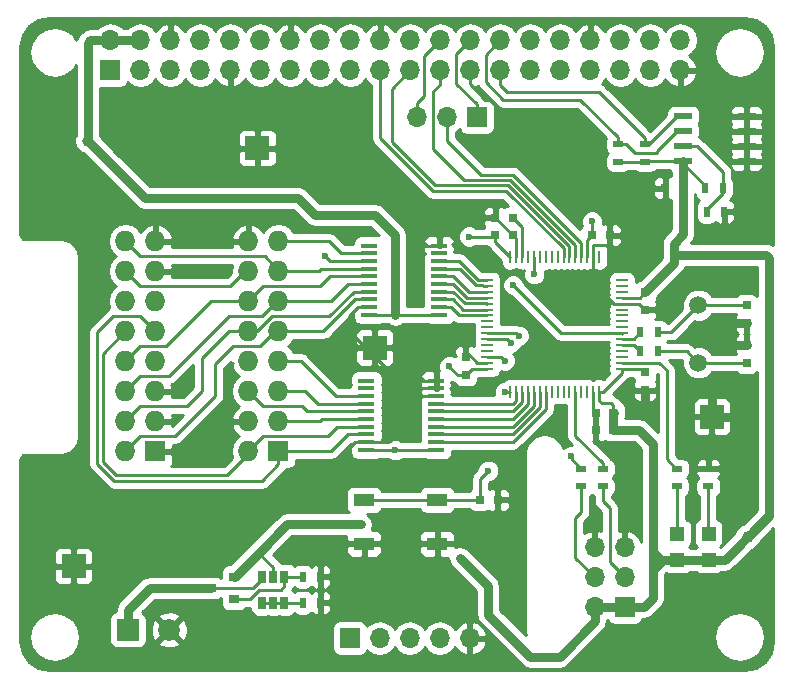
<source format=gtl>
G04 #@! TF.FileFunction,Copper,L1,Top,Signal*
%FSLAX46Y46*%
G04 Gerber Fmt 4.6, Leading zero omitted, Abs format (unit mm)*
G04 Created by KiCad (PCBNEW 4.0.7-e2-6376~58~ubuntu16.04.1) date Sun May 27 17:23:25 2018*
%MOMM*%
%LPD*%
G01*
G04 APERTURE LIST*
%ADD10C,0.100000*%
%ADD11R,1.700000X1.700000*%
%ADD12O,1.700000X1.700000*%
%ADD13R,1.727200X1.727200*%
%ADD14O,1.727200X1.727200*%
%ADD15R,1.200000X1.200000*%
%ADD16R,1.450000X0.450000*%
%ADD17C,1.500000*%
%ADD18R,1.550000X0.600000*%
%ADD19C,1.000000*%
%ADD20R,2.000000X2.000000*%
%ADD21R,1.000000X0.250000*%
%ADD22R,0.250000X1.000000*%
%ADD23R,0.800000X0.750000*%
%ADD24R,0.750000X0.800000*%
%ADD25R,0.900000X0.500000*%
%ADD26R,0.500000X0.900000*%
%ADD27R,1.800000X1.100000*%
%ADD28R,1.849120X1.849120*%
%ADD29C,1.849120*%
%ADD30R,0.900000X0.800000*%
%ADD31R,0.650000X1.060000*%
%ADD32C,0.600000*%
%ADD33C,0.762000*%
%ADD34C,0.254000*%
G04 APERTURE END LIST*
D10*
D11*
X132715000Y-56515000D03*
D12*
X132715000Y-53975000D03*
X135255000Y-56515000D03*
X135255000Y-53975000D03*
X137795000Y-56515000D03*
X137795000Y-53975000D03*
X140335000Y-56515000D03*
X140335000Y-53975000D03*
X142875000Y-56515000D03*
X142875000Y-53975000D03*
X145415000Y-56515000D03*
X145415000Y-53975000D03*
X147955000Y-56515000D03*
X147955000Y-53975000D03*
X150495000Y-56515000D03*
X150495000Y-53975000D03*
X153035000Y-56515000D03*
X153035000Y-53975000D03*
X155575000Y-56515000D03*
X155575000Y-53975000D03*
X158115000Y-56515000D03*
X158115000Y-53975000D03*
X160655000Y-56515000D03*
X160655000Y-53975000D03*
X163195000Y-56515000D03*
X163195000Y-53975000D03*
X165735000Y-56515000D03*
X165735000Y-53975000D03*
X168275000Y-56515000D03*
X168275000Y-53975000D03*
X170815000Y-56515000D03*
X170815000Y-53975000D03*
X173355000Y-56515000D03*
X173355000Y-53975000D03*
X175895000Y-56515000D03*
X175895000Y-53975000D03*
X178435000Y-56515000D03*
X178435000Y-53975000D03*
X180975000Y-56515000D03*
X180975000Y-53975000D03*
D13*
X136525000Y-88773000D03*
D14*
X133985000Y-88773000D03*
X136525000Y-86233000D03*
X133985000Y-86233000D03*
X136525000Y-83693000D03*
X133985000Y-83693000D03*
X136525000Y-81153000D03*
X133985000Y-81153000D03*
X136525000Y-78613000D03*
X133985000Y-78613000D03*
X136525000Y-76073000D03*
X133985000Y-76073000D03*
X136525000Y-73533000D03*
X133985000Y-73533000D03*
X136525000Y-70993000D03*
X133985000Y-70993000D03*
D15*
X180721000Y-97958000D03*
X180721000Y-95758000D03*
X183362600Y-97958000D03*
X183362600Y-95758000D03*
D13*
X146939000Y-88773000D03*
D14*
X144399000Y-88773000D03*
X146939000Y-86233000D03*
X144399000Y-86233000D03*
X146939000Y-83693000D03*
X144399000Y-83693000D03*
X146939000Y-81153000D03*
X144399000Y-81153000D03*
X146939000Y-78613000D03*
X144399000Y-78613000D03*
X146939000Y-76073000D03*
X144399000Y-76073000D03*
X146939000Y-73533000D03*
X144399000Y-73533000D03*
X146939000Y-70993000D03*
X144399000Y-70993000D03*
D11*
X176276000Y-101981000D03*
D12*
X173736000Y-101981000D03*
X176276000Y-99441000D03*
X173736000Y-99441000D03*
X176276000Y-96901000D03*
X173736000Y-96901000D03*
D16*
X160557000Y-77220000D03*
X160557000Y-76570000D03*
X160557000Y-75920000D03*
X160557000Y-75270000D03*
X160557000Y-74620000D03*
X160557000Y-73970000D03*
X160557000Y-73320000D03*
X160557000Y-72670000D03*
X160557000Y-72020000D03*
X160557000Y-71370000D03*
X154657000Y-71370000D03*
X154657000Y-72020000D03*
X154657000Y-72670000D03*
X154657000Y-73320000D03*
X154657000Y-73970000D03*
X154657000Y-74620000D03*
X154657000Y-75270000D03*
X154657000Y-75920000D03*
X154657000Y-76570000D03*
X154657000Y-77220000D03*
X160303000Y-88650000D03*
X160303000Y-88000000D03*
X160303000Y-87350000D03*
X160303000Y-86700000D03*
X160303000Y-86050000D03*
X160303000Y-85400000D03*
X160303000Y-84750000D03*
X160303000Y-84100000D03*
X160303000Y-83450000D03*
X160303000Y-82800000D03*
X154403000Y-82800000D03*
X154403000Y-83450000D03*
X154403000Y-84100000D03*
X154403000Y-84750000D03*
X154403000Y-85400000D03*
X154403000Y-86050000D03*
X154403000Y-86700000D03*
X154403000Y-87350000D03*
X154403000Y-88000000D03*
X154403000Y-88650000D03*
D17*
X182511700Y-81292700D03*
X182511700Y-76412700D03*
D18*
X186600000Y-64211200D03*
X186600000Y-62941200D03*
X186600000Y-61671200D03*
X186600000Y-60401200D03*
X181200000Y-60401200D03*
X181200000Y-61671200D03*
X181200000Y-62941200D03*
X181200000Y-64211200D03*
D19*
X130810000Y-62484000D03*
X186690000Y-96012000D03*
D20*
X145161000Y-63119000D03*
X183642000Y-85852000D03*
X155100000Y-80000000D03*
X129600000Y-98500000D03*
D11*
X163750000Y-60500000D03*
D12*
X161210000Y-60500000D03*
X158670000Y-60500000D03*
D21*
X176040000Y-81780000D03*
X176040000Y-81280000D03*
X176040000Y-80780000D03*
X176040000Y-80280000D03*
X176040000Y-79780000D03*
X176040000Y-79280000D03*
X176040000Y-78780000D03*
X176040000Y-78280000D03*
X176040000Y-77780000D03*
X176040000Y-77280000D03*
X176040000Y-76780000D03*
X176040000Y-76280000D03*
X176040000Y-75780000D03*
X176040000Y-75280000D03*
X176040000Y-74780000D03*
X176040000Y-74280000D03*
D22*
X174090000Y-72330000D03*
X173590000Y-72330000D03*
X173090000Y-72330000D03*
X172590000Y-72330000D03*
X172090000Y-72330000D03*
X171590000Y-72330000D03*
X171090000Y-72330000D03*
X170590000Y-72330000D03*
X170090000Y-72330000D03*
X169590000Y-72330000D03*
X169090000Y-72330000D03*
X168590000Y-72330000D03*
X168090000Y-72330000D03*
X167590000Y-72330000D03*
X167090000Y-72330000D03*
X166590000Y-72330000D03*
D21*
X164640000Y-74280000D03*
X164640000Y-74780000D03*
X164640000Y-75280000D03*
X164640000Y-75780000D03*
X164640000Y-76280000D03*
X164640000Y-76780000D03*
X164640000Y-77280000D03*
X164640000Y-77780000D03*
X164640000Y-78280000D03*
X164640000Y-78780000D03*
X164640000Y-79280000D03*
X164640000Y-79780000D03*
X164640000Y-80280000D03*
X164640000Y-80780000D03*
X164640000Y-81280000D03*
X164640000Y-81780000D03*
D22*
X166590000Y-83730000D03*
X167090000Y-83730000D03*
X167590000Y-83730000D03*
X168090000Y-83730000D03*
X168590000Y-83730000D03*
X169090000Y-83730000D03*
X169590000Y-83730000D03*
X170090000Y-83730000D03*
X170590000Y-83730000D03*
X171090000Y-83730000D03*
X171590000Y-83730000D03*
X172090000Y-83730000D03*
X172590000Y-83730000D03*
X173090000Y-83730000D03*
X173590000Y-83730000D03*
X174090000Y-83730000D03*
D23*
X164000000Y-92900000D03*
X165500000Y-92900000D03*
D24*
X186580000Y-81290000D03*
X186580000Y-79790000D03*
X186580000Y-76420000D03*
X186580000Y-77920000D03*
X162810000Y-80810000D03*
X162810000Y-82310000D03*
D23*
X166800000Y-70490000D03*
X165300000Y-70490000D03*
X173800000Y-85500000D03*
X175300000Y-85500000D03*
X175000000Y-70500000D03*
X173500000Y-70500000D03*
X179700000Y-66500000D03*
X181200000Y-66500000D03*
D25*
X180695600Y-91762000D03*
X180695600Y-90262000D03*
D26*
X177600000Y-80300000D03*
X179100000Y-80300000D03*
D25*
X183337200Y-91762000D03*
X183337200Y-90262000D03*
X174400000Y-91762000D03*
X174400000Y-90262000D03*
X172600000Y-90262000D03*
X172600000Y-91762000D03*
X178000000Y-64300000D03*
X178000000Y-62800000D03*
X175700000Y-64300000D03*
X175700000Y-62800000D03*
D26*
X183100000Y-66500000D03*
X184600000Y-66500000D03*
X183200000Y-68500000D03*
X184700000Y-68500000D03*
D27*
X160400000Y-96600000D03*
X154200000Y-96600000D03*
X160400000Y-92900000D03*
X154200000Y-92900000D03*
D24*
X178000000Y-76800000D03*
X178000000Y-75300000D03*
D23*
X173800000Y-87000000D03*
X175300000Y-87000000D03*
X165300000Y-69000000D03*
X166800000Y-69000000D03*
D24*
X178000000Y-83600000D03*
X178000000Y-82100000D03*
D28*
X134204960Y-103900000D03*
D29*
X137700000Y-103900000D03*
D26*
X177600000Y-78700000D03*
X179100000Y-78700000D03*
D11*
X152980000Y-104600000D03*
D12*
X155520000Y-104600000D03*
X158060000Y-104600000D03*
X160600000Y-104600000D03*
X163140000Y-104600000D03*
D30*
X143200000Y-101300000D03*
X143200000Y-99400000D03*
X141200000Y-100350000D03*
D26*
X149000000Y-101600000D03*
X150500000Y-101600000D03*
X149000000Y-99400000D03*
X150500000Y-99400000D03*
D31*
X145550000Y-101600000D03*
X146500000Y-101600000D03*
X147450000Y-101600000D03*
X147450000Y-99400000D03*
X145550000Y-99400000D03*
X146500000Y-99400000D03*
D32*
X185900000Y-85800000D03*
X183700000Y-83700000D03*
X185300000Y-79800000D03*
X185300000Y-77900000D03*
X178000000Y-85000000D03*
X152781000Y-90297000D03*
X152908000Y-78613000D03*
X158623000Y-71374000D03*
X161417000Y-81600000D03*
X163100000Y-70600000D03*
X173500000Y-69300000D03*
X162306000Y-97790000D03*
X166800000Y-74700000D03*
X164719000Y-90424000D03*
X150876000Y-72263000D03*
X153932270Y-94967730D03*
X156845000Y-88700000D03*
X156845000Y-77220000D03*
X168600000Y-73800000D03*
X171700000Y-89200000D03*
X167300000Y-79000000D03*
X166600000Y-79600000D03*
X166100000Y-81100000D03*
X166100000Y-83800000D03*
D33*
X183642000Y-85852000D02*
X185848000Y-85852000D01*
X185848000Y-85852000D02*
X185900000Y-85800000D01*
X183642000Y-85852000D02*
X183642000Y-83758000D01*
X183642000Y-83758000D02*
X183700000Y-83700000D01*
X186580000Y-79790000D02*
X185310000Y-79790000D01*
X185310000Y-79790000D02*
X185300000Y-79800000D01*
X186580000Y-77920000D02*
X185320000Y-77920000D01*
X185320000Y-77920000D02*
X185300000Y-77900000D01*
X178000000Y-83600000D02*
X178000000Y-85000000D01*
D34*
X173590000Y-83730000D02*
X173590000Y-85290000D01*
X173590000Y-85290000D02*
X173800000Y-85500000D01*
X176040000Y-76280000D02*
X177480000Y-76280000D01*
X177480000Y-76280000D02*
X178000000Y-76800000D01*
X174829000Y-71300000D02*
X173600000Y-71300000D01*
X173600000Y-71300000D02*
X173590000Y-71310000D01*
X173590000Y-71310000D02*
X173590000Y-71576000D01*
X173590000Y-71576000D02*
X173590000Y-72330000D01*
X175000000Y-70500000D02*
X175000000Y-71129000D01*
X175000000Y-71129000D02*
X174829000Y-71300000D01*
X166800000Y-70490000D02*
X166790000Y-70490000D01*
X166790000Y-70490000D02*
X165300000Y-69000000D01*
X167090000Y-72330000D02*
X167090000Y-70780000D01*
X167090000Y-70780000D02*
X166800000Y-70490000D01*
X176040000Y-76280000D02*
X175320638Y-76280000D01*
X175320638Y-76280000D02*
X173590000Y-74549362D01*
X173590000Y-74549362D02*
X173590000Y-73084000D01*
X173590000Y-73084000D02*
X173590000Y-72330000D01*
X163195000Y-56515000D02*
X163195000Y-57717081D01*
X163195000Y-57717081D02*
X163817919Y-58340000D01*
X186580000Y-77920000D02*
X186580000Y-79790000D01*
X164640000Y-81280000D02*
X163780000Y-81280000D01*
X163780000Y-81280000D02*
X162810000Y-80310000D01*
X152781000Y-88643000D02*
X152781000Y-90297000D01*
X154403000Y-88000000D02*
X153424000Y-88000000D01*
X153424000Y-88000000D02*
X152781000Y-88643000D01*
X158877000Y-82804000D02*
X158888000Y-82815000D01*
X158888000Y-82815000D02*
X158888000Y-83450000D01*
X159320000Y-82804000D02*
X158877000Y-82804000D01*
X160303000Y-82800000D02*
X159324000Y-82800000D01*
X159324000Y-82800000D02*
X159320000Y-82804000D01*
X158395000Y-84100000D02*
X158877000Y-84100000D01*
X158877000Y-84100000D02*
X160303000Y-84100000D01*
X158888000Y-83450000D02*
X158877000Y-83461000D01*
X158877000Y-83461000D02*
X158877000Y-84100000D01*
X160303000Y-83450000D02*
X158888000Y-83450000D01*
X152908000Y-77340000D02*
X152908000Y-78613000D01*
X160557000Y-71370000D02*
X158627000Y-71370000D01*
X158627000Y-71370000D02*
X158623000Y-71374000D01*
X152908000Y-78613000D02*
X158395000Y-84100000D01*
X154657000Y-76570000D02*
X153678000Y-76570000D01*
X153678000Y-76570000D02*
X152908000Y-77340000D01*
X147955000Y-53340000D02*
X147955000Y-53467000D01*
X147955000Y-53340000D02*
X147701000Y-53340000D01*
X137795000Y-53340000D02*
X137795000Y-53467000D01*
X160303000Y-84100000D02*
X159030000Y-84100000D01*
X159030000Y-84100000D02*
X159004000Y-84074000D01*
X154403000Y-88000000D02*
X156326000Y-88000000D01*
X164640000Y-77280000D02*
X162246000Y-77280000D01*
X162246000Y-77280000D02*
X161536000Y-76570000D01*
X161536000Y-76570000D02*
X160557000Y-76570000D01*
X164640000Y-76780000D02*
X162603408Y-76780000D01*
X161743408Y-75920000D02*
X161536000Y-75920000D01*
X162603408Y-76780000D02*
X161743408Y-75920000D01*
X161536000Y-75920000D02*
X160557000Y-75920000D01*
X162707210Y-76237210D02*
X161740000Y-75270000D01*
X161740000Y-75270000D02*
X160557000Y-75270000D01*
X164640000Y-76280000D02*
X164590000Y-76280000D01*
X164590000Y-76280000D02*
X164547210Y-76237210D01*
X164547210Y-76237210D02*
X162707210Y-76237210D01*
X164640000Y-74280000D02*
X163886000Y-74280000D01*
X163886000Y-74280000D02*
X162276000Y-72670000D01*
X162276000Y-72670000D02*
X161536000Y-72670000D01*
X161536000Y-72670000D02*
X160557000Y-72670000D01*
X164640000Y-75780000D02*
X162896592Y-75780000D01*
X162896592Y-75780000D02*
X161736592Y-74620000D01*
X161736592Y-74620000D02*
X161536000Y-74620000D01*
X161536000Y-74620000D02*
X160557000Y-74620000D01*
X160303000Y-88000000D02*
X166806960Y-88000000D01*
X166806960Y-88000000D02*
X169590000Y-85216960D01*
X169590000Y-85216960D02*
X169590000Y-84484000D01*
X169590000Y-84484000D02*
X169590000Y-83730000D01*
X160303000Y-87350000D02*
X166810368Y-87350000D01*
X166810368Y-87350000D02*
X169090000Y-85070368D01*
X169090000Y-85070368D02*
X169090000Y-84484000D01*
X169090000Y-84484000D02*
X169090000Y-83730000D01*
X160303000Y-85400000D02*
X166820592Y-85400000D01*
X166820592Y-85400000D02*
X167590000Y-84630592D01*
X167590000Y-84630592D02*
X167590000Y-84484000D01*
X167590000Y-84484000D02*
X167590000Y-83730000D01*
X160303000Y-86050000D02*
X166817184Y-86050000D01*
X166817184Y-86050000D02*
X168090000Y-84777184D01*
X168090000Y-84777184D02*
X168090000Y-84484000D01*
X168090000Y-84484000D02*
X168090000Y-83730000D01*
X163696617Y-74737209D02*
X162279408Y-73320000D01*
X162279408Y-73320000D02*
X160557000Y-73320000D01*
X164640000Y-74780000D02*
X164280000Y-74780000D01*
X164280000Y-74780000D02*
X164237210Y-74737210D01*
X164237210Y-74737210D02*
X163696617Y-74737209D01*
X164640000Y-75280000D02*
X163043184Y-75280000D01*
X163043184Y-75280000D02*
X161733184Y-73970000D01*
X161733184Y-73970000D02*
X161536000Y-73970000D01*
X161536000Y-73970000D02*
X160557000Y-73970000D01*
D33*
X164719000Y-102616000D02*
X164719000Y-100203000D01*
X164719000Y-100203000D02*
X162306000Y-97790000D01*
D34*
X178000000Y-64300000D02*
X175700000Y-64300000D01*
X181200000Y-64211200D02*
X178088800Y-64211200D01*
X178088800Y-64211200D02*
X178000000Y-64300000D01*
D33*
X181200000Y-66500000D02*
X181200000Y-64211200D01*
X180406000Y-71192400D02*
X181200000Y-70398400D01*
X181200000Y-70398400D02*
X181200000Y-66500000D01*
D34*
X183100000Y-66500000D02*
X183100000Y-66300000D01*
X183100000Y-66300000D02*
X181200000Y-64400000D01*
X181200000Y-64400000D02*
X181200000Y-64211200D01*
D33*
X178689000Y-97155000D02*
X178689000Y-88189000D01*
X178689000Y-88189000D02*
X177500000Y-87000000D01*
X177500000Y-87000000D02*
X176825000Y-87000000D01*
X176825000Y-87000000D02*
X175300000Y-87000000D01*
X175300000Y-87000000D02*
X175300000Y-85500000D01*
D34*
X176040000Y-81780000D02*
X176040000Y-82159000D01*
X176040000Y-82159000D02*
X174469000Y-83730000D01*
X174469000Y-83730000D02*
X174090000Y-83730000D01*
X176040000Y-81780000D02*
X177680000Y-81780000D01*
X177680000Y-81780000D02*
X178000000Y-82100000D01*
D33*
X175325000Y-85500000D02*
X175300000Y-85500000D01*
D34*
X174090000Y-83730000D02*
X174090000Y-84484000D01*
X174090000Y-84484000D02*
X174306000Y-84700000D01*
X174306000Y-84700000D02*
X175129000Y-84700000D01*
X175129000Y-84700000D02*
X175300000Y-84871000D01*
X175300000Y-84871000D02*
X175300000Y-85500000D01*
X162110000Y-82310000D02*
X161417000Y-81617000D01*
X162810000Y-82310000D02*
X162110000Y-82310000D01*
X161417000Y-81617000D02*
X161417000Y-81600000D01*
X176040000Y-75780000D02*
X177520000Y-75780000D01*
X177520000Y-75780000D02*
X178000000Y-75300000D01*
D33*
X180406000Y-72136000D02*
X180406000Y-72869000D01*
X180406000Y-72869000D02*
X178000000Y-75275000D01*
X178000000Y-75275000D02*
X178000000Y-75300000D01*
D34*
X163100000Y-70600000D02*
X165190000Y-70600000D01*
X165190000Y-70600000D02*
X165300000Y-70490000D01*
X173500000Y-70500000D02*
X173500000Y-69300000D01*
X173090000Y-72330000D02*
X173090000Y-70910000D01*
X173090000Y-70910000D02*
X173500000Y-70500000D01*
X165300000Y-70490000D02*
X165300000Y-71040000D01*
X165300000Y-71040000D02*
X166590000Y-72330000D01*
D33*
X188468000Y-94214600D02*
X188468000Y-72390000D01*
X188468000Y-72390000D02*
X188214000Y-72136000D01*
X188214000Y-72136000D02*
X180406000Y-72136000D01*
X180406000Y-72136000D02*
X180406000Y-71192400D01*
D34*
X164640000Y-81780000D02*
X163340000Y-81780000D01*
X163340000Y-81780000D02*
X162810000Y-82310000D01*
D33*
X188468000Y-94214600D02*
X188468000Y-94234000D01*
X188468000Y-94234000D02*
X186690000Y-96012000D01*
X183362600Y-97958000D02*
X184724600Y-97958000D01*
X184724600Y-97958000D02*
X188468000Y-94214600D01*
X168275000Y-106172000D02*
X164719000Y-102616000D01*
X170747081Y-106172000D02*
X168275000Y-106172000D01*
X173736000Y-101981000D02*
X173736000Y-103183081D01*
X173736000Y-103183081D02*
X170747081Y-106172000D01*
X178689000Y-97288000D02*
X178689000Y-97155000D01*
X178689000Y-97155000D02*
X178689000Y-100584000D01*
X180721000Y-97958000D02*
X179359000Y-97958000D01*
X179359000Y-97958000D02*
X178689000Y-97288000D01*
D34*
X178689000Y-98806000D02*
X178689000Y-99314000D01*
D33*
X179359000Y-97958000D02*
X178689000Y-98628000D01*
X178689000Y-98628000D02*
X178689000Y-98806000D01*
X178689000Y-100584000D02*
X178689000Y-101180000D01*
X178689000Y-101180000D02*
X177888000Y-101981000D01*
X177888000Y-101981000D02*
X176276000Y-101981000D01*
D34*
X178689000Y-99314000D02*
X178689000Y-100584000D01*
D33*
X173736000Y-101981000D02*
X176276000Y-101981000D01*
X183362600Y-97958000D02*
X180721000Y-97958000D01*
D34*
X180721000Y-97958000D02*
X179867000Y-97958000D01*
X179867000Y-97958000D02*
X178689000Y-99136000D01*
X178689000Y-99136000D02*
X178689000Y-99314000D01*
X153035000Y-55880000D02*
X153035000Y-56108600D01*
X160020000Y-66730000D02*
X155575000Y-62285000D01*
X155575000Y-62285000D02*
X155575000Y-56515000D01*
X163153302Y-66730000D02*
X160020000Y-66730000D01*
X166219362Y-66740000D02*
X163163302Y-66740000D01*
X163163302Y-66740000D02*
X163153302Y-66730000D01*
X171090000Y-72330000D02*
X171090000Y-71610638D01*
X171090000Y-71610638D02*
X166219362Y-66740000D01*
X155575000Y-55880000D02*
X155575000Y-57082081D01*
X155575000Y-55880000D02*
X155575000Y-56134000D01*
X156530000Y-62593408D02*
X156530000Y-58100000D01*
X156530000Y-58100000D02*
X158115000Y-56515000D01*
X160209382Y-66272790D02*
X156530000Y-62593408D01*
X171590000Y-72330000D02*
X171570000Y-72330000D01*
X171547209Y-71421255D02*
X166398744Y-66272790D01*
X171570000Y-72330000D02*
X171547210Y-72307210D01*
X171547210Y-72307210D02*
X171547209Y-71421255D01*
X166398744Y-66272790D02*
X160209382Y-66272790D01*
X158115000Y-55880000D02*
X158115000Y-56515000D01*
X162685580Y-65815580D02*
X160029799Y-63159799D01*
X160029799Y-63159799D02*
X160029799Y-58342282D01*
X160029799Y-58342282D02*
X160655000Y-57717081D01*
X160655000Y-57717081D02*
X160655000Y-56515000D01*
X166588126Y-65815580D02*
X162685580Y-65815580D01*
X172090000Y-72330000D02*
X172090000Y-71317454D01*
X172090000Y-71317454D02*
X166588126Y-65815580D01*
X160655000Y-55880000D02*
X160655000Y-57082081D01*
X160655000Y-56007000D02*
X160655000Y-55880000D01*
X164098370Y-65358370D02*
X161210000Y-62470000D01*
X161210000Y-62470000D02*
X161210000Y-61702081D01*
X166777508Y-65358370D02*
X164098370Y-65358370D01*
X172590000Y-72330000D02*
X172590000Y-71170862D01*
X172590000Y-71170862D02*
X166777508Y-65358370D01*
X161210000Y-60500000D02*
X161210000Y-61702081D01*
X160400000Y-92900000D02*
X154200000Y-92900000D01*
X164000000Y-92900000D02*
X160400000Y-92900000D01*
X164000000Y-91143000D02*
X164000000Y-92900000D01*
X166800000Y-74700000D02*
X170880000Y-78780000D01*
X170880000Y-78780000D02*
X176040000Y-78780000D01*
X176000000Y-78820000D02*
X176040000Y-78780000D01*
X164719000Y-90424000D02*
X164000000Y-91143000D01*
X176040000Y-79780000D02*
X177080000Y-79780000D01*
X177080000Y-79780000D02*
X177600000Y-80300000D01*
X176040000Y-79280000D02*
X177020000Y-79280000D01*
X177020000Y-79280000D02*
X177600000Y-78700000D01*
X180695600Y-91762000D02*
X180695600Y-95732600D01*
X180695600Y-95732600D02*
X180721000Y-95758000D01*
X183337200Y-91762000D02*
X183337200Y-95732600D01*
X183337200Y-95732600D02*
X183362600Y-95758000D01*
X154657000Y-75920000D02*
X153442000Y-75920000D01*
X150749000Y-78613000D02*
X146939000Y-78613000D01*
X153442000Y-75920000D02*
X150749000Y-78613000D01*
X146939000Y-78613000D02*
X146685000Y-78613000D01*
X146685000Y-78613000D02*
X145415000Y-79883000D01*
X145415000Y-79883000D02*
X143129000Y-79883000D01*
X143129000Y-79883000D02*
X141605000Y-81407000D01*
X141605000Y-81407000D02*
X141605000Y-84074000D01*
X141605000Y-84074000D02*
X138176000Y-87503000D01*
X138176000Y-87503000D02*
X135255000Y-87503000D01*
X135255000Y-87503000D02*
X133985000Y-88773000D01*
X154657000Y-75270000D02*
X153330000Y-75270000D01*
X146431000Y-77343000D02*
X145161000Y-78613000D01*
X151257000Y-77343000D02*
X146431000Y-77343000D01*
X153330000Y-75270000D02*
X151257000Y-77343000D01*
X145161000Y-78613000D02*
X144399000Y-78613000D01*
X144399000Y-78613000D02*
X142748000Y-78613000D01*
X135255000Y-84963000D02*
X133985000Y-86233000D01*
X139192000Y-84963000D02*
X135255000Y-84963000D01*
X140462000Y-83693000D02*
X139192000Y-84963000D01*
X140462000Y-80899000D02*
X140462000Y-83693000D01*
X142748000Y-78613000D02*
X140462000Y-80899000D01*
X154657000Y-74620000D02*
X152837000Y-74620000D01*
X151384000Y-76073000D02*
X146939000Y-76073000D01*
X152837000Y-74620000D02*
X151384000Y-76073000D01*
X146939000Y-76073000D02*
X146812000Y-76073000D01*
X146812000Y-76073000D02*
X145542000Y-77343000D01*
X145542000Y-77343000D02*
X142748000Y-77343000D01*
X142748000Y-77343000D02*
X137668000Y-82423000D01*
X137668000Y-82423000D02*
X135255000Y-82423000D01*
X135255000Y-82423000D02*
X133985000Y-83693000D01*
X154657000Y-72020000D02*
X152284000Y-72020000D01*
X151257000Y-70993000D02*
X146939000Y-70993000D01*
X152284000Y-72020000D02*
X151257000Y-70993000D01*
X154657000Y-73970000D02*
X151328000Y-73970000D01*
X145669000Y-74803000D02*
X144399000Y-76073000D01*
X150495000Y-74803000D02*
X145669000Y-74803000D01*
X151328000Y-73970000D02*
X150495000Y-74803000D01*
X144399000Y-76073000D02*
X141224000Y-76073000D01*
X135255000Y-79883000D02*
X133985000Y-81153000D01*
X137414000Y-79883000D02*
X135255000Y-79883000D01*
X141224000Y-76073000D02*
X137414000Y-79883000D01*
X146939000Y-88773000D02*
X146939000Y-89890600D01*
X146939000Y-89890600D02*
X145567390Y-91262210D01*
X145567390Y-91262210D02*
X133033617Y-91262209D01*
X133033617Y-91262209D02*
X131622790Y-89851382D01*
X131622790Y-89851382D02*
X131622790Y-78689210D01*
X131622790Y-78689210D02*
X132969000Y-77343000D01*
X154403000Y-87350000D02*
X152807000Y-87350000D01*
X151384000Y-88773000D02*
X146939000Y-88773000D01*
X152807000Y-87350000D02*
X151384000Y-88773000D01*
X135255000Y-77343000D02*
X136525000Y-78613000D01*
X132969000Y-77343000D02*
X135255000Y-77343000D01*
X154403000Y-86700000D02*
X151933000Y-86700000D01*
X145669000Y-87503000D02*
X144399000Y-88773000D01*
X151130000Y-87503000D02*
X145669000Y-87503000D01*
X151933000Y-86700000D02*
X151130000Y-87503000D01*
X144399000Y-88773000D02*
X144399000Y-89027000D01*
X144399000Y-89027000D02*
X142621000Y-90805000D01*
X142621000Y-90805000D02*
X133223000Y-90805000D01*
X133223000Y-90805000D02*
X132080000Y-89662000D01*
X132080000Y-89662000D02*
X132080000Y-80518000D01*
X132080000Y-80518000D02*
X133985000Y-78613000D01*
X154403000Y-84750000D02*
X150282000Y-84750000D01*
X149225000Y-83693000D02*
X146939000Y-83693000D01*
X150282000Y-84750000D02*
X149225000Y-83693000D01*
X154403000Y-85400000D02*
X149408000Y-85400000D01*
X145669000Y-84963000D02*
X144399000Y-83693000D01*
X148971000Y-84963000D02*
X145669000Y-84963000D01*
X149408000Y-85400000D02*
X148971000Y-84963000D01*
X154657000Y-72670000D02*
X151283000Y-72670000D01*
X151283000Y-72670000D02*
X150876000Y-72263000D01*
X144399000Y-73533000D02*
X144145000Y-73533000D01*
X144145000Y-73533000D02*
X142875000Y-74803000D01*
X142875000Y-74803000D02*
X135255000Y-74803000D01*
X135255000Y-74803000D02*
X133985000Y-73533000D01*
X154657000Y-73320000D02*
X150581000Y-73320000D01*
X150368000Y-73533000D02*
X146939000Y-73533000D01*
X150581000Y-73320000D02*
X150368000Y-73533000D01*
X146939000Y-73533000D02*
X146939000Y-73406000D01*
X146939000Y-73406000D02*
X145796000Y-72263000D01*
X135255000Y-72263000D02*
X133985000Y-70993000D01*
X145796000Y-72263000D02*
X135255000Y-72263000D01*
D33*
X143250000Y-99400000D02*
X145200000Y-97450000D01*
X145200000Y-97450000D02*
X147682270Y-94967730D01*
D34*
X146500000Y-99400000D02*
X146500000Y-98616000D01*
X146500000Y-98616000D02*
X145334000Y-97450000D01*
X145334000Y-97450000D02*
X145200000Y-97450000D01*
D33*
X143200000Y-99400000D02*
X143250000Y-99400000D01*
X147682270Y-94967730D02*
X153932270Y-94967730D01*
X132715000Y-53975000D02*
X135255000Y-53975000D01*
D34*
X156845000Y-88650000D02*
X157810210Y-88650000D01*
X157810210Y-88650000D02*
X160303000Y-88650000D01*
D33*
X130810000Y-54190000D02*
X131025000Y-53975000D01*
X131025000Y-53975000D02*
X132715000Y-53975000D01*
X130810000Y-62484000D02*
X130810000Y-54190000D01*
X130810000Y-62506800D02*
X135613200Y-67310000D01*
X150074000Y-68794000D02*
X155154000Y-68794000D01*
X135613200Y-67310000D02*
X148590000Y-67310000D01*
X148590000Y-67310000D02*
X150074000Y-68794000D01*
X155154000Y-68794000D02*
X156845000Y-70485000D01*
X156845000Y-70485000D02*
X156845000Y-77220000D01*
D34*
X154657000Y-77220000D02*
X156845000Y-77220000D01*
X156845000Y-77220000D02*
X160557000Y-77220000D01*
X154403000Y-88650000D02*
X156845000Y-88650000D01*
X178000000Y-62800000D02*
X178000000Y-62296000D01*
X178000000Y-62296000D02*
X176172000Y-60468000D01*
X176172000Y-60468000D02*
X176168000Y-60468000D01*
X176168000Y-60468000D02*
X174080000Y-58380000D01*
X165735000Y-57775000D02*
X165735000Y-56515000D01*
X174080000Y-58380000D02*
X166340000Y-58380000D01*
X166340000Y-58380000D02*
X165735000Y-57775000D01*
X181200000Y-60401200D02*
X180725000Y-60401200D01*
X180725000Y-60401200D02*
X178326200Y-62800000D01*
X178326200Y-62800000D02*
X178000000Y-62800000D01*
X165735000Y-53975000D02*
X164500000Y-55210000D01*
X164500000Y-55210000D02*
X164500000Y-57500000D01*
X164500000Y-57500000D02*
X166000000Y-59000000D01*
X166000000Y-59000000D02*
X172500000Y-59000000D01*
X172500000Y-59000000D02*
X175700000Y-62200000D01*
X175700000Y-62200000D02*
X175700000Y-62800000D01*
X179000000Y-63500000D02*
X179000000Y-63396200D01*
X179000000Y-63396200D02*
X180725000Y-61671200D01*
X180725000Y-61671200D02*
X181200000Y-61671200D01*
X177104000Y-63500000D02*
X179000000Y-63500000D01*
X175700000Y-62800000D02*
X176404000Y-62800000D01*
X176404000Y-62800000D02*
X177104000Y-63500000D01*
X154403000Y-86050000D02*
X150678000Y-86050000D01*
X150495000Y-86233000D02*
X146939000Y-86233000D01*
X150678000Y-86050000D02*
X150495000Y-86233000D01*
X154403000Y-84100000D02*
X151791000Y-84100000D01*
X148844000Y-81153000D02*
X146939000Y-81153000D01*
X151791000Y-84100000D02*
X148844000Y-81153000D01*
X176276000Y-99441000D02*
X175006000Y-98171000D01*
X174400000Y-93000000D02*
X174400000Y-91762000D01*
X175006000Y-98171000D02*
X175006000Y-93606000D01*
X175006000Y-93606000D02*
X174400000Y-93000000D01*
X173736000Y-99441000D02*
X172085000Y-97790000D01*
X172085000Y-97790000D02*
X172085000Y-94415000D01*
X172085000Y-94415000D02*
X172600000Y-93900000D01*
X172600000Y-93900000D02*
X172600000Y-91762000D01*
X180695600Y-90262000D02*
X180649008Y-90262000D01*
X180649008Y-90262000D02*
X179820000Y-89432992D01*
X179820000Y-89432992D02*
X179820000Y-81920000D01*
X179820000Y-81920000D02*
X179180000Y-81280000D01*
X179180000Y-81280000D02*
X176040000Y-81280000D01*
X172090000Y-83730000D02*
X172090000Y-87448000D01*
X172090000Y-87448000D02*
X174400000Y-89758000D01*
X174400000Y-89758000D02*
X174400000Y-90262000D01*
X168600000Y-73800000D02*
X168600000Y-72340000D01*
X168600000Y-72340000D02*
X168590000Y-72330000D01*
X171700000Y-89200000D02*
X171700000Y-89362000D01*
X171700000Y-89362000D02*
X172600000Y-90262000D01*
X168620000Y-72360000D02*
X168590000Y-72330000D01*
X160303000Y-86700000D02*
X166813776Y-86700000D01*
X166813776Y-86700000D02*
X168590000Y-84923776D01*
X168590000Y-84923776D02*
X168590000Y-84484000D01*
X168590000Y-84484000D02*
X168590000Y-83730000D01*
X160303000Y-84750000D02*
X166824000Y-84750000D01*
X166824000Y-84750000D02*
X167090000Y-84484000D01*
X167090000Y-84484000D02*
X167090000Y-83730000D01*
X166175318Y-78780000D02*
X167080000Y-78780000D01*
X167080000Y-78780000D02*
X167300000Y-79000000D01*
X164640000Y-78780000D02*
X166175318Y-78780000D01*
X165394000Y-79280000D02*
X166280000Y-79280000D01*
X166280000Y-79280000D02*
X166600000Y-79600000D01*
X165394000Y-79280000D02*
X164640000Y-79280000D01*
X184600000Y-66500000D02*
X184600000Y-66900000D01*
X184600000Y-66900000D02*
X183200000Y-68300000D01*
X183200000Y-68300000D02*
X183200000Y-68500000D01*
X181200000Y-62941200D02*
X182393408Y-62941200D01*
X182393408Y-62941200D02*
X184600000Y-65147792D01*
X184600000Y-65147792D02*
X184600000Y-65796000D01*
X184600000Y-65796000D02*
X184600000Y-66500000D01*
X159295201Y-58672718D02*
X159295201Y-55334799D01*
X159295201Y-55334799D02*
X160655000Y-53975000D01*
X159295201Y-58672718D02*
X158670000Y-59297919D01*
X158670000Y-59297919D02*
X158670000Y-60500000D01*
X162000000Y-55170000D02*
X162000000Y-57646000D01*
X162000000Y-57646000D02*
X163750000Y-59396000D01*
X163750000Y-59396000D02*
X163750000Y-60500000D01*
X163195000Y-53975000D02*
X162000000Y-55170000D01*
X163195000Y-53340000D02*
X163195000Y-53467000D01*
X167590000Y-72330000D02*
X167590000Y-69765000D01*
X167590000Y-69765000D02*
X166825000Y-69000000D01*
X166825000Y-69000000D02*
X166800000Y-69000000D01*
X179100000Y-80300000D02*
X181519000Y-80300000D01*
X181519000Y-80300000D02*
X182511700Y-81292700D01*
X186580000Y-81290000D02*
X182514400Y-81290000D01*
X182514400Y-81290000D02*
X182511700Y-81292700D01*
X179100000Y-78700000D02*
X180224400Y-78700000D01*
X180224400Y-78700000D02*
X182511700Y-76412700D01*
X186580000Y-76420000D02*
X182519000Y-76420000D01*
X182519000Y-76420000D02*
X182511700Y-76412700D01*
X164640000Y-80780000D02*
X165780000Y-80780000D01*
X165780000Y-80780000D02*
X166100000Y-81100000D01*
X166590000Y-83730000D02*
X166170000Y-83730000D01*
X166170000Y-83730000D02*
X166100000Y-83800000D01*
D33*
X141200000Y-100350000D02*
X136068400Y-100350000D01*
X136068400Y-100350000D02*
X134204960Y-102213440D01*
X134204960Y-102213440D02*
X134204960Y-103900000D01*
D34*
X141200000Y-100350000D02*
X144805000Y-100350000D01*
X144805000Y-100350000D02*
X145550000Y-99605000D01*
X145550000Y-99605000D02*
X145550000Y-99400000D01*
D33*
X141200000Y-100350000D02*
X141200000Y-100400000D01*
D34*
X147450000Y-99400000D02*
X149000000Y-99400000D01*
X143200000Y-101300000D02*
X144501592Y-101300000D01*
X144501592Y-101300000D02*
X145301592Y-100500000D01*
X145301592Y-100500000D02*
X147134000Y-100500000D01*
X147134000Y-100500000D02*
X147450000Y-100184000D01*
X147450000Y-100184000D02*
X147450000Y-99400000D01*
X147450000Y-101600000D02*
X149000000Y-101600000D01*
X146500000Y-101600000D02*
X147450000Y-101600000D01*
X145550000Y-101600000D02*
X146500000Y-101600000D01*
G36*
X187358336Y-52281228D02*
X188119906Y-52790094D01*
X188628772Y-53551666D01*
X188820000Y-54513037D01*
X188820000Y-71342463D01*
X188602807Y-71197338D01*
X188528512Y-71182560D01*
X188214000Y-71120000D01*
X181915241Y-71120000D01*
X181918421Y-71116820D01*
X182138662Y-70787207D01*
X182216000Y-70398400D01*
X182216000Y-67030255D01*
X182216861Y-67026003D01*
X182246838Y-67185317D01*
X182385910Y-67401441D01*
X182579583Y-67533772D01*
X182498559Y-67585910D01*
X182353569Y-67798110D01*
X182302560Y-68050000D01*
X182302560Y-68950000D01*
X182346838Y-69185317D01*
X182485910Y-69401441D01*
X182698110Y-69546431D01*
X182950000Y-69597440D01*
X183450000Y-69597440D01*
X183685317Y-69553162D01*
X183901441Y-69414090D01*
X183947969Y-69345994D01*
X184090302Y-69488327D01*
X184323691Y-69585000D01*
X184416250Y-69585000D01*
X184575000Y-69426250D01*
X184575000Y-68627000D01*
X184825000Y-68627000D01*
X184825000Y-69426250D01*
X184983750Y-69585000D01*
X185076309Y-69585000D01*
X185309698Y-69488327D01*
X185488327Y-69309699D01*
X185585000Y-69076310D01*
X185585000Y-68785750D01*
X185426250Y-68627000D01*
X184825000Y-68627000D01*
X184575000Y-68627000D01*
X184553000Y-68627000D01*
X184553000Y-68373000D01*
X184575000Y-68373000D01*
X184575000Y-68353000D01*
X184825000Y-68353000D01*
X184825000Y-68373000D01*
X185426250Y-68373000D01*
X185585000Y-68214250D01*
X185585000Y-67923690D01*
X185488327Y-67690301D01*
X185309698Y-67511673D01*
X185212415Y-67471377D01*
X185301441Y-67414090D01*
X185446431Y-67201890D01*
X185497440Y-66950000D01*
X185497440Y-66050000D01*
X185453162Y-65814683D01*
X185362000Y-65673013D01*
X185362000Y-65147792D01*
X185311950Y-64896176D01*
X185465302Y-65049527D01*
X185698691Y-65146200D01*
X186314250Y-65146200D01*
X186473000Y-64987450D01*
X186473000Y-64338200D01*
X186727000Y-64338200D01*
X186727000Y-64987450D01*
X186885750Y-65146200D01*
X187501309Y-65146200D01*
X187734698Y-65049527D01*
X187913327Y-64870899D01*
X188010000Y-64637510D01*
X188010000Y-64496950D01*
X187851250Y-64338200D01*
X186727000Y-64338200D01*
X186473000Y-64338200D01*
X185348750Y-64338200D01*
X185190000Y-64496950D01*
X185190000Y-64637510D01*
X185242386Y-64763981D01*
X185138815Y-64608976D01*
X183756789Y-63226950D01*
X185190000Y-63226950D01*
X185190000Y-63367510D01*
X185276442Y-63576200D01*
X185190000Y-63784890D01*
X185190000Y-63925450D01*
X185348750Y-64084200D01*
X186473000Y-64084200D01*
X186473000Y-63068200D01*
X186727000Y-63068200D01*
X186727000Y-64084200D01*
X187851250Y-64084200D01*
X188010000Y-63925450D01*
X188010000Y-63784890D01*
X187923558Y-63576200D01*
X188010000Y-63367510D01*
X188010000Y-63226950D01*
X187851250Y-63068200D01*
X186727000Y-63068200D01*
X186473000Y-63068200D01*
X185348750Y-63068200D01*
X185190000Y-63226950D01*
X183756789Y-63226950D01*
X182932223Y-62402385D01*
X182781693Y-62301804D01*
X182685013Y-62237204D01*
X182573082Y-62214939D01*
X182622440Y-61971200D01*
X182622440Y-61956950D01*
X185190000Y-61956950D01*
X185190000Y-62097510D01*
X185276442Y-62306200D01*
X185190000Y-62514890D01*
X185190000Y-62655450D01*
X185348750Y-62814200D01*
X186473000Y-62814200D01*
X186473000Y-61798200D01*
X186727000Y-61798200D01*
X186727000Y-62814200D01*
X187851250Y-62814200D01*
X188010000Y-62655450D01*
X188010000Y-62514890D01*
X187923558Y-62306200D01*
X188010000Y-62097510D01*
X188010000Y-61956950D01*
X187851250Y-61798200D01*
X186727000Y-61798200D01*
X186473000Y-61798200D01*
X185348750Y-61798200D01*
X185190000Y-61956950D01*
X182622440Y-61956950D01*
X182622440Y-61371200D01*
X182578162Y-61135883D01*
X182514322Y-61036672D01*
X182571431Y-60953090D01*
X182622440Y-60701200D01*
X182622440Y-60686950D01*
X185190000Y-60686950D01*
X185190000Y-60827510D01*
X185276442Y-61036200D01*
X185190000Y-61244890D01*
X185190000Y-61385450D01*
X185348750Y-61544200D01*
X186473000Y-61544200D01*
X186473000Y-60528200D01*
X186727000Y-60528200D01*
X186727000Y-61544200D01*
X187851250Y-61544200D01*
X188010000Y-61385450D01*
X188010000Y-61244890D01*
X187923558Y-61036200D01*
X188010000Y-60827510D01*
X188010000Y-60686950D01*
X187851250Y-60528200D01*
X186727000Y-60528200D01*
X186473000Y-60528200D01*
X185348750Y-60528200D01*
X185190000Y-60686950D01*
X182622440Y-60686950D01*
X182622440Y-60101200D01*
X182598674Y-59974890D01*
X185190000Y-59974890D01*
X185190000Y-60115450D01*
X185348750Y-60274200D01*
X186473000Y-60274200D01*
X186473000Y-59624950D01*
X186727000Y-59624950D01*
X186727000Y-60274200D01*
X187851250Y-60274200D01*
X188010000Y-60115450D01*
X188010000Y-59974890D01*
X187913327Y-59741501D01*
X187734698Y-59562873D01*
X187501309Y-59466200D01*
X186885750Y-59466200D01*
X186727000Y-59624950D01*
X186473000Y-59624950D01*
X186314250Y-59466200D01*
X185698691Y-59466200D01*
X185465302Y-59562873D01*
X185286673Y-59741501D01*
X185190000Y-59974890D01*
X182598674Y-59974890D01*
X182578162Y-59865883D01*
X182439090Y-59649759D01*
X182226890Y-59504769D01*
X181975000Y-59453760D01*
X180425000Y-59453760D01*
X180189683Y-59498038D01*
X179973559Y-59637110D01*
X179828569Y-59849310D01*
X179777560Y-60101200D01*
X179777560Y-60271009D01*
X178415100Y-61633469D01*
X176710815Y-59929185D01*
X176698760Y-59921130D01*
X174618815Y-57841185D01*
X174562366Y-57803467D01*
X174371605Y-57676004D01*
X174302976Y-57662353D01*
X174405054Y-57594147D01*
X174625000Y-57264974D01*
X174844946Y-57594147D01*
X175326715Y-57916054D01*
X175895000Y-58029093D01*
X176463285Y-57916054D01*
X176945054Y-57594147D01*
X177165000Y-57264974D01*
X177384946Y-57594147D01*
X177866715Y-57916054D01*
X178435000Y-58029093D01*
X179003285Y-57916054D01*
X179485054Y-57594147D01*
X179712702Y-57253447D01*
X179779817Y-57396358D01*
X180208076Y-57786645D01*
X180618110Y-57956476D01*
X180848000Y-57835155D01*
X180848000Y-56642000D01*
X181102000Y-56642000D01*
X181102000Y-57835155D01*
X181331890Y-57956476D01*
X181741924Y-57786645D01*
X182170183Y-57396358D01*
X182416486Y-56871892D01*
X182295819Y-56642000D01*
X181102000Y-56642000D01*
X180848000Y-56642000D01*
X180828000Y-56642000D01*
X180828000Y-56388000D01*
X180848000Y-56388000D01*
X180848000Y-56368000D01*
X181102000Y-56368000D01*
X181102000Y-56388000D01*
X182295819Y-56388000D01*
X182416486Y-56158108D01*
X182170183Y-55633642D01*
X181741924Y-55243355D01*
X181741899Y-55243345D01*
X182025054Y-55054147D01*
X182061233Y-55000000D01*
X183860000Y-55000000D01*
X184022898Y-55818943D01*
X184486791Y-56513209D01*
X185181057Y-56977102D01*
X186000000Y-57140000D01*
X186818943Y-56977102D01*
X187513209Y-56513209D01*
X187977102Y-55818943D01*
X188140000Y-55000000D01*
X187977102Y-54181057D01*
X187513209Y-53486791D01*
X186818943Y-53022898D01*
X186000000Y-52860000D01*
X185181057Y-53022898D01*
X184486791Y-53486791D01*
X184022898Y-54181057D01*
X183860000Y-55000000D01*
X182061233Y-55000000D01*
X182346961Y-54572378D01*
X182460000Y-54004093D01*
X182460000Y-53945907D01*
X182346961Y-53377622D01*
X182025054Y-52895853D01*
X181543285Y-52573946D01*
X180975000Y-52460907D01*
X180406715Y-52573946D01*
X179924946Y-52895853D01*
X179705000Y-53225026D01*
X179485054Y-52895853D01*
X179003285Y-52573946D01*
X178435000Y-52460907D01*
X177866715Y-52573946D01*
X177384946Y-52895853D01*
X177165000Y-53225026D01*
X176945054Y-52895853D01*
X176463285Y-52573946D01*
X175895000Y-52460907D01*
X175326715Y-52573946D01*
X174844946Y-52895853D01*
X174617298Y-53236553D01*
X174550183Y-53093642D01*
X174121924Y-52703355D01*
X173711890Y-52533524D01*
X173482000Y-52654845D01*
X173482000Y-53848000D01*
X173502000Y-53848000D01*
X173502000Y-54102000D01*
X173482000Y-54102000D01*
X173482000Y-54122000D01*
X173228000Y-54122000D01*
X173228000Y-54102000D01*
X173208000Y-54102000D01*
X173208000Y-53848000D01*
X173228000Y-53848000D01*
X173228000Y-52654845D01*
X172998110Y-52533524D01*
X172588076Y-52703355D01*
X172159817Y-53093642D01*
X172092702Y-53236553D01*
X171865054Y-52895853D01*
X171383285Y-52573946D01*
X170815000Y-52460907D01*
X170246715Y-52573946D01*
X169764946Y-52895853D01*
X169545000Y-53225026D01*
X169325054Y-52895853D01*
X168843285Y-52573946D01*
X168275000Y-52460907D01*
X167706715Y-52573946D01*
X167224946Y-52895853D01*
X167005000Y-53225026D01*
X166785054Y-52895853D01*
X166303285Y-52573946D01*
X165735000Y-52460907D01*
X165166715Y-52573946D01*
X164684946Y-52895853D01*
X164465000Y-53225026D01*
X164245054Y-52895853D01*
X163763285Y-52573946D01*
X163195000Y-52460907D01*
X162626715Y-52573946D01*
X162144946Y-52895853D01*
X161925000Y-53225026D01*
X161705054Y-52895853D01*
X161223285Y-52573946D01*
X160655000Y-52460907D01*
X160086715Y-52573946D01*
X159604946Y-52895853D01*
X159385000Y-53225026D01*
X159165054Y-52895853D01*
X158683285Y-52573946D01*
X158115000Y-52460907D01*
X157546715Y-52573946D01*
X157064946Y-52895853D01*
X156837298Y-53236553D01*
X156770183Y-53093642D01*
X156341924Y-52703355D01*
X155931890Y-52533524D01*
X155702000Y-52654845D01*
X155702000Y-53848000D01*
X155722000Y-53848000D01*
X155722000Y-54102000D01*
X155702000Y-54102000D01*
X155702000Y-54122000D01*
X155448000Y-54122000D01*
X155448000Y-54102000D01*
X155428000Y-54102000D01*
X155428000Y-53848000D01*
X155448000Y-53848000D01*
X155448000Y-52654845D01*
X155218110Y-52533524D01*
X154808076Y-52703355D01*
X154379817Y-53093642D01*
X154312702Y-53236553D01*
X154085054Y-52895853D01*
X153603285Y-52573946D01*
X153035000Y-52460907D01*
X152466715Y-52573946D01*
X151984946Y-52895853D01*
X151765000Y-53225026D01*
X151545054Y-52895853D01*
X151063285Y-52573946D01*
X150495000Y-52460907D01*
X149926715Y-52573946D01*
X149444946Y-52895853D01*
X149217298Y-53236553D01*
X149150183Y-53093642D01*
X148721924Y-52703355D01*
X148311890Y-52533524D01*
X148082000Y-52654845D01*
X148082000Y-53848000D01*
X148102000Y-53848000D01*
X148102000Y-54102000D01*
X148082000Y-54102000D01*
X148082000Y-54122000D01*
X147828000Y-54122000D01*
X147828000Y-54102000D01*
X147808000Y-54102000D01*
X147808000Y-53848000D01*
X147828000Y-53848000D01*
X147828000Y-52654845D01*
X147598110Y-52533524D01*
X147188076Y-52703355D01*
X146759817Y-53093642D01*
X146692702Y-53236553D01*
X146465054Y-52895853D01*
X145983285Y-52573946D01*
X145415000Y-52460907D01*
X144846715Y-52573946D01*
X144364946Y-52895853D01*
X144145000Y-53225026D01*
X143925054Y-52895853D01*
X143443285Y-52573946D01*
X142875000Y-52460907D01*
X142306715Y-52573946D01*
X141824946Y-52895853D01*
X141605000Y-53225026D01*
X141385054Y-52895853D01*
X140903285Y-52573946D01*
X140335000Y-52460907D01*
X139766715Y-52573946D01*
X139284946Y-52895853D01*
X139057298Y-53236553D01*
X138990183Y-53093642D01*
X138561924Y-52703355D01*
X138151890Y-52533524D01*
X137922000Y-52654845D01*
X137922000Y-53848000D01*
X137942000Y-53848000D01*
X137942000Y-54102000D01*
X137922000Y-54102000D01*
X137922000Y-54122000D01*
X137668000Y-54122000D01*
X137668000Y-54102000D01*
X137648000Y-54102000D01*
X137648000Y-53848000D01*
X137668000Y-53848000D01*
X137668000Y-52654845D01*
X137438110Y-52533524D01*
X137028076Y-52703355D01*
X136599817Y-53093642D01*
X136532702Y-53236553D01*
X136305054Y-52895853D01*
X135823285Y-52573946D01*
X135255000Y-52460907D01*
X134686715Y-52573946D01*
X134204946Y-52895853D01*
X134162753Y-52959000D01*
X133807247Y-52959000D01*
X133765054Y-52895853D01*
X133283285Y-52573946D01*
X132715000Y-52460907D01*
X132146715Y-52573946D01*
X131664946Y-52895853D01*
X131622753Y-52959000D01*
X131025000Y-52959000D01*
X130703762Y-53022898D01*
X130636193Y-53036338D01*
X130306580Y-53256579D01*
X130091580Y-53471580D01*
X129871338Y-53801193D01*
X129871338Y-53801194D01*
X129837375Y-53971940D01*
X129513209Y-53486791D01*
X128818943Y-53022898D01*
X128000000Y-52860000D01*
X127181057Y-53022898D01*
X126486791Y-53486791D01*
X126022898Y-54181057D01*
X125860000Y-55000000D01*
X126022898Y-55818943D01*
X126486791Y-56513209D01*
X127181057Y-56977102D01*
X128000000Y-57140000D01*
X128818943Y-56977102D01*
X129513209Y-56513209D01*
X129794000Y-56092975D01*
X129794000Y-61971136D01*
X129675197Y-62257244D01*
X129674803Y-62708775D01*
X129847233Y-63126086D01*
X130166235Y-63445645D01*
X130415516Y-63549156D01*
X134894780Y-68028421D01*
X135224393Y-68248662D01*
X135613200Y-68326000D01*
X148169160Y-68326000D01*
X149355580Y-69512421D01*
X149685193Y-69732662D01*
X149749700Y-69745493D01*
X150074000Y-69810000D01*
X154733160Y-69810000D01*
X155430551Y-70507392D01*
X155382000Y-70497560D01*
X153932000Y-70497560D01*
X153696683Y-70541838D01*
X153480559Y-70680910D01*
X153335569Y-70893110D01*
X153284560Y-71145000D01*
X153284560Y-71258000D01*
X152599631Y-71258000D01*
X151795815Y-70454185D01*
X151734478Y-70413201D01*
X151548605Y-70289004D01*
X151257000Y-70231000D01*
X148217184Y-70231000D01*
X147998670Y-69903971D01*
X147512489Y-69579115D01*
X146939000Y-69465041D01*
X146365511Y-69579115D01*
X145879330Y-69903971D01*
X145663336Y-70227228D01*
X145605821Y-70104510D01*
X145173947Y-69710312D01*
X144758026Y-69538042D01*
X144526000Y-69659183D01*
X144526000Y-70866000D01*
X144546000Y-70866000D01*
X144546000Y-71120000D01*
X144526000Y-71120000D01*
X144526000Y-71140000D01*
X144272000Y-71140000D01*
X144272000Y-71120000D01*
X143064531Y-71120000D01*
X142944032Y-71352027D01*
X143013852Y-71501000D01*
X137910148Y-71501000D01*
X137979968Y-71352027D01*
X137859469Y-71120000D01*
X136652000Y-71120000D01*
X136652000Y-71140000D01*
X136398000Y-71140000D01*
X136398000Y-71120000D01*
X136378000Y-71120000D01*
X136378000Y-70866000D01*
X136398000Y-70866000D01*
X136398000Y-69659183D01*
X136652000Y-69659183D01*
X136652000Y-70866000D01*
X137859469Y-70866000D01*
X137979968Y-70633973D01*
X142944032Y-70633973D01*
X143064531Y-70866000D01*
X144272000Y-70866000D01*
X144272000Y-69659183D01*
X144039974Y-69538042D01*
X143624053Y-69710312D01*
X143192179Y-70104510D01*
X142944032Y-70633973D01*
X137979968Y-70633973D01*
X137731821Y-70104510D01*
X137299947Y-69710312D01*
X136884026Y-69538042D01*
X136652000Y-69659183D01*
X136398000Y-69659183D01*
X136165974Y-69538042D01*
X135750053Y-69710312D01*
X135318179Y-70104510D01*
X135260664Y-70227228D01*
X135044670Y-69903971D01*
X134558489Y-69579115D01*
X133985000Y-69465041D01*
X133411511Y-69579115D01*
X132925330Y-69903971D01*
X132600474Y-70390152D01*
X132486400Y-70963641D01*
X132486400Y-71022359D01*
X132600474Y-71595848D01*
X132925330Y-72082029D01*
X133196172Y-72263000D01*
X132925330Y-72443971D01*
X132600474Y-72930152D01*
X132486400Y-73503641D01*
X132486400Y-73562359D01*
X132600474Y-74135848D01*
X132925330Y-74622029D01*
X133196172Y-74803000D01*
X132925330Y-74983971D01*
X132600474Y-75470152D01*
X132486400Y-76043641D01*
X132486400Y-76102359D01*
X132600474Y-76675848D01*
X132607197Y-76685909D01*
X132430184Y-76804185D01*
X131083975Y-78150395D01*
X130918794Y-78397605D01*
X130860790Y-78689210D01*
X130860790Y-89851382D01*
X130918794Y-90142987D01*
X131001113Y-90266185D01*
X131083975Y-90390197D01*
X132494802Y-91801025D01*
X132640773Y-91898559D01*
X132742012Y-91966205D01*
X133033617Y-92024209D01*
X145567390Y-92024210D01*
X145858995Y-91966206D01*
X146106205Y-91801025D01*
X146106206Y-91801024D01*
X147477815Y-90429416D01*
X147574952Y-90284040D01*
X147802600Y-90284040D01*
X148037917Y-90239762D01*
X148254041Y-90100690D01*
X148399031Y-89888490D01*
X148450040Y-89636600D01*
X148450040Y-89535000D01*
X151384000Y-89535000D01*
X151675605Y-89476996D01*
X151922815Y-89311815D01*
X153107628Y-88127002D01*
X153113073Y-88127002D01*
X153081569Y-88173110D01*
X153066442Y-88247808D01*
X153043000Y-88271250D01*
X153043000Y-88351310D01*
X153044667Y-88355335D01*
X153030560Y-88425000D01*
X153030560Y-88875000D01*
X153074838Y-89110317D01*
X153213910Y-89326441D01*
X153426110Y-89471431D01*
X153678000Y-89522440D01*
X155128000Y-89522440D01*
X155363317Y-89478162D01*
X155466136Y-89412000D01*
X156234621Y-89412000D01*
X156314673Y-89492192D01*
X156658201Y-89634838D01*
X157030167Y-89635162D01*
X157373943Y-89493117D01*
X157455202Y-89412000D01*
X159239130Y-89412000D01*
X159326110Y-89471431D01*
X159578000Y-89522440D01*
X161028000Y-89522440D01*
X161263317Y-89478162D01*
X161479441Y-89339090D01*
X161624431Y-89126890D01*
X161675440Y-88875000D01*
X161675440Y-88762000D01*
X166806960Y-88762000D01*
X167098565Y-88703996D01*
X167345775Y-88538815D01*
X170128815Y-85755775D01*
X170226765Y-85609183D01*
X170293996Y-85508565D01*
X170352000Y-85216960D01*
X170352000Y-84854557D01*
X170465000Y-84877440D01*
X170715000Y-84877440D01*
X170844589Y-84853056D01*
X170965000Y-84877440D01*
X171215000Y-84877440D01*
X171328000Y-84856178D01*
X171328000Y-87448000D01*
X171386004Y-87739605D01*
X171497776Y-87906883D01*
X171551185Y-87986815D01*
X171829482Y-88265112D01*
X171514833Y-88264838D01*
X171171057Y-88406883D01*
X171032099Y-88545599D01*
X171011583Y-88442460D01*
X170945104Y-88281965D01*
X170916021Y-88211752D01*
X170699248Y-87887328D01*
X170522672Y-87710753D01*
X170522671Y-87710752D01*
X170198248Y-87493979D01*
X170087244Y-87448000D01*
X169967540Y-87398417D01*
X169584857Y-87322297D01*
X169460000Y-87322297D01*
X168952460Y-87398417D01*
X168832756Y-87448000D01*
X168721752Y-87493979D01*
X168397328Y-87710752D01*
X168397327Y-87710753D01*
X168220752Y-87887329D01*
X168003979Y-88211752D01*
X167974896Y-88281965D01*
X167908417Y-88442460D01*
X167832297Y-88825143D01*
X167832297Y-88888178D01*
X167820000Y-88950000D01*
X167820000Y-103950000D01*
X167832297Y-104011822D01*
X167832297Y-104074857D01*
X167886327Y-104346487D01*
X165735000Y-102195160D01*
X165735000Y-100203000D01*
X165657662Y-99814194D01*
X165535643Y-99631580D01*
X165437420Y-99484579D01*
X163024420Y-97071580D01*
X162694807Y-96851338D01*
X162306000Y-96774001D01*
X161917193Y-96851338D01*
X161907239Y-96857989D01*
X161776250Y-96727000D01*
X160527000Y-96727000D01*
X160527000Y-97626250D01*
X160685750Y-97785000D01*
X161290996Y-97785000D01*
X161290001Y-97790000D01*
X161367338Y-98178807D01*
X161587580Y-98508420D01*
X163703000Y-100623841D01*
X163703000Y-102616000D01*
X163738461Y-102794274D01*
X163780338Y-103004807D01*
X164000580Y-103334420D01*
X167556579Y-106890420D01*
X167640452Y-106946462D01*
X167886194Y-107110662D01*
X168275000Y-107188000D01*
X170747081Y-107188000D01*
X171071381Y-107123493D01*
X171135888Y-107110662D01*
X171465501Y-106890420D01*
X173855921Y-104500000D01*
X183860000Y-104500000D01*
X184022898Y-105318943D01*
X184486791Y-106013209D01*
X185181057Y-106477102D01*
X186000000Y-106640000D01*
X186818943Y-106477102D01*
X187513209Y-106013209D01*
X187977102Y-105318943D01*
X188140000Y-104500000D01*
X187977102Y-103681057D01*
X187513209Y-102986791D01*
X186818943Y-102522898D01*
X186000000Y-102360000D01*
X185181057Y-102522898D01*
X184486791Y-102986791D01*
X184022898Y-103681057D01*
X183860000Y-104500000D01*
X173855921Y-104500000D01*
X174454421Y-103901501D01*
X174674662Y-103571888D01*
X174703396Y-103427431D01*
X174752000Y-103183081D01*
X174752000Y-103073247D01*
X174815147Y-103031054D01*
X174815971Y-103029821D01*
X174822838Y-103066317D01*
X174961910Y-103282441D01*
X175174110Y-103427431D01*
X175426000Y-103478440D01*
X177126000Y-103478440D01*
X177361317Y-103434162D01*
X177577441Y-103295090D01*
X177722431Y-103082890D01*
X177739824Y-102997000D01*
X177888000Y-102997000D01*
X178215482Y-102931860D01*
X178276807Y-102919662D01*
X178606420Y-102699420D01*
X179407420Y-101898421D01*
X179627662Y-101568807D01*
X179658710Y-101412715D01*
X179705000Y-101180000D01*
X179705000Y-99197630D01*
X179797279Y-99105351D01*
X179869110Y-99154431D01*
X180121000Y-99205440D01*
X181321000Y-99205440D01*
X181556317Y-99161162D01*
X181772441Y-99022090D01*
X181805299Y-98974000D01*
X182275704Y-98974000D01*
X182298510Y-99009441D01*
X182510710Y-99154431D01*
X182762600Y-99205440D01*
X183962600Y-99205440D01*
X184197917Y-99161162D01*
X184414041Y-99022090D01*
X184446899Y-98974000D01*
X184724600Y-98974000D01*
X185085645Y-98902184D01*
X185113407Y-98896662D01*
X185443020Y-98676420D01*
X187012709Y-97106731D01*
X187332086Y-96974767D01*
X187651645Y-96655765D01*
X187771346Y-96367494D01*
X188820000Y-95318841D01*
X188820000Y-104886963D01*
X188628772Y-105848334D01*
X188119906Y-106609906D01*
X187358336Y-107118772D01*
X186396963Y-107310000D01*
X127523037Y-107310000D01*
X126561666Y-107118772D01*
X125800094Y-106609906D01*
X125291228Y-105848336D01*
X125100000Y-104886963D01*
X125100000Y-104500000D01*
X125860000Y-104500000D01*
X126022898Y-105318943D01*
X126486791Y-106013209D01*
X127181057Y-106477102D01*
X128000000Y-106640000D01*
X128818943Y-106477102D01*
X129513209Y-106013209D01*
X129977102Y-105318943D01*
X130140000Y-104500000D01*
X129977102Y-103681057D01*
X129513209Y-102986791D01*
X129496222Y-102975440D01*
X132632960Y-102975440D01*
X132632960Y-104824560D01*
X132677238Y-105059877D01*
X132816310Y-105276001D01*
X133028510Y-105420991D01*
X133280400Y-105472000D01*
X135129520Y-105472000D01*
X135364837Y-105427722D01*
X135580961Y-105288650D01*
X135725951Y-105076450D01*
X135741850Y-104997938D01*
X136781667Y-104997938D01*
X136871086Y-105256968D01*
X137453472Y-105470887D01*
X138073391Y-105445652D01*
X138528914Y-105256968D01*
X138618333Y-104997938D01*
X137700000Y-104079605D01*
X136781667Y-104997938D01*
X135741850Y-104997938D01*
X135776960Y-104824560D01*
X135776960Y-103653472D01*
X136129113Y-103653472D01*
X136154348Y-104273391D01*
X136343032Y-104728914D01*
X136602062Y-104818333D01*
X137520395Y-103900000D01*
X137879605Y-103900000D01*
X138797938Y-104818333D01*
X139056968Y-104728914D01*
X139270887Y-104146528D01*
X139254746Y-103750000D01*
X151482560Y-103750000D01*
X151482560Y-105450000D01*
X151526838Y-105685317D01*
X151665910Y-105901441D01*
X151878110Y-106046431D01*
X152130000Y-106097440D01*
X153830000Y-106097440D01*
X154065317Y-106053162D01*
X154281441Y-105914090D01*
X154426431Y-105701890D01*
X154440086Y-105634459D01*
X154469946Y-105679147D01*
X154951715Y-106001054D01*
X155520000Y-106114093D01*
X156088285Y-106001054D01*
X156570054Y-105679147D01*
X156790000Y-105349974D01*
X157009946Y-105679147D01*
X157491715Y-106001054D01*
X158060000Y-106114093D01*
X158628285Y-106001054D01*
X159110054Y-105679147D01*
X159330000Y-105349974D01*
X159549946Y-105679147D01*
X160031715Y-106001054D01*
X160600000Y-106114093D01*
X161168285Y-106001054D01*
X161650054Y-105679147D01*
X161877702Y-105338447D01*
X161944817Y-105481358D01*
X162373076Y-105871645D01*
X162783110Y-106041476D01*
X163013000Y-105920155D01*
X163013000Y-104727000D01*
X163267000Y-104727000D01*
X163267000Y-105920155D01*
X163496890Y-106041476D01*
X163906924Y-105871645D01*
X164335183Y-105481358D01*
X164581486Y-104956892D01*
X164460819Y-104727000D01*
X163267000Y-104727000D01*
X163013000Y-104727000D01*
X162993000Y-104727000D01*
X162993000Y-104473000D01*
X163013000Y-104473000D01*
X163013000Y-103279845D01*
X163267000Y-103279845D01*
X163267000Y-104473000D01*
X164460819Y-104473000D01*
X164581486Y-104243108D01*
X164335183Y-103718642D01*
X163906924Y-103328355D01*
X163496890Y-103158524D01*
X163267000Y-103279845D01*
X163013000Y-103279845D01*
X162783110Y-103158524D01*
X162373076Y-103328355D01*
X161944817Y-103718642D01*
X161877702Y-103861553D01*
X161650054Y-103520853D01*
X161168285Y-103198946D01*
X160600000Y-103085907D01*
X160031715Y-103198946D01*
X159549946Y-103520853D01*
X159330000Y-103850026D01*
X159110054Y-103520853D01*
X158628285Y-103198946D01*
X158060000Y-103085907D01*
X157491715Y-103198946D01*
X157009946Y-103520853D01*
X156790000Y-103850026D01*
X156570054Y-103520853D01*
X156088285Y-103198946D01*
X155520000Y-103085907D01*
X154951715Y-103198946D01*
X154469946Y-103520853D01*
X154442150Y-103562452D01*
X154433162Y-103514683D01*
X154294090Y-103298559D01*
X154081890Y-103153569D01*
X153830000Y-103102560D01*
X152130000Y-103102560D01*
X151894683Y-103146838D01*
X151678559Y-103285910D01*
X151533569Y-103498110D01*
X151482560Y-103750000D01*
X139254746Y-103750000D01*
X139245652Y-103526609D01*
X139056968Y-103071086D01*
X138797938Y-102981667D01*
X137879605Y-103900000D01*
X137520395Y-103900000D01*
X136602062Y-102981667D01*
X136343032Y-103071086D01*
X136129113Y-103653472D01*
X135776960Y-103653472D01*
X135776960Y-102975440D01*
X135744337Y-102802062D01*
X136781667Y-102802062D01*
X137700000Y-103720395D01*
X138618333Y-102802062D01*
X138528914Y-102543032D01*
X137946528Y-102329113D01*
X137326609Y-102354348D01*
X136871086Y-102543032D01*
X136781667Y-102802062D01*
X135744337Y-102802062D01*
X135732682Y-102740123D01*
X135593610Y-102523999D01*
X135437742Y-102417499D01*
X136489241Y-101366000D01*
X140594745Y-101366000D01*
X140750000Y-101397440D01*
X141106692Y-101397440D01*
X141200000Y-101416000D01*
X141293308Y-101397440D01*
X141650000Y-101397440D01*
X141885317Y-101353162D01*
X142101441Y-101214090D01*
X142102560Y-101212452D01*
X142102560Y-101700000D01*
X142146838Y-101935317D01*
X142285910Y-102151441D01*
X142498110Y-102296431D01*
X142750000Y-102347440D01*
X143650000Y-102347440D01*
X143885317Y-102303162D01*
X144101441Y-102164090D01*
X144171196Y-102062000D01*
X144501592Y-102062000D01*
X144577560Y-102046889D01*
X144577560Y-102130000D01*
X144621838Y-102365317D01*
X144760910Y-102581441D01*
X144973110Y-102726431D01*
X145225000Y-102777440D01*
X145875000Y-102777440D01*
X146030507Y-102748179D01*
X146175000Y-102777440D01*
X146825000Y-102777440D01*
X146980507Y-102748179D01*
X147125000Y-102777440D01*
X147775000Y-102777440D01*
X148010317Y-102733162D01*
X148226441Y-102594090D01*
X148288525Y-102503228D01*
X148498110Y-102646431D01*
X148750000Y-102697440D01*
X149250000Y-102697440D01*
X149485317Y-102653162D01*
X149701441Y-102514090D01*
X149747969Y-102445994D01*
X149890302Y-102588327D01*
X150123691Y-102685000D01*
X150216250Y-102685000D01*
X150375000Y-102526250D01*
X150375000Y-101727000D01*
X150625000Y-101727000D01*
X150625000Y-102526250D01*
X150783750Y-102685000D01*
X150876309Y-102685000D01*
X151109698Y-102588327D01*
X151288327Y-102409699D01*
X151385000Y-102176310D01*
X151385000Y-101885750D01*
X151226250Y-101727000D01*
X150625000Y-101727000D01*
X150375000Y-101727000D01*
X150353000Y-101727000D01*
X150353000Y-101473000D01*
X150375000Y-101473000D01*
X150375000Y-100673750D01*
X150625000Y-100673750D01*
X150625000Y-101473000D01*
X151226250Y-101473000D01*
X151385000Y-101314250D01*
X151385000Y-101023690D01*
X151288327Y-100790301D01*
X151109698Y-100611673D01*
X150876309Y-100515000D01*
X150783750Y-100515000D01*
X150625000Y-100673750D01*
X150375000Y-100673750D01*
X150216250Y-100515000D01*
X150123691Y-100515000D01*
X149890302Y-100611673D01*
X149749064Y-100752910D01*
X149714090Y-100698559D01*
X149501890Y-100553569D01*
X149250000Y-100502560D01*
X148750000Y-100502560D01*
X148514683Y-100546838D01*
X148298559Y-100685910D01*
X148290252Y-100698067D01*
X148239090Y-100618559D01*
X148115089Y-100533833D01*
X148153996Y-100475605D01*
X148161956Y-100435585D01*
X148226441Y-100394090D01*
X148288525Y-100303228D01*
X148498110Y-100446431D01*
X148750000Y-100497440D01*
X149250000Y-100497440D01*
X149485317Y-100453162D01*
X149701441Y-100314090D01*
X149747969Y-100245994D01*
X149890302Y-100388327D01*
X150123691Y-100485000D01*
X150216250Y-100485000D01*
X150375000Y-100326250D01*
X150375000Y-99527000D01*
X150625000Y-99527000D01*
X150625000Y-100326250D01*
X150783750Y-100485000D01*
X150876309Y-100485000D01*
X151109698Y-100388327D01*
X151288327Y-100209699D01*
X151385000Y-99976310D01*
X151385000Y-99685750D01*
X151226250Y-99527000D01*
X150625000Y-99527000D01*
X150375000Y-99527000D01*
X150353000Y-99527000D01*
X150353000Y-99273000D01*
X150375000Y-99273000D01*
X150375000Y-98473750D01*
X150625000Y-98473750D01*
X150625000Y-99273000D01*
X151226250Y-99273000D01*
X151385000Y-99114250D01*
X151385000Y-98823690D01*
X151288327Y-98590301D01*
X151109698Y-98411673D01*
X150876309Y-98315000D01*
X150783750Y-98315000D01*
X150625000Y-98473750D01*
X150375000Y-98473750D01*
X150216250Y-98315000D01*
X150123691Y-98315000D01*
X149890302Y-98411673D01*
X149749064Y-98552910D01*
X149714090Y-98498559D01*
X149501890Y-98353569D01*
X149250000Y-98302560D01*
X148750000Y-98302560D01*
X148514683Y-98346838D01*
X148298559Y-98485910D01*
X148290252Y-98498067D01*
X148239090Y-98418559D01*
X148026890Y-98273569D01*
X147775000Y-98222560D01*
X147135952Y-98222560D01*
X147038815Y-98077185D01*
X146524235Y-97562605D01*
X147201090Y-96885750D01*
X152665000Y-96885750D01*
X152665000Y-97276310D01*
X152761673Y-97509699D01*
X152940302Y-97688327D01*
X153173691Y-97785000D01*
X153914250Y-97785000D01*
X154073000Y-97626250D01*
X154073000Y-96727000D01*
X154327000Y-96727000D01*
X154327000Y-97626250D01*
X154485750Y-97785000D01*
X155226309Y-97785000D01*
X155459698Y-97688327D01*
X155638327Y-97509699D01*
X155735000Y-97276310D01*
X155735000Y-96885750D01*
X158865000Y-96885750D01*
X158865000Y-97276310D01*
X158961673Y-97509699D01*
X159140302Y-97688327D01*
X159373691Y-97785000D01*
X160114250Y-97785000D01*
X160273000Y-97626250D01*
X160273000Y-96727000D01*
X159023750Y-96727000D01*
X158865000Y-96885750D01*
X155735000Y-96885750D01*
X155576250Y-96727000D01*
X154327000Y-96727000D01*
X154073000Y-96727000D01*
X152823750Y-96727000D01*
X152665000Y-96885750D01*
X147201090Y-96885750D01*
X148103111Y-95983730D01*
X152665000Y-95983730D01*
X152665000Y-96314250D01*
X152823750Y-96473000D01*
X154073000Y-96473000D01*
X154073000Y-96453000D01*
X154327000Y-96453000D01*
X154327000Y-96473000D01*
X155576250Y-96473000D01*
X155735000Y-96314250D01*
X155735000Y-95923690D01*
X158865000Y-95923690D01*
X158865000Y-96314250D01*
X159023750Y-96473000D01*
X160273000Y-96473000D01*
X160273000Y-95573750D01*
X160527000Y-95573750D01*
X160527000Y-96473000D01*
X161776250Y-96473000D01*
X161935000Y-96314250D01*
X161935000Y-95923690D01*
X161838327Y-95690301D01*
X161659698Y-95511673D01*
X161426309Y-95415000D01*
X160685750Y-95415000D01*
X160527000Y-95573750D01*
X160273000Y-95573750D01*
X160114250Y-95415000D01*
X159373691Y-95415000D01*
X159140302Y-95511673D01*
X158961673Y-95690301D01*
X158865000Y-95923690D01*
X155735000Y-95923690D01*
X155638327Y-95690301D01*
X155459698Y-95511673D01*
X155226309Y-95415000D01*
X154831867Y-95415000D01*
X154870932Y-95356536D01*
X154948270Y-94967730D01*
X154870932Y-94578924D01*
X154650690Y-94249310D01*
X154423401Y-94097440D01*
X155100000Y-94097440D01*
X155335317Y-94053162D01*
X155551441Y-93914090D01*
X155696431Y-93701890D01*
X155704509Y-93662000D01*
X158892451Y-93662000D01*
X158896838Y-93685317D01*
X159035910Y-93901441D01*
X159248110Y-94046431D01*
X159500000Y-94097440D01*
X161300000Y-94097440D01*
X161535317Y-94053162D01*
X161751441Y-93914090D01*
X161896431Y-93701890D01*
X161904509Y-93662000D01*
X163094443Y-93662000D01*
X163135910Y-93726441D01*
X163348110Y-93871431D01*
X163600000Y-93922440D01*
X164400000Y-93922440D01*
X164635317Y-93878162D01*
X164738646Y-93811671D01*
X164740302Y-93813327D01*
X164973691Y-93910000D01*
X165214250Y-93910000D01*
X165373000Y-93751250D01*
X165373000Y-93027000D01*
X165627000Y-93027000D01*
X165627000Y-93751250D01*
X165785750Y-93910000D01*
X166026309Y-93910000D01*
X166259698Y-93813327D01*
X166438327Y-93634699D01*
X166535000Y-93401310D01*
X166535000Y-93185750D01*
X166376250Y-93027000D01*
X165627000Y-93027000D01*
X165373000Y-93027000D01*
X165353000Y-93027000D01*
X165353000Y-92773000D01*
X165373000Y-92773000D01*
X165373000Y-92048750D01*
X165627000Y-92048750D01*
X165627000Y-92773000D01*
X166376250Y-92773000D01*
X166535000Y-92614250D01*
X166535000Y-92398690D01*
X166438327Y-92165301D01*
X166259698Y-91986673D01*
X166026309Y-91890000D01*
X165785750Y-91890000D01*
X165627000Y-92048750D01*
X165373000Y-92048750D01*
X165214250Y-91890000D01*
X164973691Y-91890000D01*
X164762000Y-91977685D01*
X164762000Y-91458630D01*
X164861506Y-91359125D01*
X164904167Y-91359162D01*
X165247943Y-91217117D01*
X165511192Y-90954327D01*
X165653838Y-90610799D01*
X165654162Y-90238833D01*
X165512117Y-89895057D01*
X165249327Y-89631808D01*
X164905799Y-89489162D01*
X164533833Y-89488838D01*
X164190057Y-89630883D01*
X163926808Y-89893673D01*
X163784162Y-90237201D01*
X163784124Y-90281246D01*
X163461185Y-90604185D01*
X163296004Y-90851395D01*
X163238000Y-91143000D01*
X163238000Y-92003356D01*
X163148559Y-92060910D01*
X163095886Y-92138000D01*
X161907549Y-92138000D01*
X161903162Y-92114683D01*
X161764090Y-91898559D01*
X161551890Y-91753569D01*
X161300000Y-91702560D01*
X159500000Y-91702560D01*
X159264683Y-91746838D01*
X159048559Y-91885910D01*
X158903569Y-92098110D01*
X158895491Y-92138000D01*
X155707549Y-92138000D01*
X155703162Y-92114683D01*
X155564090Y-91898559D01*
X155351890Y-91753569D01*
X155100000Y-91702560D01*
X153300000Y-91702560D01*
X153064683Y-91746838D01*
X152848559Y-91885910D01*
X152703569Y-92098110D01*
X152652560Y-92350000D01*
X152652560Y-93450000D01*
X152696838Y-93685317D01*
X152835910Y-93901441D01*
X152909510Y-93951730D01*
X147682270Y-93951730D01*
X147357970Y-94016237D01*
X147293463Y-94029068D01*
X146963850Y-94249309D01*
X144481582Y-96731578D01*
X144481579Y-96731580D01*
X142860600Y-98352560D01*
X142750000Y-98352560D01*
X142514683Y-98396838D01*
X142298559Y-98535910D01*
X142153569Y-98748110D01*
X142102560Y-99000000D01*
X142102560Y-99490681D01*
X141901890Y-99353569D01*
X141650000Y-99302560D01*
X140750000Y-99302560D01*
X140582911Y-99334000D01*
X136068400Y-99334000D01*
X135744100Y-99398507D01*
X135679593Y-99411338D01*
X135349979Y-99631580D01*
X133486540Y-101495020D01*
X133266298Y-101824633D01*
X133266298Y-101824634D01*
X133188960Y-102213440D01*
X133188960Y-102345206D01*
X133045083Y-102372278D01*
X132828959Y-102511350D01*
X132683969Y-102723550D01*
X132632960Y-102975440D01*
X129496222Y-102975440D01*
X128818943Y-102522898D01*
X128000000Y-102360000D01*
X127181057Y-102522898D01*
X126486791Y-102986791D01*
X126022898Y-103681057D01*
X125860000Y-104500000D01*
X125100000Y-104500000D01*
X125100000Y-98785750D01*
X127965000Y-98785750D01*
X127965000Y-99626310D01*
X128061673Y-99859699D01*
X128240302Y-100038327D01*
X128473691Y-100135000D01*
X129314250Y-100135000D01*
X129473000Y-99976250D01*
X129473000Y-98627000D01*
X129727000Y-98627000D01*
X129727000Y-99976250D01*
X129885750Y-100135000D01*
X130726309Y-100135000D01*
X130959698Y-100038327D01*
X131138327Y-99859699D01*
X131235000Y-99626310D01*
X131235000Y-98785750D01*
X131076250Y-98627000D01*
X129727000Y-98627000D01*
X129473000Y-98627000D01*
X128123750Y-98627000D01*
X127965000Y-98785750D01*
X125100000Y-98785750D01*
X125100000Y-97373690D01*
X127965000Y-97373690D01*
X127965000Y-98214250D01*
X128123750Y-98373000D01*
X129473000Y-98373000D01*
X129473000Y-97023750D01*
X129727000Y-97023750D01*
X129727000Y-98373000D01*
X131076250Y-98373000D01*
X131235000Y-98214250D01*
X131235000Y-97373690D01*
X131138327Y-97140301D01*
X130959698Y-96961673D01*
X130726309Y-96865000D01*
X129885750Y-96865000D01*
X129727000Y-97023750D01*
X129473000Y-97023750D01*
X129314250Y-96865000D01*
X128473691Y-96865000D01*
X128240302Y-96961673D01*
X128061673Y-97140301D01*
X127965000Y-97373690D01*
X125100000Y-97373690D01*
X125100000Y-89513035D01*
X125138987Y-89317033D01*
X125214308Y-89204307D01*
X125327032Y-89128987D01*
X125523035Y-89090000D01*
X128460000Y-89090000D01*
X128521822Y-89077703D01*
X128584857Y-89077703D01*
X128967540Y-89001583D01*
X129112340Y-88941605D01*
X129198248Y-88906021D01*
X129522671Y-88689248D01*
X129699247Y-88512673D01*
X129699248Y-88512672D01*
X129916021Y-88188248D01*
X129965413Y-88069004D01*
X130011583Y-87957540D01*
X130087703Y-87574857D01*
X130087703Y-87511822D01*
X130100000Y-87450000D01*
X130100000Y-72450000D01*
X130087703Y-72388178D01*
X130087703Y-72325143D01*
X130011583Y-71942460D01*
X129939483Y-71768395D01*
X129916021Y-71711752D01*
X129699248Y-71387328D01*
X129522672Y-71210753D01*
X129522671Y-71210752D01*
X129198248Y-70993979D01*
X129102686Y-70954396D01*
X128967540Y-70898417D01*
X128584857Y-70822297D01*
X128521822Y-70822297D01*
X128460000Y-70810000D01*
X125523035Y-70810000D01*
X125327032Y-70771013D01*
X125214308Y-70695693D01*
X125138987Y-70582967D01*
X125100000Y-70386965D01*
X125100000Y-54513037D01*
X125291228Y-53551664D01*
X125800094Y-52790094D01*
X126561666Y-52281228D01*
X127523037Y-52090000D01*
X186396963Y-52090000D01*
X187358336Y-52281228D01*
X187358336Y-52281228D01*
G37*
X187358336Y-52281228D02*
X188119906Y-52790094D01*
X188628772Y-53551666D01*
X188820000Y-54513037D01*
X188820000Y-71342463D01*
X188602807Y-71197338D01*
X188528512Y-71182560D01*
X188214000Y-71120000D01*
X181915241Y-71120000D01*
X181918421Y-71116820D01*
X182138662Y-70787207D01*
X182216000Y-70398400D01*
X182216000Y-67030255D01*
X182216861Y-67026003D01*
X182246838Y-67185317D01*
X182385910Y-67401441D01*
X182579583Y-67533772D01*
X182498559Y-67585910D01*
X182353569Y-67798110D01*
X182302560Y-68050000D01*
X182302560Y-68950000D01*
X182346838Y-69185317D01*
X182485910Y-69401441D01*
X182698110Y-69546431D01*
X182950000Y-69597440D01*
X183450000Y-69597440D01*
X183685317Y-69553162D01*
X183901441Y-69414090D01*
X183947969Y-69345994D01*
X184090302Y-69488327D01*
X184323691Y-69585000D01*
X184416250Y-69585000D01*
X184575000Y-69426250D01*
X184575000Y-68627000D01*
X184825000Y-68627000D01*
X184825000Y-69426250D01*
X184983750Y-69585000D01*
X185076309Y-69585000D01*
X185309698Y-69488327D01*
X185488327Y-69309699D01*
X185585000Y-69076310D01*
X185585000Y-68785750D01*
X185426250Y-68627000D01*
X184825000Y-68627000D01*
X184575000Y-68627000D01*
X184553000Y-68627000D01*
X184553000Y-68373000D01*
X184575000Y-68373000D01*
X184575000Y-68353000D01*
X184825000Y-68353000D01*
X184825000Y-68373000D01*
X185426250Y-68373000D01*
X185585000Y-68214250D01*
X185585000Y-67923690D01*
X185488327Y-67690301D01*
X185309698Y-67511673D01*
X185212415Y-67471377D01*
X185301441Y-67414090D01*
X185446431Y-67201890D01*
X185497440Y-66950000D01*
X185497440Y-66050000D01*
X185453162Y-65814683D01*
X185362000Y-65673013D01*
X185362000Y-65147792D01*
X185311950Y-64896176D01*
X185465302Y-65049527D01*
X185698691Y-65146200D01*
X186314250Y-65146200D01*
X186473000Y-64987450D01*
X186473000Y-64338200D01*
X186727000Y-64338200D01*
X186727000Y-64987450D01*
X186885750Y-65146200D01*
X187501309Y-65146200D01*
X187734698Y-65049527D01*
X187913327Y-64870899D01*
X188010000Y-64637510D01*
X188010000Y-64496950D01*
X187851250Y-64338200D01*
X186727000Y-64338200D01*
X186473000Y-64338200D01*
X185348750Y-64338200D01*
X185190000Y-64496950D01*
X185190000Y-64637510D01*
X185242386Y-64763981D01*
X185138815Y-64608976D01*
X183756789Y-63226950D01*
X185190000Y-63226950D01*
X185190000Y-63367510D01*
X185276442Y-63576200D01*
X185190000Y-63784890D01*
X185190000Y-63925450D01*
X185348750Y-64084200D01*
X186473000Y-64084200D01*
X186473000Y-63068200D01*
X186727000Y-63068200D01*
X186727000Y-64084200D01*
X187851250Y-64084200D01*
X188010000Y-63925450D01*
X188010000Y-63784890D01*
X187923558Y-63576200D01*
X188010000Y-63367510D01*
X188010000Y-63226950D01*
X187851250Y-63068200D01*
X186727000Y-63068200D01*
X186473000Y-63068200D01*
X185348750Y-63068200D01*
X185190000Y-63226950D01*
X183756789Y-63226950D01*
X182932223Y-62402385D01*
X182781693Y-62301804D01*
X182685013Y-62237204D01*
X182573082Y-62214939D01*
X182622440Y-61971200D01*
X182622440Y-61956950D01*
X185190000Y-61956950D01*
X185190000Y-62097510D01*
X185276442Y-62306200D01*
X185190000Y-62514890D01*
X185190000Y-62655450D01*
X185348750Y-62814200D01*
X186473000Y-62814200D01*
X186473000Y-61798200D01*
X186727000Y-61798200D01*
X186727000Y-62814200D01*
X187851250Y-62814200D01*
X188010000Y-62655450D01*
X188010000Y-62514890D01*
X187923558Y-62306200D01*
X188010000Y-62097510D01*
X188010000Y-61956950D01*
X187851250Y-61798200D01*
X186727000Y-61798200D01*
X186473000Y-61798200D01*
X185348750Y-61798200D01*
X185190000Y-61956950D01*
X182622440Y-61956950D01*
X182622440Y-61371200D01*
X182578162Y-61135883D01*
X182514322Y-61036672D01*
X182571431Y-60953090D01*
X182622440Y-60701200D01*
X182622440Y-60686950D01*
X185190000Y-60686950D01*
X185190000Y-60827510D01*
X185276442Y-61036200D01*
X185190000Y-61244890D01*
X185190000Y-61385450D01*
X185348750Y-61544200D01*
X186473000Y-61544200D01*
X186473000Y-60528200D01*
X186727000Y-60528200D01*
X186727000Y-61544200D01*
X187851250Y-61544200D01*
X188010000Y-61385450D01*
X188010000Y-61244890D01*
X187923558Y-61036200D01*
X188010000Y-60827510D01*
X188010000Y-60686950D01*
X187851250Y-60528200D01*
X186727000Y-60528200D01*
X186473000Y-60528200D01*
X185348750Y-60528200D01*
X185190000Y-60686950D01*
X182622440Y-60686950D01*
X182622440Y-60101200D01*
X182598674Y-59974890D01*
X185190000Y-59974890D01*
X185190000Y-60115450D01*
X185348750Y-60274200D01*
X186473000Y-60274200D01*
X186473000Y-59624950D01*
X186727000Y-59624950D01*
X186727000Y-60274200D01*
X187851250Y-60274200D01*
X188010000Y-60115450D01*
X188010000Y-59974890D01*
X187913327Y-59741501D01*
X187734698Y-59562873D01*
X187501309Y-59466200D01*
X186885750Y-59466200D01*
X186727000Y-59624950D01*
X186473000Y-59624950D01*
X186314250Y-59466200D01*
X185698691Y-59466200D01*
X185465302Y-59562873D01*
X185286673Y-59741501D01*
X185190000Y-59974890D01*
X182598674Y-59974890D01*
X182578162Y-59865883D01*
X182439090Y-59649759D01*
X182226890Y-59504769D01*
X181975000Y-59453760D01*
X180425000Y-59453760D01*
X180189683Y-59498038D01*
X179973559Y-59637110D01*
X179828569Y-59849310D01*
X179777560Y-60101200D01*
X179777560Y-60271009D01*
X178415100Y-61633469D01*
X176710815Y-59929185D01*
X176698760Y-59921130D01*
X174618815Y-57841185D01*
X174562366Y-57803467D01*
X174371605Y-57676004D01*
X174302976Y-57662353D01*
X174405054Y-57594147D01*
X174625000Y-57264974D01*
X174844946Y-57594147D01*
X175326715Y-57916054D01*
X175895000Y-58029093D01*
X176463285Y-57916054D01*
X176945054Y-57594147D01*
X177165000Y-57264974D01*
X177384946Y-57594147D01*
X177866715Y-57916054D01*
X178435000Y-58029093D01*
X179003285Y-57916054D01*
X179485054Y-57594147D01*
X179712702Y-57253447D01*
X179779817Y-57396358D01*
X180208076Y-57786645D01*
X180618110Y-57956476D01*
X180848000Y-57835155D01*
X180848000Y-56642000D01*
X181102000Y-56642000D01*
X181102000Y-57835155D01*
X181331890Y-57956476D01*
X181741924Y-57786645D01*
X182170183Y-57396358D01*
X182416486Y-56871892D01*
X182295819Y-56642000D01*
X181102000Y-56642000D01*
X180848000Y-56642000D01*
X180828000Y-56642000D01*
X180828000Y-56388000D01*
X180848000Y-56388000D01*
X180848000Y-56368000D01*
X181102000Y-56368000D01*
X181102000Y-56388000D01*
X182295819Y-56388000D01*
X182416486Y-56158108D01*
X182170183Y-55633642D01*
X181741924Y-55243355D01*
X181741899Y-55243345D01*
X182025054Y-55054147D01*
X182061233Y-55000000D01*
X183860000Y-55000000D01*
X184022898Y-55818943D01*
X184486791Y-56513209D01*
X185181057Y-56977102D01*
X186000000Y-57140000D01*
X186818943Y-56977102D01*
X187513209Y-56513209D01*
X187977102Y-55818943D01*
X188140000Y-55000000D01*
X187977102Y-54181057D01*
X187513209Y-53486791D01*
X186818943Y-53022898D01*
X186000000Y-52860000D01*
X185181057Y-53022898D01*
X184486791Y-53486791D01*
X184022898Y-54181057D01*
X183860000Y-55000000D01*
X182061233Y-55000000D01*
X182346961Y-54572378D01*
X182460000Y-54004093D01*
X182460000Y-53945907D01*
X182346961Y-53377622D01*
X182025054Y-52895853D01*
X181543285Y-52573946D01*
X180975000Y-52460907D01*
X180406715Y-52573946D01*
X179924946Y-52895853D01*
X179705000Y-53225026D01*
X179485054Y-52895853D01*
X179003285Y-52573946D01*
X178435000Y-52460907D01*
X177866715Y-52573946D01*
X177384946Y-52895853D01*
X177165000Y-53225026D01*
X176945054Y-52895853D01*
X176463285Y-52573946D01*
X175895000Y-52460907D01*
X175326715Y-52573946D01*
X174844946Y-52895853D01*
X174617298Y-53236553D01*
X174550183Y-53093642D01*
X174121924Y-52703355D01*
X173711890Y-52533524D01*
X173482000Y-52654845D01*
X173482000Y-53848000D01*
X173502000Y-53848000D01*
X173502000Y-54102000D01*
X173482000Y-54102000D01*
X173482000Y-54122000D01*
X173228000Y-54122000D01*
X173228000Y-54102000D01*
X173208000Y-54102000D01*
X173208000Y-53848000D01*
X173228000Y-53848000D01*
X173228000Y-52654845D01*
X172998110Y-52533524D01*
X172588076Y-52703355D01*
X172159817Y-53093642D01*
X172092702Y-53236553D01*
X171865054Y-52895853D01*
X171383285Y-52573946D01*
X170815000Y-52460907D01*
X170246715Y-52573946D01*
X169764946Y-52895853D01*
X169545000Y-53225026D01*
X169325054Y-52895853D01*
X168843285Y-52573946D01*
X168275000Y-52460907D01*
X167706715Y-52573946D01*
X167224946Y-52895853D01*
X167005000Y-53225026D01*
X166785054Y-52895853D01*
X166303285Y-52573946D01*
X165735000Y-52460907D01*
X165166715Y-52573946D01*
X164684946Y-52895853D01*
X164465000Y-53225026D01*
X164245054Y-52895853D01*
X163763285Y-52573946D01*
X163195000Y-52460907D01*
X162626715Y-52573946D01*
X162144946Y-52895853D01*
X161925000Y-53225026D01*
X161705054Y-52895853D01*
X161223285Y-52573946D01*
X160655000Y-52460907D01*
X160086715Y-52573946D01*
X159604946Y-52895853D01*
X159385000Y-53225026D01*
X159165054Y-52895853D01*
X158683285Y-52573946D01*
X158115000Y-52460907D01*
X157546715Y-52573946D01*
X157064946Y-52895853D01*
X156837298Y-53236553D01*
X156770183Y-53093642D01*
X156341924Y-52703355D01*
X155931890Y-52533524D01*
X155702000Y-52654845D01*
X155702000Y-53848000D01*
X155722000Y-53848000D01*
X155722000Y-54102000D01*
X155702000Y-54102000D01*
X155702000Y-54122000D01*
X155448000Y-54122000D01*
X155448000Y-54102000D01*
X155428000Y-54102000D01*
X155428000Y-53848000D01*
X155448000Y-53848000D01*
X155448000Y-52654845D01*
X155218110Y-52533524D01*
X154808076Y-52703355D01*
X154379817Y-53093642D01*
X154312702Y-53236553D01*
X154085054Y-52895853D01*
X153603285Y-52573946D01*
X153035000Y-52460907D01*
X152466715Y-52573946D01*
X151984946Y-52895853D01*
X151765000Y-53225026D01*
X151545054Y-52895853D01*
X151063285Y-52573946D01*
X150495000Y-52460907D01*
X149926715Y-52573946D01*
X149444946Y-52895853D01*
X149217298Y-53236553D01*
X149150183Y-53093642D01*
X148721924Y-52703355D01*
X148311890Y-52533524D01*
X148082000Y-52654845D01*
X148082000Y-53848000D01*
X148102000Y-53848000D01*
X148102000Y-54102000D01*
X148082000Y-54102000D01*
X148082000Y-54122000D01*
X147828000Y-54122000D01*
X147828000Y-54102000D01*
X147808000Y-54102000D01*
X147808000Y-53848000D01*
X147828000Y-53848000D01*
X147828000Y-52654845D01*
X147598110Y-52533524D01*
X147188076Y-52703355D01*
X146759817Y-53093642D01*
X146692702Y-53236553D01*
X146465054Y-52895853D01*
X145983285Y-52573946D01*
X145415000Y-52460907D01*
X144846715Y-52573946D01*
X144364946Y-52895853D01*
X144145000Y-53225026D01*
X143925054Y-52895853D01*
X143443285Y-52573946D01*
X142875000Y-52460907D01*
X142306715Y-52573946D01*
X141824946Y-52895853D01*
X141605000Y-53225026D01*
X141385054Y-52895853D01*
X140903285Y-52573946D01*
X140335000Y-52460907D01*
X139766715Y-52573946D01*
X139284946Y-52895853D01*
X139057298Y-53236553D01*
X138990183Y-53093642D01*
X138561924Y-52703355D01*
X138151890Y-52533524D01*
X137922000Y-52654845D01*
X137922000Y-53848000D01*
X137942000Y-53848000D01*
X137942000Y-54102000D01*
X137922000Y-54102000D01*
X137922000Y-54122000D01*
X137668000Y-54122000D01*
X137668000Y-54102000D01*
X137648000Y-54102000D01*
X137648000Y-53848000D01*
X137668000Y-53848000D01*
X137668000Y-52654845D01*
X137438110Y-52533524D01*
X137028076Y-52703355D01*
X136599817Y-53093642D01*
X136532702Y-53236553D01*
X136305054Y-52895853D01*
X135823285Y-52573946D01*
X135255000Y-52460907D01*
X134686715Y-52573946D01*
X134204946Y-52895853D01*
X134162753Y-52959000D01*
X133807247Y-52959000D01*
X133765054Y-52895853D01*
X133283285Y-52573946D01*
X132715000Y-52460907D01*
X132146715Y-52573946D01*
X131664946Y-52895853D01*
X131622753Y-52959000D01*
X131025000Y-52959000D01*
X130703762Y-53022898D01*
X130636193Y-53036338D01*
X130306580Y-53256579D01*
X130091580Y-53471580D01*
X129871338Y-53801193D01*
X129871338Y-53801194D01*
X129837375Y-53971940D01*
X129513209Y-53486791D01*
X128818943Y-53022898D01*
X128000000Y-52860000D01*
X127181057Y-53022898D01*
X126486791Y-53486791D01*
X126022898Y-54181057D01*
X125860000Y-55000000D01*
X126022898Y-55818943D01*
X126486791Y-56513209D01*
X127181057Y-56977102D01*
X128000000Y-57140000D01*
X128818943Y-56977102D01*
X129513209Y-56513209D01*
X129794000Y-56092975D01*
X129794000Y-61971136D01*
X129675197Y-62257244D01*
X129674803Y-62708775D01*
X129847233Y-63126086D01*
X130166235Y-63445645D01*
X130415516Y-63549156D01*
X134894780Y-68028421D01*
X135224393Y-68248662D01*
X135613200Y-68326000D01*
X148169160Y-68326000D01*
X149355580Y-69512421D01*
X149685193Y-69732662D01*
X149749700Y-69745493D01*
X150074000Y-69810000D01*
X154733160Y-69810000D01*
X155430551Y-70507392D01*
X155382000Y-70497560D01*
X153932000Y-70497560D01*
X153696683Y-70541838D01*
X153480559Y-70680910D01*
X153335569Y-70893110D01*
X153284560Y-71145000D01*
X153284560Y-71258000D01*
X152599631Y-71258000D01*
X151795815Y-70454185D01*
X151734478Y-70413201D01*
X151548605Y-70289004D01*
X151257000Y-70231000D01*
X148217184Y-70231000D01*
X147998670Y-69903971D01*
X147512489Y-69579115D01*
X146939000Y-69465041D01*
X146365511Y-69579115D01*
X145879330Y-69903971D01*
X145663336Y-70227228D01*
X145605821Y-70104510D01*
X145173947Y-69710312D01*
X144758026Y-69538042D01*
X144526000Y-69659183D01*
X144526000Y-70866000D01*
X144546000Y-70866000D01*
X144546000Y-71120000D01*
X144526000Y-71120000D01*
X144526000Y-71140000D01*
X144272000Y-71140000D01*
X144272000Y-71120000D01*
X143064531Y-71120000D01*
X142944032Y-71352027D01*
X143013852Y-71501000D01*
X137910148Y-71501000D01*
X137979968Y-71352027D01*
X137859469Y-71120000D01*
X136652000Y-71120000D01*
X136652000Y-71140000D01*
X136398000Y-71140000D01*
X136398000Y-71120000D01*
X136378000Y-71120000D01*
X136378000Y-70866000D01*
X136398000Y-70866000D01*
X136398000Y-69659183D01*
X136652000Y-69659183D01*
X136652000Y-70866000D01*
X137859469Y-70866000D01*
X137979968Y-70633973D01*
X142944032Y-70633973D01*
X143064531Y-70866000D01*
X144272000Y-70866000D01*
X144272000Y-69659183D01*
X144039974Y-69538042D01*
X143624053Y-69710312D01*
X143192179Y-70104510D01*
X142944032Y-70633973D01*
X137979968Y-70633973D01*
X137731821Y-70104510D01*
X137299947Y-69710312D01*
X136884026Y-69538042D01*
X136652000Y-69659183D01*
X136398000Y-69659183D01*
X136165974Y-69538042D01*
X135750053Y-69710312D01*
X135318179Y-70104510D01*
X135260664Y-70227228D01*
X135044670Y-69903971D01*
X134558489Y-69579115D01*
X133985000Y-69465041D01*
X133411511Y-69579115D01*
X132925330Y-69903971D01*
X132600474Y-70390152D01*
X132486400Y-70963641D01*
X132486400Y-71022359D01*
X132600474Y-71595848D01*
X132925330Y-72082029D01*
X133196172Y-72263000D01*
X132925330Y-72443971D01*
X132600474Y-72930152D01*
X132486400Y-73503641D01*
X132486400Y-73562359D01*
X132600474Y-74135848D01*
X132925330Y-74622029D01*
X133196172Y-74803000D01*
X132925330Y-74983971D01*
X132600474Y-75470152D01*
X132486400Y-76043641D01*
X132486400Y-76102359D01*
X132600474Y-76675848D01*
X132607197Y-76685909D01*
X132430184Y-76804185D01*
X131083975Y-78150395D01*
X130918794Y-78397605D01*
X130860790Y-78689210D01*
X130860790Y-89851382D01*
X130918794Y-90142987D01*
X131001113Y-90266185D01*
X131083975Y-90390197D01*
X132494802Y-91801025D01*
X132640773Y-91898559D01*
X132742012Y-91966205D01*
X133033617Y-92024209D01*
X145567390Y-92024210D01*
X145858995Y-91966206D01*
X146106205Y-91801025D01*
X146106206Y-91801024D01*
X147477815Y-90429416D01*
X147574952Y-90284040D01*
X147802600Y-90284040D01*
X148037917Y-90239762D01*
X148254041Y-90100690D01*
X148399031Y-89888490D01*
X148450040Y-89636600D01*
X148450040Y-89535000D01*
X151384000Y-89535000D01*
X151675605Y-89476996D01*
X151922815Y-89311815D01*
X153107628Y-88127002D01*
X153113073Y-88127002D01*
X153081569Y-88173110D01*
X153066442Y-88247808D01*
X153043000Y-88271250D01*
X153043000Y-88351310D01*
X153044667Y-88355335D01*
X153030560Y-88425000D01*
X153030560Y-88875000D01*
X153074838Y-89110317D01*
X153213910Y-89326441D01*
X153426110Y-89471431D01*
X153678000Y-89522440D01*
X155128000Y-89522440D01*
X155363317Y-89478162D01*
X155466136Y-89412000D01*
X156234621Y-89412000D01*
X156314673Y-89492192D01*
X156658201Y-89634838D01*
X157030167Y-89635162D01*
X157373943Y-89493117D01*
X157455202Y-89412000D01*
X159239130Y-89412000D01*
X159326110Y-89471431D01*
X159578000Y-89522440D01*
X161028000Y-89522440D01*
X161263317Y-89478162D01*
X161479441Y-89339090D01*
X161624431Y-89126890D01*
X161675440Y-88875000D01*
X161675440Y-88762000D01*
X166806960Y-88762000D01*
X167098565Y-88703996D01*
X167345775Y-88538815D01*
X170128815Y-85755775D01*
X170226765Y-85609183D01*
X170293996Y-85508565D01*
X170352000Y-85216960D01*
X170352000Y-84854557D01*
X170465000Y-84877440D01*
X170715000Y-84877440D01*
X170844589Y-84853056D01*
X170965000Y-84877440D01*
X171215000Y-84877440D01*
X171328000Y-84856178D01*
X171328000Y-87448000D01*
X171386004Y-87739605D01*
X171497776Y-87906883D01*
X171551185Y-87986815D01*
X171829482Y-88265112D01*
X171514833Y-88264838D01*
X171171057Y-88406883D01*
X171032099Y-88545599D01*
X171011583Y-88442460D01*
X170945104Y-88281965D01*
X170916021Y-88211752D01*
X170699248Y-87887328D01*
X170522672Y-87710753D01*
X170522671Y-87710752D01*
X170198248Y-87493979D01*
X170087244Y-87448000D01*
X169967540Y-87398417D01*
X169584857Y-87322297D01*
X169460000Y-87322297D01*
X168952460Y-87398417D01*
X168832756Y-87448000D01*
X168721752Y-87493979D01*
X168397328Y-87710752D01*
X168397327Y-87710753D01*
X168220752Y-87887329D01*
X168003979Y-88211752D01*
X167974896Y-88281965D01*
X167908417Y-88442460D01*
X167832297Y-88825143D01*
X167832297Y-88888178D01*
X167820000Y-88950000D01*
X167820000Y-103950000D01*
X167832297Y-104011822D01*
X167832297Y-104074857D01*
X167886327Y-104346487D01*
X165735000Y-102195160D01*
X165735000Y-100203000D01*
X165657662Y-99814194D01*
X165535643Y-99631580D01*
X165437420Y-99484579D01*
X163024420Y-97071580D01*
X162694807Y-96851338D01*
X162306000Y-96774001D01*
X161917193Y-96851338D01*
X161907239Y-96857989D01*
X161776250Y-96727000D01*
X160527000Y-96727000D01*
X160527000Y-97626250D01*
X160685750Y-97785000D01*
X161290996Y-97785000D01*
X161290001Y-97790000D01*
X161367338Y-98178807D01*
X161587580Y-98508420D01*
X163703000Y-100623841D01*
X163703000Y-102616000D01*
X163738461Y-102794274D01*
X163780338Y-103004807D01*
X164000580Y-103334420D01*
X167556579Y-106890420D01*
X167640452Y-106946462D01*
X167886194Y-107110662D01*
X168275000Y-107188000D01*
X170747081Y-107188000D01*
X171071381Y-107123493D01*
X171135888Y-107110662D01*
X171465501Y-106890420D01*
X173855921Y-104500000D01*
X183860000Y-104500000D01*
X184022898Y-105318943D01*
X184486791Y-106013209D01*
X185181057Y-106477102D01*
X186000000Y-106640000D01*
X186818943Y-106477102D01*
X187513209Y-106013209D01*
X187977102Y-105318943D01*
X188140000Y-104500000D01*
X187977102Y-103681057D01*
X187513209Y-102986791D01*
X186818943Y-102522898D01*
X186000000Y-102360000D01*
X185181057Y-102522898D01*
X184486791Y-102986791D01*
X184022898Y-103681057D01*
X183860000Y-104500000D01*
X173855921Y-104500000D01*
X174454421Y-103901501D01*
X174674662Y-103571888D01*
X174703396Y-103427431D01*
X174752000Y-103183081D01*
X174752000Y-103073247D01*
X174815147Y-103031054D01*
X174815971Y-103029821D01*
X174822838Y-103066317D01*
X174961910Y-103282441D01*
X175174110Y-103427431D01*
X175426000Y-103478440D01*
X177126000Y-103478440D01*
X177361317Y-103434162D01*
X177577441Y-103295090D01*
X177722431Y-103082890D01*
X177739824Y-102997000D01*
X177888000Y-102997000D01*
X178215482Y-102931860D01*
X178276807Y-102919662D01*
X178606420Y-102699420D01*
X179407420Y-101898421D01*
X179627662Y-101568807D01*
X179658710Y-101412715D01*
X179705000Y-101180000D01*
X179705000Y-99197630D01*
X179797279Y-99105351D01*
X179869110Y-99154431D01*
X180121000Y-99205440D01*
X181321000Y-99205440D01*
X181556317Y-99161162D01*
X181772441Y-99022090D01*
X181805299Y-98974000D01*
X182275704Y-98974000D01*
X182298510Y-99009441D01*
X182510710Y-99154431D01*
X182762600Y-99205440D01*
X183962600Y-99205440D01*
X184197917Y-99161162D01*
X184414041Y-99022090D01*
X184446899Y-98974000D01*
X184724600Y-98974000D01*
X185085645Y-98902184D01*
X185113407Y-98896662D01*
X185443020Y-98676420D01*
X187012709Y-97106731D01*
X187332086Y-96974767D01*
X187651645Y-96655765D01*
X187771346Y-96367494D01*
X188820000Y-95318841D01*
X188820000Y-104886963D01*
X188628772Y-105848334D01*
X188119906Y-106609906D01*
X187358336Y-107118772D01*
X186396963Y-107310000D01*
X127523037Y-107310000D01*
X126561666Y-107118772D01*
X125800094Y-106609906D01*
X125291228Y-105848336D01*
X125100000Y-104886963D01*
X125100000Y-104500000D01*
X125860000Y-104500000D01*
X126022898Y-105318943D01*
X126486791Y-106013209D01*
X127181057Y-106477102D01*
X128000000Y-106640000D01*
X128818943Y-106477102D01*
X129513209Y-106013209D01*
X129977102Y-105318943D01*
X130140000Y-104500000D01*
X129977102Y-103681057D01*
X129513209Y-102986791D01*
X129496222Y-102975440D01*
X132632960Y-102975440D01*
X132632960Y-104824560D01*
X132677238Y-105059877D01*
X132816310Y-105276001D01*
X133028510Y-105420991D01*
X133280400Y-105472000D01*
X135129520Y-105472000D01*
X135364837Y-105427722D01*
X135580961Y-105288650D01*
X135725951Y-105076450D01*
X135741850Y-104997938D01*
X136781667Y-104997938D01*
X136871086Y-105256968D01*
X137453472Y-105470887D01*
X138073391Y-105445652D01*
X138528914Y-105256968D01*
X138618333Y-104997938D01*
X137700000Y-104079605D01*
X136781667Y-104997938D01*
X135741850Y-104997938D01*
X135776960Y-104824560D01*
X135776960Y-103653472D01*
X136129113Y-103653472D01*
X136154348Y-104273391D01*
X136343032Y-104728914D01*
X136602062Y-104818333D01*
X137520395Y-103900000D01*
X137879605Y-103900000D01*
X138797938Y-104818333D01*
X139056968Y-104728914D01*
X139270887Y-104146528D01*
X139254746Y-103750000D01*
X151482560Y-103750000D01*
X151482560Y-105450000D01*
X151526838Y-105685317D01*
X151665910Y-105901441D01*
X151878110Y-106046431D01*
X152130000Y-106097440D01*
X153830000Y-106097440D01*
X154065317Y-106053162D01*
X154281441Y-105914090D01*
X154426431Y-105701890D01*
X154440086Y-105634459D01*
X154469946Y-105679147D01*
X154951715Y-106001054D01*
X155520000Y-106114093D01*
X156088285Y-106001054D01*
X156570054Y-105679147D01*
X156790000Y-105349974D01*
X157009946Y-105679147D01*
X157491715Y-106001054D01*
X158060000Y-106114093D01*
X158628285Y-106001054D01*
X159110054Y-105679147D01*
X159330000Y-105349974D01*
X159549946Y-105679147D01*
X160031715Y-106001054D01*
X160600000Y-106114093D01*
X161168285Y-106001054D01*
X161650054Y-105679147D01*
X161877702Y-105338447D01*
X161944817Y-105481358D01*
X162373076Y-105871645D01*
X162783110Y-106041476D01*
X163013000Y-105920155D01*
X163013000Y-104727000D01*
X163267000Y-104727000D01*
X163267000Y-105920155D01*
X163496890Y-106041476D01*
X163906924Y-105871645D01*
X164335183Y-105481358D01*
X164581486Y-104956892D01*
X164460819Y-104727000D01*
X163267000Y-104727000D01*
X163013000Y-104727000D01*
X162993000Y-104727000D01*
X162993000Y-104473000D01*
X163013000Y-104473000D01*
X163013000Y-103279845D01*
X163267000Y-103279845D01*
X163267000Y-104473000D01*
X164460819Y-104473000D01*
X164581486Y-104243108D01*
X164335183Y-103718642D01*
X163906924Y-103328355D01*
X163496890Y-103158524D01*
X163267000Y-103279845D01*
X163013000Y-103279845D01*
X162783110Y-103158524D01*
X162373076Y-103328355D01*
X161944817Y-103718642D01*
X161877702Y-103861553D01*
X161650054Y-103520853D01*
X161168285Y-103198946D01*
X160600000Y-103085907D01*
X160031715Y-103198946D01*
X159549946Y-103520853D01*
X159330000Y-103850026D01*
X159110054Y-103520853D01*
X158628285Y-103198946D01*
X158060000Y-103085907D01*
X157491715Y-103198946D01*
X157009946Y-103520853D01*
X156790000Y-103850026D01*
X156570054Y-103520853D01*
X156088285Y-103198946D01*
X155520000Y-103085907D01*
X154951715Y-103198946D01*
X154469946Y-103520853D01*
X154442150Y-103562452D01*
X154433162Y-103514683D01*
X154294090Y-103298559D01*
X154081890Y-103153569D01*
X153830000Y-103102560D01*
X152130000Y-103102560D01*
X151894683Y-103146838D01*
X151678559Y-103285910D01*
X151533569Y-103498110D01*
X151482560Y-103750000D01*
X139254746Y-103750000D01*
X139245652Y-103526609D01*
X139056968Y-103071086D01*
X138797938Y-102981667D01*
X137879605Y-103900000D01*
X137520395Y-103900000D01*
X136602062Y-102981667D01*
X136343032Y-103071086D01*
X136129113Y-103653472D01*
X135776960Y-103653472D01*
X135776960Y-102975440D01*
X135744337Y-102802062D01*
X136781667Y-102802062D01*
X137700000Y-103720395D01*
X138618333Y-102802062D01*
X138528914Y-102543032D01*
X137946528Y-102329113D01*
X137326609Y-102354348D01*
X136871086Y-102543032D01*
X136781667Y-102802062D01*
X135744337Y-102802062D01*
X135732682Y-102740123D01*
X135593610Y-102523999D01*
X135437742Y-102417499D01*
X136489241Y-101366000D01*
X140594745Y-101366000D01*
X140750000Y-101397440D01*
X141106692Y-101397440D01*
X141200000Y-101416000D01*
X141293308Y-101397440D01*
X141650000Y-101397440D01*
X141885317Y-101353162D01*
X142101441Y-101214090D01*
X142102560Y-101212452D01*
X142102560Y-101700000D01*
X142146838Y-101935317D01*
X142285910Y-102151441D01*
X142498110Y-102296431D01*
X142750000Y-102347440D01*
X143650000Y-102347440D01*
X143885317Y-102303162D01*
X144101441Y-102164090D01*
X144171196Y-102062000D01*
X144501592Y-102062000D01*
X144577560Y-102046889D01*
X144577560Y-102130000D01*
X144621838Y-102365317D01*
X144760910Y-102581441D01*
X144973110Y-102726431D01*
X145225000Y-102777440D01*
X145875000Y-102777440D01*
X146030507Y-102748179D01*
X146175000Y-102777440D01*
X146825000Y-102777440D01*
X146980507Y-102748179D01*
X147125000Y-102777440D01*
X147775000Y-102777440D01*
X148010317Y-102733162D01*
X148226441Y-102594090D01*
X148288525Y-102503228D01*
X148498110Y-102646431D01*
X148750000Y-102697440D01*
X149250000Y-102697440D01*
X149485317Y-102653162D01*
X149701441Y-102514090D01*
X149747969Y-102445994D01*
X149890302Y-102588327D01*
X150123691Y-102685000D01*
X150216250Y-102685000D01*
X150375000Y-102526250D01*
X150375000Y-101727000D01*
X150625000Y-101727000D01*
X150625000Y-102526250D01*
X150783750Y-102685000D01*
X150876309Y-102685000D01*
X151109698Y-102588327D01*
X151288327Y-102409699D01*
X151385000Y-102176310D01*
X151385000Y-101885750D01*
X151226250Y-101727000D01*
X150625000Y-101727000D01*
X150375000Y-101727000D01*
X150353000Y-101727000D01*
X150353000Y-101473000D01*
X150375000Y-101473000D01*
X150375000Y-100673750D01*
X150625000Y-100673750D01*
X150625000Y-101473000D01*
X151226250Y-101473000D01*
X151385000Y-101314250D01*
X151385000Y-101023690D01*
X151288327Y-100790301D01*
X151109698Y-100611673D01*
X150876309Y-100515000D01*
X150783750Y-100515000D01*
X150625000Y-100673750D01*
X150375000Y-100673750D01*
X150216250Y-100515000D01*
X150123691Y-100515000D01*
X149890302Y-100611673D01*
X149749064Y-100752910D01*
X149714090Y-100698559D01*
X149501890Y-100553569D01*
X149250000Y-100502560D01*
X148750000Y-100502560D01*
X148514683Y-100546838D01*
X148298559Y-100685910D01*
X148290252Y-100698067D01*
X148239090Y-100618559D01*
X148115089Y-100533833D01*
X148153996Y-100475605D01*
X148161956Y-100435585D01*
X148226441Y-100394090D01*
X148288525Y-100303228D01*
X148498110Y-100446431D01*
X148750000Y-100497440D01*
X149250000Y-100497440D01*
X149485317Y-100453162D01*
X149701441Y-100314090D01*
X149747969Y-100245994D01*
X149890302Y-100388327D01*
X150123691Y-100485000D01*
X150216250Y-100485000D01*
X150375000Y-100326250D01*
X150375000Y-99527000D01*
X150625000Y-99527000D01*
X150625000Y-100326250D01*
X150783750Y-100485000D01*
X150876309Y-100485000D01*
X151109698Y-100388327D01*
X151288327Y-100209699D01*
X151385000Y-99976310D01*
X151385000Y-99685750D01*
X151226250Y-99527000D01*
X150625000Y-99527000D01*
X150375000Y-99527000D01*
X150353000Y-99527000D01*
X150353000Y-99273000D01*
X150375000Y-99273000D01*
X150375000Y-98473750D01*
X150625000Y-98473750D01*
X150625000Y-99273000D01*
X151226250Y-99273000D01*
X151385000Y-99114250D01*
X151385000Y-98823690D01*
X151288327Y-98590301D01*
X151109698Y-98411673D01*
X150876309Y-98315000D01*
X150783750Y-98315000D01*
X150625000Y-98473750D01*
X150375000Y-98473750D01*
X150216250Y-98315000D01*
X150123691Y-98315000D01*
X149890302Y-98411673D01*
X149749064Y-98552910D01*
X149714090Y-98498559D01*
X149501890Y-98353569D01*
X149250000Y-98302560D01*
X148750000Y-98302560D01*
X148514683Y-98346838D01*
X148298559Y-98485910D01*
X148290252Y-98498067D01*
X148239090Y-98418559D01*
X148026890Y-98273569D01*
X147775000Y-98222560D01*
X147135952Y-98222560D01*
X147038815Y-98077185D01*
X146524235Y-97562605D01*
X147201090Y-96885750D01*
X152665000Y-96885750D01*
X152665000Y-97276310D01*
X152761673Y-97509699D01*
X152940302Y-97688327D01*
X153173691Y-97785000D01*
X153914250Y-97785000D01*
X154073000Y-97626250D01*
X154073000Y-96727000D01*
X154327000Y-96727000D01*
X154327000Y-97626250D01*
X154485750Y-97785000D01*
X155226309Y-97785000D01*
X155459698Y-97688327D01*
X155638327Y-97509699D01*
X155735000Y-97276310D01*
X155735000Y-96885750D01*
X158865000Y-96885750D01*
X158865000Y-97276310D01*
X158961673Y-97509699D01*
X159140302Y-97688327D01*
X159373691Y-97785000D01*
X160114250Y-97785000D01*
X160273000Y-97626250D01*
X160273000Y-96727000D01*
X159023750Y-96727000D01*
X158865000Y-96885750D01*
X155735000Y-96885750D01*
X155576250Y-96727000D01*
X154327000Y-96727000D01*
X154073000Y-96727000D01*
X152823750Y-96727000D01*
X152665000Y-96885750D01*
X147201090Y-96885750D01*
X148103111Y-95983730D01*
X152665000Y-95983730D01*
X152665000Y-96314250D01*
X152823750Y-96473000D01*
X154073000Y-96473000D01*
X154073000Y-96453000D01*
X154327000Y-96453000D01*
X154327000Y-96473000D01*
X155576250Y-96473000D01*
X155735000Y-96314250D01*
X155735000Y-95923690D01*
X158865000Y-95923690D01*
X158865000Y-96314250D01*
X159023750Y-96473000D01*
X160273000Y-96473000D01*
X160273000Y-95573750D01*
X160527000Y-95573750D01*
X160527000Y-96473000D01*
X161776250Y-96473000D01*
X161935000Y-96314250D01*
X161935000Y-95923690D01*
X161838327Y-95690301D01*
X161659698Y-95511673D01*
X161426309Y-95415000D01*
X160685750Y-95415000D01*
X160527000Y-95573750D01*
X160273000Y-95573750D01*
X160114250Y-95415000D01*
X159373691Y-95415000D01*
X159140302Y-95511673D01*
X158961673Y-95690301D01*
X158865000Y-95923690D01*
X155735000Y-95923690D01*
X155638327Y-95690301D01*
X155459698Y-95511673D01*
X155226309Y-95415000D01*
X154831867Y-95415000D01*
X154870932Y-95356536D01*
X154948270Y-94967730D01*
X154870932Y-94578924D01*
X154650690Y-94249310D01*
X154423401Y-94097440D01*
X155100000Y-94097440D01*
X155335317Y-94053162D01*
X155551441Y-93914090D01*
X155696431Y-93701890D01*
X155704509Y-93662000D01*
X158892451Y-93662000D01*
X158896838Y-93685317D01*
X159035910Y-93901441D01*
X159248110Y-94046431D01*
X159500000Y-94097440D01*
X161300000Y-94097440D01*
X161535317Y-94053162D01*
X161751441Y-93914090D01*
X161896431Y-93701890D01*
X161904509Y-93662000D01*
X163094443Y-93662000D01*
X163135910Y-93726441D01*
X163348110Y-93871431D01*
X163600000Y-93922440D01*
X164400000Y-93922440D01*
X164635317Y-93878162D01*
X164738646Y-93811671D01*
X164740302Y-93813327D01*
X164973691Y-93910000D01*
X165214250Y-93910000D01*
X165373000Y-93751250D01*
X165373000Y-93027000D01*
X165627000Y-93027000D01*
X165627000Y-93751250D01*
X165785750Y-93910000D01*
X166026309Y-93910000D01*
X166259698Y-93813327D01*
X166438327Y-93634699D01*
X166535000Y-93401310D01*
X166535000Y-93185750D01*
X166376250Y-93027000D01*
X165627000Y-93027000D01*
X165373000Y-93027000D01*
X165353000Y-93027000D01*
X165353000Y-92773000D01*
X165373000Y-92773000D01*
X165373000Y-92048750D01*
X165627000Y-92048750D01*
X165627000Y-92773000D01*
X166376250Y-92773000D01*
X166535000Y-92614250D01*
X166535000Y-92398690D01*
X166438327Y-92165301D01*
X166259698Y-91986673D01*
X166026309Y-91890000D01*
X165785750Y-91890000D01*
X165627000Y-92048750D01*
X165373000Y-92048750D01*
X165214250Y-91890000D01*
X164973691Y-91890000D01*
X164762000Y-91977685D01*
X164762000Y-91458630D01*
X164861506Y-91359125D01*
X164904167Y-91359162D01*
X165247943Y-91217117D01*
X165511192Y-90954327D01*
X165653838Y-90610799D01*
X165654162Y-90238833D01*
X165512117Y-89895057D01*
X165249327Y-89631808D01*
X164905799Y-89489162D01*
X164533833Y-89488838D01*
X164190057Y-89630883D01*
X163926808Y-89893673D01*
X163784162Y-90237201D01*
X163784124Y-90281246D01*
X163461185Y-90604185D01*
X163296004Y-90851395D01*
X163238000Y-91143000D01*
X163238000Y-92003356D01*
X163148559Y-92060910D01*
X163095886Y-92138000D01*
X161907549Y-92138000D01*
X161903162Y-92114683D01*
X161764090Y-91898559D01*
X161551890Y-91753569D01*
X161300000Y-91702560D01*
X159500000Y-91702560D01*
X159264683Y-91746838D01*
X159048559Y-91885910D01*
X158903569Y-92098110D01*
X158895491Y-92138000D01*
X155707549Y-92138000D01*
X155703162Y-92114683D01*
X155564090Y-91898559D01*
X155351890Y-91753569D01*
X155100000Y-91702560D01*
X153300000Y-91702560D01*
X153064683Y-91746838D01*
X152848559Y-91885910D01*
X152703569Y-92098110D01*
X152652560Y-92350000D01*
X152652560Y-93450000D01*
X152696838Y-93685317D01*
X152835910Y-93901441D01*
X152909510Y-93951730D01*
X147682270Y-93951730D01*
X147357970Y-94016237D01*
X147293463Y-94029068D01*
X146963850Y-94249309D01*
X144481582Y-96731578D01*
X144481579Y-96731580D01*
X142860600Y-98352560D01*
X142750000Y-98352560D01*
X142514683Y-98396838D01*
X142298559Y-98535910D01*
X142153569Y-98748110D01*
X142102560Y-99000000D01*
X142102560Y-99490681D01*
X141901890Y-99353569D01*
X141650000Y-99302560D01*
X140750000Y-99302560D01*
X140582911Y-99334000D01*
X136068400Y-99334000D01*
X135744100Y-99398507D01*
X135679593Y-99411338D01*
X135349979Y-99631580D01*
X133486540Y-101495020D01*
X133266298Y-101824633D01*
X133266298Y-101824634D01*
X133188960Y-102213440D01*
X133188960Y-102345206D01*
X133045083Y-102372278D01*
X132828959Y-102511350D01*
X132683969Y-102723550D01*
X132632960Y-102975440D01*
X129496222Y-102975440D01*
X128818943Y-102522898D01*
X128000000Y-102360000D01*
X127181057Y-102522898D01*
X126486791Y-102986791D01*
X126022898Y-103681057D01*
X125860000Y-104500000D01*
X125100000Y-104500000D01*
X125100000Y-98785750D01*
X127965000Y-98785750D01*
X127965000Y-99626310D01*
X128061673Y-99859699D01*
X128240302Y-100038327D01*
X128473691Y-100135000D01*
X129314250Y-100135000D01*
X129473000Y-99976250D01*
X129473000Y-98627000D01*
X129727000Y-98627000D01*
X129727000Y-99976250D01*
X129885750Y-100135000D01*
X130726309Y-100135000D01*
X130959698Y-100038327D01*
X131138327Y-99859699D01*
X131235000Y-99626310D01*
X131235000Y-98785750D01*
X131076250Y-98627000D01*
X129727000Y-98627000D01*
X129473000Y-98627000D01*
X128123750Y-98627000D01*
X127965000Y-98785750D01*
X125100000Y-98785750D01*
X125100000Y-97373690D01*
X127965000Y-97373690D01*
X127965000Y-98214250D01*
X128123750Y-98373000D01*
X129473000Y-98373000D01*
X129473000Y-97023750D01*
X129727000Y-97023750D01*
X129727000Y-98373000D01*
X131076250Y-98373000D01*
X131235000Y-98214250D01*
X131235000Y-97373690D01*
X131138327Y-97140301D01*
X130959698Y-96961673D01*
X130726309Y-96865000D01*
X129885750Y-96865000D01*
X129727000Y-97023750D01*
X129473000Y-97023750D01*
X129314250Y-96865000D01*
X128473691Y-96865000D01*
X128240302Y-96961673D01*
X128061673Y-97140301D01*
X127965000Y-97373690D01*
X125100000Y-97373690D01*
X125100000Y-89513035D01*
X125138987Y-89317033D01*
X125214308Y-89204307D01*
X125327032Y-89128987D01*
X125523035Y-89090000D01*
X128460000Y-89090000D01*
X128521822Y-89077703D01*
X128584857Y-89077703D01*
X128967540Y-89001583D01*
X129112340Y-88941605D01*
X129198248Y-88906021D01*
X129522671Y-88689248D01*
X129699247Y-88512673D01*
X129699248Y-88512672D01*
X129916021Y-88188248D01*
X129965413Y-88069004D01*
X130011583Y-87957540D01*
X130087703Y-87574857D01*
X130087703Y-87511822D01*
X130100000Y-87450000D01*
X130100000Y-72450000D01*
X130087703Y-72388178D01*
X130087703Y-72325143D01*
X130011583Y-71942460D01*
X129939483Y-71768395D01*
X129916021Y-71711752D01*
X129699248Y-71387328D01*
X129522672Y-71210753D01*
X129522671Y-71210752D01*
X129198248Y-70993979D01*
X129102686Y-70954396D01*
X128967540Y-70898417D01*
X128584857Y-70822297D01*
X128521822Y-70822297D01*
X128460000Y-70810000D01*
X125523035Y-70810000D01*
X125327032Y-70771013D01*
X125214308Y-70695693D01*
X125138987Y-70582967D01*
X125100000Y-70386965D01*
X125100000Y-54513037D01*
X125291228Y-53551664D01*
X125800094Y-52790094D01*
X126561666Y-52281228D01*
X127523037Y-52090000D01*
X186396963Y-52090000D01*
X187358336Y-52281228D01*
G36*
X173638000Y-92567360D02*
X173638000Y-93000000D01*
X173696004Y-93291605D01*
X173769307Y-93401310D01*
X173861185Y-93538815D01*
X174244000Y-93921631D01*
X174244000Y-95530478D01*
X174092892Y-95459514D01*
X173863000Y-95580181D01*
X173863000Y-96774000D01*
X173883000Y-96774000D01*
X173883000Y-97028000D01*
X173863000Y-97028000D01*
X173863000Y-97048000D01*
X173609000Y-97048000D01*
X173609000Y-97028000D01*
X173589000Y-97028000D01*
X173589000Y-96774000D01*
X173609000Y-96774000D01*
X173609000Y-95580181D01*
X173379108Y-95459514D01*
X172854642Y-95705817D01*
X172847000Y-95714203D01*
X172847000Y-94730630D01*
X173138815Y-94438815D01*
X173224889Y-94309996D01*
X173303996Y-94191605D01*
X173362000Y-93900000D01*
X173362000Y-92565818D01*
X173501441Y-92476090D01*
X173502390Y-92474701D01*
X173638000Y-92567360D01*
X173638000Y-92567360D01*
G37*
X173638000Y-92567360D02*
X173638000Y-93000000D01*
X173696004Y-93291605D01*
X173769307Y-93401310D01*
X173861185Y-93538815D01*
X174244000Y-93921631D01*
X174244000Y-95530478D01*
X174092892Y-95459514D01*
X173863000Y-95580181D01*
X173863000Y-96774000D01*
X173883000Y-96774000D01*
X173883000Y-97028000D01*
X173863000Y-97028000D01*
X173863000Y-97048000D01*
X173609000Y-97048000D01*
X173609000Y-97028000D01*
X173589000Y-97028000D01*
X173589000Y-96774000D01*
X173609000Y-96774000D01*
X173609000Y-95580181D01*
X173379108Y-95459514D01*
X172854642Y-95705817D01*
X172847000Y-95714203D01*
X172847000Y-94730630D01*
X173138815Y-94438815D01*
X173224889Y-94309996D01*
X173303996Y-94191605D01*
X173362000Y-93900000D01*
X173362000Y-92565818D01*
X173501441Y-92476090D01*
X173502390Y-92474701D01*
X173638000Y-92567360D01*
G36*
X173927000Y-85373000D02*
X173947000Y-85373000D01*
X173947000Y-85627000D01*
X173927000Y-85627000D01*
X173927000Y-86873000D01*
X173947000Y-86873000D01*
X173947000Y-87127000D01*
X173927000Y-87127000D01*
X173927000Y-87851250D01*
X174085750Y-88010000D01*
X174326309Y-88010000D01*
X174559698Y-87913327D01*
X174561068Y-87911957D01*
X174648110Y-87971431D01*
X174900000Y-88022440D01*
X175700000Y-88022440D01*
X175734226Y-88016000D01*
X177079160Y-88016000D01*
X177673000Y-88609841D01*
X177673000Y-96436729D01*
X177547645Y-96134076D01*
X177157358Y-95705817D01*
X176632892Y-95459514D01*
X176403000Y-95580181D01*
X176403000Y-96774000D01*
X176423000Y-96774000D01*
X176423000Y-97028000D01*
X176403000Y-97028000D01*
X176403000Y-97048000D01*
X176149000Y-97048000D01*
X176149000Y-97028000D01*
X176129000Y-97028000D01*
X176129000Y-96774000D01*
X176149000Y-96774000D01*
X176149000Y-95580181D01*
X175919108Y-95459514D01*
X175768000Y-95530478D01*
X175768000Y-93606000D01*
X175709996Y-93314395D01*
X175544815Y-93067184D01*
X175162000Y-92684370D01*
X175162000Y-92565818D01*
X175301441Y-92476090D01*
X175446431Y-92263890D01*
X175497440Y-92012000D01*
X175497440Y-91512000D01*
X175453162Y-91276683D01*
X175314090Y-91060559D01*
X175244289Y-91012866D01*
X175301441Y-90976090D01*
X175446431Y-90763890D01*
X175497440Y-90512000D01*
X175497440Y-90012000D01*
X175453162Y-89776683D01*
X175314090Y-89560559D01*
X175101890Y-89415569D01*
X175065050Y-89408109D01*
X174938815Y-89219184D01*
X173621940Y-87902310D01*
X173673000Y-87851250D01*
X173673000Y-87127000D01*
X173653000Y-87127000D01*
X173653000Y-86873000D01*
X173673000Y-86873000D01*
X173673000Y-85627000D01*
X173653000Y-85627000D01*
X173653000Y-85373000D01*
X173673000Y-85373000D01*
X173673000Y-85353000D01*
X173927000Y-85353000D01*
X173927000Y-85373000D01*
X173927000Y-85373000D01*
G37*
X173927000Y-85373000D02*
X173947000Y-85373000D01*
X173947000Y-85627000D01*
X173927000Y-85627000D01*
X173927000Y-86873000D01*
X173947000Y-86873000D01*
X173947000Y-87127000D01*
X173927000Y-87127000D01*
X173927000Y-87851250D01*
X174085750Y-88010000D01*
X174326309Y-88010000D01*
X174559698Y-87913327D01*
X174561068Y-87911957D01*
X174648110Y-87971431D01*
X174900000Y-88022440D01*
X175700000Y-88022440D01*
X175734226Y-88016000D01*
X177079160Y-88016000D01*
X177673000Y-88609841D01*
X177673000Y-96436729D01*
X177547645Y-96134076D01*
X177157358Y-95705817D01*
X176632892Y-95459514D01*
X176403000Y-95580181D01*
X176403000Y-96774000D01*
X176423000Y-96774000D01*
X176423000Y-97028000D01*
X176403000Y-97028000D01*
X176403000Y-97048000D01*
X176149000Y-97048000D01*
X176149000Y-97028000D01*
X176129000Y-97028000D01*
X176129000Y-96774000D01*
X176149000Y-96774000D01*
X176149000Y-95580181D01*
X175919108Y-95459514D01*
X175768000Y-95530478D01*
X175768000Y-93606000D01*
X175709996Y-93314395D01*
X175544815Y-93067184D01*
X175162000Y-92684370D01*
X175162000Y-92565818D01*
X175301441Y-92476090D01*
X175446431Y-92263890D01*
X175497440Y-92012000D01*
X175497440Y-91512000D01*
X175453162Y-91276683D01*
X175314090Y-91060559D01*
X175244289Y-91012866D01*
X175301441Y-90976090D01*
X175446431Y-90763890D01*
X175497440Y-90512000D01*
X175497440Y-90012000D01*
X175453162Y-89776683D01*
X175314090Y-89560559D01*
X175101890Y-89415569D01*
X175065050Y-89408109D01*
X174938815Y-89219184D01*
X173621940Y-87902310D01*
X173673000Y-87851250D01*
X173673000Y-87127000D01*
X173653000Y-87127000D01*
X173653000Y-86873000D01*
X173673000Y-86873000D01*
X173673000Y-85627000D01*
X173653000Y-85627000D01*
X173653000Y-85373000D01*
X173673000Y-85373000D01*
X173673000Y-85353000D01*
X173927000Y-85353000D01*
X173927000Y-85373000D01*
G36*
X181126460Y-81566985D02*
X181336869Y-82076215D01*
X181726136Y-82466161D01*
X182234998Y-82677459D01*
X182785985Y-82677940D01*
X183295215Y-82467531D01*
X183685161Y-82078264D01*
X183696067Y-82052000D01*
X185683356Y-82052000D01*
X185740910Y-82141441D01*
X185953110Y-82286431D01*
X186205000Y-82337440D01*
X186955000Y-82337440D01*
X187190317Y-82293162D01*
X187406441Y-82154090D01*
X187452000Y-82087412D01*
X187452000Y-93793759D01*
X186301170Y-94944589D01*
X186047914Y-95049233D01*
X185728355Y-95368235D01*
X185622430Y-95623330D01*
X184374714Y-96871046D01*
X184356889Y-96858866D01*
X184414041Y-96822090D01*
X184559031Y-96609890D01*
X184610040Y-96358000D01*
X184610040Y-95158000D01*
X184565762Y-94922683D01*
X184426690Y-94706559D01*
X184214490Y-94561569D01*
X184099200Y-94538222D01*
X184099200Y-92565818D01*
X184238641Y-92476090D01*
X184383631Y-92263890D01*
X184434640Y-92012000D01*
X184434640Y-91512000D01*
X184390362Y-91276683D01*
X184251290Y-91060559D01*
X184183194Y-91014031D01*
X184325527Y-90871698D01*
X184422200Y-90638309D01*
X184422200Y-90545750D01*
X184263450Y-90387000D01*
X183464200Y-90387000D01*
X183464200Y-90409000D01*
X183210200Y-90409000D01*
X183210200Y-90387000D01*
X182410950Y-90387000D01*
X182252200Y-90545750D01*
X182252200Y-90638309D01*
X182348873Y-90871698D01*
X182490110Y-91012936D01*
X182435759Y-91047910D01*
X182290769Y-91260110D01*
X182239760Y-91512000D01*
X182239760Y-92012000D01*
X182284038Y-92247317D01*
X182423110Y-92463441D01*
X182575200Y-92567360D01*
X182575200Y-94545822D01*
X182527283Y-94554838D01*
X182311159Y-94693910D01*
X182166169Y-94906110D01*
X182115160Y-95158000D01*
X182115160Y-96358000D01*
X182159438Y-96593317D01*
X182298510Y-96809441D01*
X182368311Y-96857134D01*
X182311159Y-96893910D01*
X182278301Y-96942000D01*
X181807896Y-96942000D01*
X181785090Y-96906559D01*
X181715289Y-96858866D01*
X181772441Y-96822090D01*
X181917431Y-96609890D01*
X181968440Y-96358000D01*
X181968440Y-95158000D01*
X181924162Y-94922683D01*
X181785090Y-94706559D01*
X181572890Y-94561569D01*
X181457600Y-94538222D01*
X181457600Y-92565818D01*
X181597041Y-92476090D01*
X181742031Y-92263890D01*
X181793040Y-92012000D01*
X181793040Y-91512000D01*
X181748762Y-91276683D01*
X181609690Y-91060559D01*
X181539889Y-91012866D01*
X181597041Y-90976090D01*
X181742031Y-90763890D01*
X181793040Y-90512000D01*
X181793040Y-90012000D01*
X181769274Y-89885691D01*
X182252200Y-89885691D01*
X182252200Y-89978250D01*
X182410950Y-90137000D01*
X183210200Y-90137000D01*
X183210200Y-89535750D01*
X183464200Y-89535750D01*
X183464200Y-90137000D01*
X184263450Y-90137000D01*
X184422200Y-89978250D01*
X184422200Y-89885691D01*
X184325527Y-89652302D01*
X184146899Y-89473673D01*
X183913510Y-89377000D01*
X183622950Y-89377000D01*
X183464200Y-89535750D01*
X183210200Y-89535750D01*
X183051450Y-89377000D01*
X182760890Y-89377000D01*
X182527501Y-89473673D01*
X182348873Y-89652302D01*
X182252200Y-89885691D01*
X181769274Y-89885691D01*
X181748762Y-89776683D01*
X181609690Y-89560559D01*
X181397490Y-89415569D01*
X181145600Y-89364560D01*
X180829199Y-89364560D01*
X180582000Y-89117362D01*
X180582000Y-86137750D01*
X182007000Y-86137750D01*
X182007000Y-86978310D01*
X182103673Y-87211699D01*
X182282302Y-87390327D01*
X182515691Y-87487000D01*
X183356250Y-87487000D01*
X183515000Y-87328250D01*
X183515000Y-85979000D01*
X183769000Y-85979000D01*
X183769000Y-87328250D01*
X183927750Y-87487000D01*
X184768309Y-87487000D01*
X185001698Y-87390327D01*
X185180327Y-87211699D01*
X185277000Y-86978310D01*
X185277000Y-86137750D01*
X185118250Y-85979000D01*
X183769000Y-85979000D01*
X183515000Y-85979000D01*
X182165750Y-85979000D01*
X182007000Y-86137750D01*
X180582000Y-86137750D01*
X180582000Y-84725690D01*
X182007000Y-84725690D01*
X182007000Y-85566250D01*
X182165750Y-85725000D01*
X183515000Y-85725000D01*
X183515000Y-84375750D01*
X183769000Y-84375750D01*
X183769000Y-85725000D01*
X185118250Y-85725000D01*
X185277000Y-85566250D01*
X185277000Y-84725690D01*
X185180327Y-84492301D01*
X185001698Y-84313673D01*
X184768309Y-84217000D01*
X183927750Y-84217000D01*
X183769000Y-84375750D01*
X183515000Y-84375750D01*
X183356250Y-84217000D01*
X182515691Y-84217000D01*
X182282302Y-84313673D01*
X182103673Y-84492301D01*
X182007000Y-84725690D01*
X180582000Y-84725690D01*
X180582000Y-81920000D01*
X180523996Y-81628395D01*
X180439040Y-81501250D01*
X180358816Y-81381185D01*
X180039631Y-81062000D01*
X181126901Y-81062000D01*
X181126460Y-81566985D01*
X181126460Y-81566985D01*
G37*
X181126460Y-81566985D02*
X181336869Y-82076215D01*
X181726136Y-82466161D01*
X182234998Y-82677459D01*
X182785985Y-82677940D01*
X183295215Y-82467531D01*
X183685161Y-82078264D01*
X183696067Y-82052000D01*
X185683356Y-82052000D01*
X185740910Y-82141441D01*
X185953110Y-82286431D01*
X186205000Y-82337440D01*
X186955000Y-82337440D01*
X187190317Y-82293162D01*
X187406441Y-82154090D01*
X187452000Y-82087412D01*
X187452000Y-93793759D01*
X186301170Y-94944589D01*
X186047914Y-95049233D01*
X185728355Y-95368235D01*
X185622430Y-95623330D01*
X184374714Y-96871046D01*
X184356889Y-96858866D01*
X184414041Y-96822090D01*
X184559031Y-96609890D01*
X184610040Y-96358000D01*
X184610040Y-95158000D01*
X184565762Y-94922683D01*
X184426690Y-94706559D01*
X184214490Y-94561569D01*
X184099200Y-94538222D01*
X184099200Y-92565818D01*
X184238641Y-92476090D01*
X184383631Y-92263890D01*
X184434640Y-92012000D01*
X184434640Y-91512000D01*
X184390362Y-91276683D01*
X184251290Y-91060559D01*
X184183194Y-91014031D01*
X184325527Y-90871698D01*
X184422200Y-90638309D01*
X184422200Y-90545750D01*
X184263450Y-90387000D01*
X183464200Y-90387000D01*
X183464200Y-90409000D01*
X183210200Y-90409000D01*
X183210200Y-90387000D01*
X182410950Y-90387000D01*
X182252200Y-90545750D01*
X182252200Y-90638309D01*
X182348873Y-90871698D01*
X182490110Y-91012936D01*
X182435759Y-91047910D01*
X182290769Y-91260110D01*
X182239760Y-91512000D01*
X182239760Y-92012000D01*
X182284038Y-92247317D01*
X182423110Y-92463441D01*
X182575200Y-92567360D01*
X182575200Y-94545822D01*
X182527283Y-94554838D01*
X182311159Y-94693910D01*
X182166169Y-94906110D01*
X182115160Y-95158000D01*
X182115160Y-96358000D01*
X182159438Y-96593317D01*
X182298510Y-96809441D01*
X182368311Y-96857134D01*
X182311159Y-96893910D01*
X182278301Y-96942000D01*
X181807896Y-96942000D01*
X181785090Y-96906559D01*
X181715289Y-96858866D01*
X181772441Y-96822090D01*
X181917431Y-96609890D01*
X181968440Y-96358000D01*
X181968440Y-95158000D01*
X181924162Y-94922683D01*
X181785090Y-94706559D01*
X181572890Y-94561569D01*
X181457600Y-94538222D01*
X181457600Y-92565818D01*
X181597041Y-92476090D01*
X181742031Y-92263890D01*
X181793040Y-92012000D01*
X181793040Y-91512000D01*
X181748762Y-91276683D01*
X181609690Y-91060559D01*
X181539889Y-91012866D01*
X181597041Y-90976090D01*
X181742031Y-90763890D01*
X181793040Y-90512000D01*
X181793040Y-90012000D01*
X181769274Y-89885691D01*
X182252200Y-89885691D01*
X182252200Y-89978250D01*
X182410950Y-90137000D01*
X183210200Y-90137000D01*
X183210200Y-89535750D01*
X183464200Y-89535750D01*
X183464200Y-90137000D01*
X184263450Y-90137000D01*
X184422200Y-89978250D01*
X184422200Y-89885691D01*
X184325527Y-89652302D01*
X184146899Y-89473673D01*
X183913510Y-89377000D01*
X183622950Y-89377000D01*
X183464200Y-89535750D01*
X183210200Y-89535750D01*
X183051450Y-89377000D01*
X182760890Y-89377000D01*
X182527501Y-89473673D01*
X182348873Y-89652302D01*
X182252200Y-89885691D01*
X181769274Y-89885691D01*
X181748762Y-89776683D01*
X181609690Y-89560559D01*
X181397490Y-89415569D01*
X181145600Y-89364560D01*
X180829199Y-89364560D01*
X180582000Y-89117362D01*
X180582000Y-86137750D01*
X182007000Y-86137750D01*
X182007000Y-86978310D01*
X182103673Y-87211699D01*
X182282302Y-87390327D01*
X182515691Y-87487000D01*
X183356250Y-87487000D01*
X183515000Y-87328250D01*
X183515000Y-85979000D01*
X183769000Y-85979000D01*
X183769000Y-87328250D01*
X183927750Y-87487000D01*
X184768309Y-87487000D01*
X185001698Y-87390327D01*
X185180327Y-87211699D01*
X185277000Y-86978310D01*
X185277000Y-86137750D01*
X185118250Y-85979000D01*
X183769000Y-85979000D01*
X183515000Y-85979000D01*
X182165750Y-85979000D01*
X182007000Y-86137750D01*
X180582000Y-86137750D01*
X180582000Y-84725690D01*
X182007000Y-84725690D01*
X182007000Y-85566250D01*
X182165750Y-85725000D01*
X183515000Y-85725000D01*
X183515000Y-84375750D01*
X183769000Y-84375750D01*
X183769000Y-85725000D01*
X185118250Y-85725000D01*
X185277000Y-85566250D01*
X185277000Y-84725690D01*
X185180327Y-84492301D01*
X185001698Y-84313673D01*
X184768309Y-84217000D01*
X183927750Y-84217000D01*
X183769000Y-84375750D01*
X183515000Y-84375750D01*
X183356250Y-84217000D01*
X182515691Y-84217000D01*
X182282302Y-84313673D01*
X182103673Y-84492301D01*
X182007000Y-84725690D01*
X180582000Y-84725690D01*
X180582000Y-81920000D01*
X180523996Y-81628395D01*
X180439040Y-81501250D01*
X180358816Y-81381185D01*
X180039631Y-81062000D01*
X181126901Y-81062000D01*
X181126460Y-81566985D01*
G36*
X142900400Y-81280002D02*
X143064530Y-81280002D01*
X142944032Y-81512027D01*
X143192179Y-82041490D01*
X143610161Y-82423008D01*
X143339330Y-82603971D01*
X143014474Y-83090152D01*
X142900400Y-83663641D01*
X142900400Y-83722359D01*
X143014474Y-84295848D01*
X143339330Y-84782029D01*
X143610161Y-84962992D01*
X143192179Y-85344510D01*
X142944032Y-85873973D01*
X143064531Y-86106000D01*
X144272000Y-86106000D01*
X144272000Y-86086000D01*
X144526000Y-86086000D01*
X144526000Y-86106000D01*
X144546000Y-86106000D01*
X144546000Y-86360000D01*
X144526000Y-86360000D01*
X144526000Y-86380000D01*
X144272000Y-86380000D01*
X144272000Y-86360000D01*
X143064531Y-86360000D01*
X142944032Y-86592027D01*
X143192179Y-87121490D01*
X143610161Y-87503008D01*
X143339330Y-87683971D01*
X143014474Y-88170152D01*
X142900400Y-88743641D01*
X142900400Y-88802359D01*
X143007514Y-89340856D01*
X142305370Y-90043000D01*
X137880225Y-90043000D01*
X137926927Y-89996298D01*
X138023600Y-89762909D01*
X138023600Y-89058750D01*
X137864850Y-88900000D01*
X136652000Y-88900000D01*
X136652000Y-88920000D01*
X136398000Y-88920000D01*
X136398000Y-88900000D01*
X136378000Y-88900000D01*
X136378000Y-88646000D01*
X136398000Y-88646000D01*
X136398000Y-88626000D01*
X136652000Y-88626000D01*
X136652000Y-88646000D01*
X137864850Y-88646000D01*
X138023600Y-88487250D01*
X138023600Y-88265000D01*
X138176000Y-88265000D01*
X138467605Y-88206996D01*
X138714815Y-88041815D01*
X142143815Y-84612816D01*
X142308996Y-84365605D01*
X142316013Y-84330327D01*
X142367000Y-84074000D01*
X142367000Y-81722630D01*
X142900400Y-81189230D01*
X142900400Y-81280002D01*
X142900400Y-81280002D01*
G37*
X142900400Y-81280002D02*
X143064530Y-81280002D01*
X142944032Y-81512027D01*
X143192179Y-82041490D01*
X143610161Y-82423008D01*
X143339330Y-82603971D01*
X143014474Y-83090152D01*
X142900400Y-83663641D01*
X142900400Y-83722359D01*
X143014474Y-84295848D01*
X143339330Y-84782029D01*
X143610161Y-84962992D01*
X143192179Y-85344510D01*
X142944032Y-85873973D01*
X143064531Y-86106000D01*
X144272000Y-86106000D01*
X144272000Y-86086000D01*
X144526000Y-86086000D01*
X144526000Y-86106000D01*
X144546000Y-86106000D01*
X144546000Y-86360000D01*
X144526000Y-86360000D01*
X144526000Y-86380000D01*
X144272000Y-86380000D01*
X144272000Y-86360000D01*
X143064531Y-86360000D01*
X142944032Y-86592027D01*
X143192179Y-87121490D01*
X143610161Y-87503008D01*
X143339330Y-87683971D01*
X143014474Y-88170152D01*
X142900400Y-88743641D01*
X142900400Y-88802359D01*
X143007514Y-89340856D01*
X142305370Y-90043000D01*
X137880225Y-90043000D01*
X137926927Y-89996298D01*
X138023600Y-89762909D01*
X138023600Y-89058750D01*
X137864850Y-88900000D01*
X136652000Y-88900000D01*
X136652000Y-88920000D01*
X136398000Y-88920000D01*
X136398000Y-88900000D01*
X136378000Y-88900000D01*
X136378000Y-88646000D01*
X136398000Y-88646000D01*
X136398000Y-88626000D01*
X136652000Y-88626000D01*
X136652000Y-88646000D01*
X137864850Y-88646000D01*
X138023600Y-88487250D01*
X138023600Y-88265000D01*
X138176000Y-88265000D01*
X138467605Y-88206996D01*
X138714815Y-88041815D01*
X142143815Y-84612816D01*
X142308996Y-84365605D01*
X142316013Y-84330327D01*
X142367000Y-84074000D01*
X142367000Y-81722630D01*
X142900400Y-81189230D01*
X142900400Y-81280002D01*
G36*
X153284560Y-77445000D02*
X153328838Y-77680317D01*
X153467910Y-77896441D01*
X153680110Y-78041431D01*
X153932000Y-78092440D01*
X155382000Y-78092440D01*
X155617317Y-78048162D01*
X155720136Y-77982000D01*
X156191802Y-77982000D01*
X156456194Y-78158662D01*
X156845000Y-78236000D01*
X157233806Y-78158662D01*
X157498198Y-77982000D01*
X159493130Y-77982000D01*
X159580110Y-78041431D01*
X159832000Y-78092440D01*
X161282000Y-78092440D01*
X161517317Y-78048162D01*
X161733441Y-77909090D01*
X161767559Y-77859156D01*
X161855377Y-77917834D01*
X161954395Y-77983996D01*
X162246000Y-78042000D01*
X163515443Y-78042000D01*
X163492560Y-78155000D01*
X163492560Y-78405000D01*
X163516944Y-78534589D01*
X163492560Y-78655000D01*
X163492560Y-78905000D01*
X163516944Y-79034589D01*
X163492560Y-79155000D01*
X163492560Y-79405000D01*
X163516944Y-79534589D01*
X163492560Y-79655000D01*
X163492560Y-79850076D01*
X163311310Y-79775000D01*
X163095750Y-79775000D01*
X162937000Y-79933750D01*
X162937000Y-80683000D01*
X162957000Y-80683000D01*
X162957000Y-80937000D01*
X162937000Y-80937000D01*
X162937000Y-80957000D01*
X162683000Y-80957000D01*
X162683000Y-80937000D01*
X162663000Y-80937000D01*
X162663000Y-80683000D01*
X162683000Y-80683000D01*
X162683000Y-79933750D01*
X162524250Y-79775000D01*
X162308690Y-79775000D01*
X162075301Y-79871673D01*
X161896673Y-80050302D01*
X161800000Y-80283691D01*
X161800000Y-80524250D01*
X161958748Y-80682998D01*
X161800000Y-80682998D01*
X161800000Y-80746632D01*
X161603799Y-80665162D01*
X161231833Y-80664838D01*
X160888057Y-80806883D01*
X160624808Y-81069673D01*
X160482162Y-81413201D01*
X160481838Y-81785167D01*
X160558367Y-81970383D01*
X160430000Y-82098750D01*
X160430000Y-82687500D01*
X160450000Y-82687500D01*
X160450000Y-82728750D01*
X160430000Y-82748750D01*
X160430000Y-83597000D01*
X160176000Y-83597000D01*
X160176000Y-82748750D01*
X160114750Y-82687500D01*
X160176000Y-82687500D01*
X160176000Y-82098750D01*
X160017250Y-81940000D01*
X159451691Y-81940000D01*
X159218302Y-82036673D01*
X159039673Y-82215301D01*
X158943000Y-82448690D01*
X158943000Y-82528750D01*
X159101750Y-82687500D01*
X159217475Y-82687500D01*
X159039673Y-82865301D01*
X158962403Y-83051847D01*
X158943000Y-83071250D01*
X158943000Y-83178750D01*
X158962403Y-83198153D01*
X159039673Y-83384699D01*
X159104974Y-83450000D01*
X159039673Y-83515301D01*
X158962403Y-83701847D01*
X158943000Y-83721250D01*
X158943000Y-83828750D01*
X158962403Y-83848153D01*
X159039673Y-84034699D01*
X159101930Y-84096956D01*
X158981569Y-84273110D01*
X158966442Y-84347808D01*
X158943000Y-84371250D01*
X158943000Y-84451310D01*
X158944667Y-84455335D01*
X158930560Y-84525000D01*
X158930560Y-84975000D01*
X158950067Y-85078671D01*
X158930560Y-85175000D01*
X158930560Y-85625000D01*
X158950067Y-85728671D01*
X158930560Y-85825000D01*
X158930560Y-86275000D01*
X158950067Y-86378671D01*
X158930560Y-86475000D01*
X158930560Y-86925000D01*
X158950067Y-87028671D01*
X158930560Y-87125000D01*
X158930560Y-87575000D01*
X158950067Y-87678671D01*
X158930560Y-87775000D01*
X158930560Y-87888000D01*
X157327624Y-87888000D01*
X157031799Y-87765162D01*
X156659833Y-87764838D01*
X156361757Y-87888000D01*
X155763000Y-87888000D01*
X155763000Y-87872998D01*
X155692927Y-87872998D01*
X155724431Y-87826890D01*
X155739558Y-87752192D01*
X155763000Y-87728750D01*
X155763000Y-87648690D01*
X155761333Y-87644665D01*
X155775440Y-87575000D01*
X155775440Y-87125000D01*
X155755933Y-87021329D01*
X155775440Y-86925000D01*
X155775440Y-86475000D01*
X155755933Y-86371329D01*
X155775440Y-86275000D01*
X155775440Y-85825000D01*
X155755933Y-85721329D01*
X155775440Y-85625000D01*
X155775440Y-85175000D01*
X155755933Y-85071329D01*
X155775440Y-84975000D01*
X155775440Y-84525000D01*
X155755933Y-84421329D01*
X155775440Y-84325000D01*
X155775440Y-83875000D01*
X155755933Y-83771329D01*
X155775440Y-83675000D01*
X155775440Y-83225000D01*
X155755933Y-83121329D01*
X155775440Y-83025000D01*
X155775440Y-82575000D01*
X155731162Y-82339683D01*
X155592090Y-82123559D01*
X155379890Y-81978569D01*
X155128000Y-81927560D01*
X153678000Y-81927560D01*
X153442683Y-81971838D01*
X153226559Y-82110910D01*
X153081569Y-82323110D01*
X153030560Y-82575000D01*
X153030560Y-83025000D01*
X153050067Y-83128671D01*
X153030560Y-83225000D01*
X153030560Y-83338000D01*
X152106631Y-83338000D01*
X149382815Y-80614185D01*
X149325673Y-80576004D01*
X149135605Y-80449004D01*
X148844000Y-80391000D01*
X148217184Y-80391000D01*
X148146859Y-80285750D01*
X153465000Y-80285750D01*
X153465000Y-81126310D01*
X153561673Y-81359699D01*
X153740302Y-81538327D01*
X153973691Y-81635000D01*
X154814250Y-81635000D01*
X154973000Y-81476250D01*
X154973000Y-80127000D01*
X155227000Y-80127000D01*
X155227000Y-81476250D01*
X155385750Y-81635000D01*
X156226309Y-81635000D01*
X156459698Y-81538327D01*
X156638327Y-81359699D01*
X156735000Y-81126310D01*
X156735000Y-80285750D01*
X156576250Y-80127000D01*
X155227000Y-80127000D01*
X154973000Y-80127000D01*
X153623750Y-80127000D01*
X153465000Y-80285750D01*
X148146859Y-80285750D01*
X147998670Y-80063971D01*
X147727828Y-79883000D01*
X147998670Y-79702029D01*
X148217184Y-79375000D01*
X150749000Y-79375000D01*
X151040605Y-79316996D01*
X151287815Y-79151815D01*
X151565940Y-78873690D01*
X153465000Y-78873690D01*
X153465000Y-79714250D01*
X153623750Y-79873000D01*
X154973000Y-79873000D01*
X154973000Y-78523750D01*
X155227000Y-78523750D01*
X155227000Y-79873000D01*
X156576250Y-79873000D01*
X156735000Y-79714250D01*
X156735000Y-78873690D01*
X156638327Y-78640301D01*
X156459698Y-78461673D01*
X156226309Y-78365000D01*
X155385750Y-78365000D01*
X155227000Y-78523750D01*
X154973000Y-78523750D01*
X154814250Y-78365000D01*
X153973691Y-78365000D01*
X153740302Y-78461673D01*
X153561673Y-78640301D01*
X153465000Y-78873690D01*
X151565940Y-78873690D01*
X153284560Y-77155070D01*
X153284560Y-77445000D01*
X153284560Y-77445000D01*
G37*
X153284560Y-77445000D02*
X153328838Y-77680317D01*
X153467910Y-77896441D01*
X153680110Y-78041431D01*
X153932000Y-78092440D01*
X155382000Y-78092440D01*
X155617317Y-78048162D01*
X155720136Y-77982000D01*
X156191802Y-77982000D01*
X156456194Y-78158662D01*
X156845000Y-78236000D01*
X157233806Y-78158662D01*
X157498198Y-77982000D01*
X159493130Y-77982000D01*
X159580110Y-78041431D01*
X159832000Y-78092440D01*
X161282000Y-78092440D01*
X161517317Y-78048162D01*
X161733441Y-77909090D01*
X161767559Y-77859156D01*
X161855377Y-77917834D01*
X161954395Y-77983996D01*
X162246000Y-78042000D01*
X163515443Y-78042000D01*
X163492560Y-78155000D01*
X163492560Y-78405000D01*
X163516944Y-78534589D01*
X163492560Y-78655000D01*
X163492560Y-78905000D01*
X163516944Y-79034589D01*
X163492560Y-79155000D01*
X163492560Y-79405000D01*
X163516944Y-79534589D01*
X163492560Y-79655000D01*
X163492560Y-79850076D01*
X163311310Y-79775000D01*
X163095750Y-79775000D01*
X162937000Y-79933750D01*
X162937000Y-80683000D01*
X162957000Y-80683000D01*
X162957000Y-80937000D01*
X162937000Y-80937000D01*
X162937000Y-80957000D01*
X162683000Y-80957000D01*
X162683000Y-80937000D01*
X162663000Y-80937000D01*
X162663000Y-80683000D01*
X162683000Y-80683000D01*
X162683000Y-79933750D01*
X162524250Y-79775000D01*
X162308690Y-79775000D01*
X162075301Y-79871673D01*
X161896673Y-80050302D01*
X161800000Y-80283691D01*
X161800000Y-80524250D01*
X161958748Y-80682998D01*
X161800000Y-80682998D01*
X161800000Y-80746632D01*
X161603799Y-80665162D01*
X161231833Y-80664838D01*
X160888057Y-80806883D01*
X160624808Y-81069673D01*
X160482162Y-81413201D01*
X160481838Y-81785167D01*
X160558367Y-81970383D01*
X160430000Y-82098750D01*
X160430000Y-82687500D01*
X160450000Y-82687500D01*
X160450000Y-82728750D01*
X160430000Y-82748750D01*
X160430000Y-83597000D01*
X160176000Y-83597000D01*
X160176000Y-82748750D01*
X160114750Y-82687500D01*
X160176000Y-82687500D01*
X160176000Y-82098750D01*
X160017250Y-81940000D01*
X159451691Y-81940000D01*
X159218302Y-82036673D01*
X159039673Y-82215301D01*
X158943000Y-82448690D01*
X158943000Y-82528750D01*
X159101750Y-82687500D01*
X159217475Y-82687500D01*
X159039673Y-82865301D01*
X158962403Y-83051847D01*
X158943000Y-83071250D01*
X158943000Y-83178750D01*
X158962403Y-83198153D01*
X159039673Y-83384699D01*
X159104974Y-83450000D01*
X159039673Y-83515301D01*
X158962403Y-83701847D01*
X158943000Y-83721250D01*
X158943000Y-83828750D01*
X158962403Y-83848153D01*
X159039673Y-84034699D01*
X159101930Y-84096956D01*
X158981569Y-84273110D01*
X158966442Y-84347808D01*
X158943000Y-84371250D01*
X158943000Y-84451310D01*
X158944667Y-84455335D01*
X158930560Y-84525000D01*
X158930560Y-84975000D01*
X158950067Y-85078671D01*
X158930560Y-85175000D01*
X158930560Y-85625000D01*
X158950067Y-85728671D01*
X158930560Y-85825000D01*
X158930560Y-86275000D01*
X158950067Y-86378671D01*
X158930560Y-86475000D01*
X158930560Y-86925000D01*
X158950067Y-87028671D01*
X158930560Y-87125000D01*
X158930560Y-87575000D01*
X158950067Y-87678671D01*
X158930560Y-87775000D01*
X158930560Y-87888000D01*
X157327624Y-87888000D01*
X157031799Y-87765162D01*
X156659833Y-87764838D01*
X156361757Y-87888000D01*
X155763000Y-87888000D01*
X155763000Y-87872998D01*
X155692927Y-87872998D01*
X155724431Y-87826890D01*
X155739558Y-87752192D01*
X155763000Y-87728750D01*
X155763000Y-87648690D01*
X155761333Y-87644665D01*
X155775440Y-87575000D01*
X155775440Y-87125000D01*
X155755933Y-87021329D01*
X155775440Y-86925000D01*
X155775440Y-86475000D01*
X155755933Y-86371329D01*
X155775440Y-86275000D01*
X155775440Y-85825000D01*
X155755933Y-85721329D01*
X155775440Y-85625000D01*
X155775440Y-85175000D01*
X155755933Y-85071329D01*
X155775440Y-84975000D01*
X155775440Y-84525000D01*
X155755933Y-84421329D01*
X155775440Y-84325000D01*
X155775440Y-83875000D01*
X155755933Y-83771329D01*
X155775440Y-83675000D01*
X155775440Y-83225000D01*
X155755933Y-83121329D01*
X155775440Y-83025000D01*
X155775440Y-82575000D01*
X155731162Y-82339683D01*
X155592090Y-82123559D01*
X155379890Y-81978569D01*
X155128000Y-81927560D01*
X153678000Y-81927560D01*
X153442683Y-81971838D01*
X153226559Y-82110910D01*
X153081569Y-82323110D01*
X153030560Y-82575000D01*
X153030560Y-83025000D01*
X153050067Y-83128671D01*
X153030560Y-83225000D01*
X153030560Y-83338000D01*
X152106631Y-83338000D01*
X149382815Y-80614185D01*
X149325673Y-80576004D01*
X149135605Y-80449004D01*
X148844000Y-80391000D01*
X148217184Y-80391000D01*
X148146859Y-80285750D01*
X153465000Y-80285750D01*
X153465000Y-81126310D01*
X153561673Y-81359699D01*
X153740302Y-81538327D01*
X153973691Y-81635000D01*
X154814250Y-81635000D01*
X154973000Y-81476250D01*
X154973000Y-80127000D01*
X155227000Y-80127000D01*
X155227000Y-81476250D01*
X155385750Y-81635000D01*
X156226309Y-81635000D01*
X156459698Y-81538327D01*
X156638327Y-81359699D01*
X156735000Y-81126310D01*
X156735000Y-80285750D01*
X156576250Y-80127000D01*
X155227000Y-80127000D01*
X154973000Y-80127000D01*
X153623750Y-80127000D01*
X153465000Y-80285750D01*
X148146859Y-80285750D01*
X147998670Y-80063971D01*
X147727828Y-79883000D01*
X147998670Y-79702029D01*
X148217184Y-79375000D01*
X150749000Y-79375000D01*
X151040605Y-79316996D01*
X151287815Y-79151815D01*
X151565940Y-78873690D01*
X153465000Y-78873690D01*
X153465000Y-79714250D01*
X153623750Y-79873000D01*
X154973000Y-79873000D01*
X154973000Y-78523750D01*
X155227000Y-78523750D01*
X155227000Y-79873000D01*
X156576250Y-79873000D01*
X156735000Y-79714250D01*
X156735000Y-78873690D01*
X156638327Y-78640301D01*
X156459698Y-78461673D01*
X156226309Y-78365000D01*
X155385750Y-78365000D01*
X155227000Y-78523750D01*
X154973000Y-78523750D01*
X154814250Y-78365000D01*
X153973691Y-78365000D01*
X153740302Y-78461673D01*
X153561673Y-78640301D01*
X153465000Y-78873690D01*
X151565940Y-78873690D01*
X153284560Y-77155070D01*
X153284560Y-77445000D01*
G36*
X179058000Y-82235631D02*
X179058000Y-87121159D01*
X178218420Y-86281580D01*
X177888807Y-86061338D01*
X177824300Y-86048507D01*
X177500000Y-85984000D01*
X176325367Y-85984000D01*
X176347440Y-85875000D01*
X176347440Y-85125000D01*
X176303162Y-84889683D01*
X176164090Y-84673559D01*
X175985279Y-84551383D01*
X175838816Y-84332185D01*
X175667815Y-84161185D01*
X175652946Y-84151250D01*
X175420605Y-83996004D01*
X175303850Y-83972780D01*
X175390880Y-83885750D01*
X176990000Y-83885750D01*
X176990000Y-84126309D01*
X177086673Y-84359698D01*
X177265301Y-84538327D01*
X177498690Y-84635000D01*
X177714250Y-84635000D01*
X177873000Y-84476250D01*
X177873000Y-83727000D01*
X178127000Y-83727000D01*
X178127000Y-84476250D01*
X178285750Y-84635000D01*
X178501310Y-84635000D01*
X178734699Y-84538327D01*
X178913327Y-84359698D01*
X179010000Y-84126309D01*
X179010000Y-83885750D01*
X178851250Y-83727000D01*
X178127000Y-83727000D01*
X177873000Y-83727000D01*
X177148750Y-83727000D01*
X176990000Y-83885750D01*
X175390880Y-83885750D01*
X176578816Y-82697815D01*
X176682928Y-82542000D01*
X176985463Y-82542000D01*
X177021838Y-82735317D01*
X177088329Y-82838646D01*
X177086673Y-82840302D01*
X176990000Y-83073691D01*
X176990000Y-83314250D01*
X177148750Y-83473000D01*
X177873000Y-83473000D01*
X177873000Y-83453000D01*
X178127000Y-83453000D01*
X178127000Y-83473000D01*
X178851250Y-83473000D01*
X179010000Y-83314250D01*
X179010000Y-83073691D01*
X178913327Y-82840302D01*
X178911957Y-82838932D01*
X178971431Y-82751890D01*
X179022440Y-82500000D01*
X179022440Y-82200071D01*
X179058000Y-82235631D01*
X179058000Y-82235631D01*
G37*
X179058000Y-82235631D02*
X179058000Y-87121159D01*
X178218420Y-86281580D01*
X177888807Y-86061338D01*
X177824300Y-86048507D01*
X177500000Y-85984000D01*
X176325367Y-85984000D01*
X176347440Y-85875000D01*
X176347440Y-85125000D01*
X176303162Y-84889683D01*
X176164090Y-84673559D01*
X175985279Y-84551383D01*
X175838816Y-84332185D01*
X175667815Y-84161185D01*
X175652946Y-84151250D01*
X175420605Y-83996004D01*
X175303850Y-83972780D01*
X175390880Y-83885750D01*
X176990000Y-83885750D01*
X176990000Y-84126309D01*
X177086673Y-84359698D01*
X177265301Y-84538327D01*
X177498690Y-84635000D01*
X177714250Y-84635000D01*
X177873000Y-84476250D01*
X177873000Y-83727000D01*
X178127000Y-83727000D01*
X178127000Y-84476250D01*
X178285750Y-84635000D01*
X178501310Y-84635000D01*
X178734699Y-84538327D01*
X178913327Y-84359698D01*
X179010000Y-84126309D01*
X179010000Y-83885750D01*
X178851250Y-83727000D01*
X178127000Y-83727000D01*
X177873000Y-83727000D01*
X177148750Y-83727000D01*
X176990000Y-83885750D01*
X175390880Y-83885750D01*
X176578816Y-82697815D01*
X176682928Y-82542000D01*
X176985463Y-82542000D01*
X177021838Y-82735317D01*
X177088329Y-82838646D01*
X177086673Y-82840302D01*
X176990000Y-83073691D01*
X176990000Y-83314250D01*
X177148750Y-83473000D01*
X177873000Y-83473000D01*
X177873000Y-83453000D01*
X178127000Y-83453000D01*
X178127000Y-83473000D01*
X178851250Y-83473000D01*
X179010000Y-83314250D01*
X179010000Y-83073691D01*
X178913327Y-82840302D01*
X178911957Y-82838932D01*
X178971431Y-82751890D01*
X179022440Y-82500000D01*
X179022440Y-82200071D01*
X179058000Y-82235631D01*
G36*
X137954057Y-86647313D02*
X137979968Y-86592027D01*
X137859469Y-86360000D01*
X136652000Y-86360000D01*
X136652000Y-86380000D01*
X136398000Y-86380000D01*
X136398000Y-86360000D01*
X136378000Y-86360000D01*
X136378000Y-86106000D01*
X136398000Y-86106000D01*
X136398000Y-86086000D01*
X136652000Y-86086000D01*
X136652000Y-86106000D01*
X137859469Y-86106000D01*
X137979968Y-85873973D01*
X137910148Y-85725000D01*
X138876370Y-85725000D01*
X137954057Y-86647313D01*
X137954057Y-86647313D01*
G37*
X137954057Y-86647313D02*
X137979968Y-86592027D01*
X137859469Y-86360000D01*
X136652000Y-86360000D01*
X136652000Y-86380000D01*
X136398000Y-86380000D01*
X136398000Y-86360000D01*
X136378000Y-86360000D01*
X136378000Y-86106000D01*
X136398000Y-86106000D01*
X136398000Y-86086000D01*
X136652000Y-86086000D01*
X136652000Y-86106000D01*
X137859469Y-86106000D01*
X137979968Y-85873973D01*
X137910148Y-85725000D01*
X138876370Y-85725000D01*
X137954057Y-86647313D01*
G36*
X139700000Y-83377369D02*
X138876370Y-84201000D01*
X137910148Y-84201000D01*
X137979968Y-84052027D01*
X137859469Y-83820000D01*
X136652000Y-83820000D01*
X136652000Y-83840000D01*
X136398000Y-83840000D01*
X136398000Y-83820000D01*
X136378000Y-83820000D01*
X136378000Y-83566000D01*
X136398000Y-83566000D01*
X136398000Y-83546000D01*
X136652000Y-83546000D01*
X136652000Y-83566000D01*
X137859469Y-83566000D01*
X137979968Y-83333973D01*
X137889498Y-83140941D01*
X137959605Y-83126996D01*
X138206815Y-82961815D01*
X139700000Y-81468630D01*
X139700000Y-83377369D01*
X139700000Y-83377369D01*
G37*
X139700000Y-83377369D02*
X138876370Y-84201000D01*
X137910148Y-84201000D01*
X137979968Y-84052027D01*
X137859469Y-83820000D01*
X136652000Y-83820000D01*
X136652000Y-83840000D01*
X136398000Y-83840000D01*
X136398000Y-83820000D01*
X136378000Y-83820000D01*
X136378000Y-83566000D01*
X136398000Y-83566000D01*
X136398000Y-83546000D01*
X136652000Y-83546000D01*
X136652000Y-83566000D01*
X137859469Y-83566000D01*
X137979968Y-83333973D01*
X137889498Y-83140941D01*
X137959605Y-83126996D01*
X138206815Y-82961815D01*
X139700000Y-81468630D01*
X139700000Y-83377369D01*
G36*
X143002000Y-56388000D02*
X143022000Y-56388000D01*
X143022000Y-56642000D01*
X143002000Y-56642000D01*
X143002000Y-57835155D01*
X143231890Y-57956476D01*
X143641924Y-57786645D01*
X144070183Y-57396358D01*
X144137298Y-57253447D01*
X144364946Y-57594147D01*
X144846715Y-57916054D01*
X145415000Y-58029093D01*
X145983285Y-57916054D01*
X146465054Y-57594147D01*
X146685000Y-57264974D01*
X146904946Y-57594147D01*
X147386715Y-57916054D01*
X147955000Y-58029093D01*
X148523285Y-57916054D01*
X149005054Y-57594147D01*
X149225000Y-57264974D01*
X149444946Y-57594147D01*
X149926715Y-57916054D01*
X150495000Y-58029093D01*
X151063285Y-57916054D01*
X151545054Y-57594147D01*
X151765000Y-57264974D01*
X151984946Y-57594147D01*
X152466715Y-57916054D01*
X153035000Y-58029093D01*
X153603285Y-57916054D01*
X154085054Y-57594147D01*
X154305000Y-57264974D01*
X154524946Y-57594147D01*
X154813000Y-57786618D01*
X154813000Y-62285000D01*
X154871004Y-62576605D01*
X155017602Y-62796004D01*
X155036185Y-62823815D01*
X159481184Y-67268815D01*
X159728395Y-67433996D01*
X160020000Y-67492000D01*
X163113029Y-67492000D01*
X163163302Y-67502000D01*
X165903732Y-67502000D01*
X166382571Y-67980839D01*
X166164683Y-68021838D01*
X166061354Y-68088329D01*
X166059698Y-68086673D01*
X165826309Y-67990000D01*
X165585750Y-67990000D01*
X165427000Y-68148750D01*
X165427000Y-68873000D01*
X165447000Y-68873000D01*
X165447000Y-69127000D01*
X165427000Y-69127000D01*
X165427000Y-69147000D01*
X165173000Y-69147000D01*
X165173000Y-69127000D01*
X164423750Y-69127000D01*
X164265000Y-69285750D01*
X164265000Y-69501310D01*
X164361673Y-69734699D01*
X164379279Y-69752305D01*
X164320726Y-69838000D01*
X163660466Y-69838000D01*
X163630327Y-69807808D01*
X163286799Y-69665162D01*
X162914833Y-69664838D01*
X162571057Y-69806883D01*
X162307808Y-70069673D01*
X162165162Y-70413201D01*
X162164838Y-70785167D01*
X162306883Y-71128943D01*
X162569673Y-71392192D01*
X162913201Y-71534838D01*
X163285167Y-71535162D01*
X163628943Y-71393117D01*
X163660114Y-71362000D01*
X164502588Y-71362000D01*
X164648110Y-71461431D01*
X164688172Y-71469544D01*
X164747948Y-71559004D01*
X164761185Y-71578815D01*
X165817560Y-72635191D01*
X165817560Y-72830000D01*
X165861838Y-73065317D01*
X166000910Y-73281441D01*
X166213110Y-73426431D01*
X166465000Y-73477440D01*
X166715000Y-73477440D01*
X166820705Y-73457550D01*
X166838690Y-73465000D01*
X166868750Y-73465000D01*
X166889062Y-73444688D01*
X166950317Y-73433162D01*
X167090727Y-73342810D01*
X167213110Y-73426431D01*
X167287808Y-73441558D01*
X167311250Y-73465000D01*
X167341310Y-73465000D01*
X167361753Y-73456532D01*
X167465000Y-73477440D01*
X167715000Y-73477440D01*
X167722089Y-73476106D01*
X167665162Y-73613201D01*
X167664838Y-73985167D01*
X167806883Y-74328943D01*
X168069673Y-74592192D01*
X168413201Y-74734838D01*
X168785167Y-74735162D01*
X169128943Y-74593117D01*
X169392192Y-74330327D01*
X169534838Y-73986799D01*
X169535162Y-73614833D01*
X169478393Y-73477440D01*
X169715000Y-73477440D01*
X169844589Y-73453056D01*
X169965000Y-73477440D01*
X170215000Y-73477440D01*
X170344589Y-73453056D01*
X170465000Y-73477440D01*
X170715000Y-73477440D01*
X170844589Y-73453056D01*
X170965000Y-73477440D01*
X171215000Y-73477440D01*
X171344589Y-73453056D01*
X171465000Y-73477440D01*
X171715000Y-73477440D01*
X171844589Y-73453056D01*
X171965000Y-73477440D01*
X172215000Y-73477440D01*
X172344589Y-73453056D01*
X172465000Y-73477440D01*
X172715000Y-73477440D01*
X172844589Y-73453056D01*
X172965000Y-73477440D01*
X173215000Y-73477440D01*
X173320705Y-73457550D01*
X173338690Y-73465000D01*
X173368750Y-73465000D01*
X173389062Y-73444688D01*
X173450317Y-73433162D01*
X173590727Y-73342810D01*
X173713110Y-73426431D01*
X173787808Y-73441558D01*
X173811250Y-73465000D01*
X173841310Y-73465000D01*
X173861753Y-73456532D01*
X173965000Y-73477440D01*
X174215000Y-73477440D01*
X174450317Y-73433162D01*
X174666441Y-73294090D01*
X174811431Y-73081890D01*
X174862440Y-72830000D01*
X174862440Y-71830000D01*
X174818162Y-71594683D01*
X174744320Y-71479930D01*
X174873000Y-71351250D01*
X174873000Y-70627000D01*
X175127000Y-70627000D01*
X175127000Y-71351250D01*
X175285750Y-71510000D01*
X175526309Y-71510000D01*
X175759698Y-71413327D01*
X175938327Y-71234699D01*
X176035000Y-71001310D01*
X176035000Y-70785750D01*
X175876250Y-70627000D01*
X175127000Y-70627000D01*
X174873000Y-70627000D01*
X174853000Y-70627000D01*
X174853000Y-70373000D01*
X174873000Y-70373000D01*
X174873000Y-69648750D01*
X175127000Y-69648750D01*
X175127000Y-70373000D01*
X175876250Y-70373000D01*
X176035000Y-70214250D01*
X176035000Y-69998690D01*
X175938327Y-69765301D01*
X175759698Y-69586673D01*
X175526309Y-69490000D01*
X175285750Y-69490000D01*
X175127000Y-69648750D01*
X174873000Y-69648750D01*
X174714250Y-69490000D01*
X174473691Y-69490000D01*
X174425162Y-69510101D01*
X174434838Y-69486799D01*
X174435162Y-69114833D01*
X174293117Y-68771057D01*
X174030327Y-68507808D01*
X173686799Y-68365162D01*
X173314833Y-68364838D01*
X172971057Y-68506883D01*
X172707808Y-68769673D01*
X172565162Y-69113201D01*
X172564838Y-69485167D01*
X172641638Y-69671039D01*
X172503569Y-69873110D01*
X172481055Y-69984287D01*
X169282518Y-66785750D01*
X178665000Y-66785750D01*
X178665000Y-67001310D01*
X178761673Y-67234699D01*
X178940302Y-67413327D01*
X179173691Y-67510000D01*
X179414250Y-67510000D01*
X179573000Y-67351250D01*
X179573000Y-66627000D01*
X178823750Y-66627000D01*
X178665000Y-66785750D01*
X169282518Y-66785750D01*
X168495458Y-65998690D01*
X178665000Y-65998690D01*
X178665000Y-66214250D01*
X178823750Y-66373000D01*
X179573000Y-66373000D01*
X179573000Y-65648750D01*
X179414250Y-65490000D01*
X179173691Y-65490000D01*
X178940302Y-65586673D01*
X178761673Y-65765301D01*
X178665000Y-65998690D01*
X168495458Y-65998690D01*
X167316323Y-64819555D01*
X167069113Y-64654374D01*
X166777508Y-64596370D01*
X164414000Y-64596370D01*
X161972000Y-62154370D01*
X161972000Y-61771618D01*
X162260054Y-61579147D01*
X162287850Y-61537548D01*
X162296838Y-61585317D01*
X162435910Y-61801441D01*
X162648110Y-61946431D01*
X162900000Y-61997440D01*
X164600000Y-61997440D01*
X164835317Y-61953162D01*
X165051441Y-61814090D01*
X165196431Y-61601890D01*
X165247440Y-61350000D01*
X165247440Y-59650000D01*
X165203162Y-59414683D01*
X165064090Y-59198559D01*
X164851890Y-59053569D01*
X164600000Y-59002560D01*
X164385952Y-59002560D01*
X164360402Y-58964322D01*
X164288816Y-58857185D01*
X163322002Y-57890372D01*
X163322002Y-57835156D01*
X163551890Y-57956476D01*
X163829373Y-57841546D01*
X163913976Y-57968162D01*
X163961185Y-58038815D01*
X165461184Y-59538815D01*
X165683864Y-59687605D01*
X165708395Y-59703996D01*
X166000000Y-59762000D01*
X172184370Y-59762000D01*
X174680729Y-62258360D01*
X174653569Y-62298110D01*
X174602560Y-62550000D01*
X174602560Y-63050000D01*
X174646838Y-63285317D01*
X174785910Y-63501441D01*
X174855711Y-63549134D01*
X174798559Y-63585910D01*
X174653569Y-63798110D01*
X174602560Y-64050000D01*
X174602560Y-64550000D01*
X174646838Y-64785317D01*
X174785910Y-65001441D01*
X174998110Y-65146431D01*
X175250000Y-65197440D01*
X176150000Y-65197440D01*
X176385317Y-65153162D01*
X176526987Y-65062000D01*
X177174541Y-65062000D01*
X177298110Y-65146431D01*
X177550000Y-65197440D01*
X178450000Y-65197440D01*
X178685317Y-65153162D01*
X178901441Y-65014090D01*
X178929380Y-64973200D01*
X179976364Y-64973200D01*
X180173110Y-65107631D01*
X180184000Y-65109836D01*
X180184000Y-65490000D01*
X179985750Y-65490000D01*
X179827000Y-65648750D01*
X179827000Y-66373000D01*
X179847000Y-66373000D01*
X179847000Y-66627000D01*
X179827000Y-66627000D01*
X179827000Y-67351250D01*
X179985750Y-67510000D01*
X180184000Y-67510000D01*
X180184000Y-69977559D01*
X179687580Y-70473980D01*
X179467338Y-70803593D01*
X179459750Y-70841740D01*
X179390000Y-71192400D01*
X179390000Y-72448159D01*
X177576468Y-74261692D01*
X177389683Y-74296838D01*
X177182323Y-74430271D01*
X177187440Y-74405000D01*
X177187440Y-74155000D01*
X177143162Y-73919683D01*
X177004090Y-73703559D01*
X176791890Y-73558569D01*
X176540000Y-73507560D01*
X175540000Y-73507560D01*
X175304683Y-73551838D01*
X175088559Y-73690910D01*
X174943569Y-73903110D01*
X174892560Y-74155000D01*
X174892560Y-74405000D01*
X174916944Y-74534589D01*
X174892560Y-74655000D01*
X174892560Y-74905000D01*
X174916944Y-75034589D01*
X174892560Y-75155000D01*
X174892560Y-75405000D01*
X174916944Y-75534589D01*
X174892560Y-75655000D01*
X174892560Y-75905000D01*
X174912450Y-76010705D01*
X174905000Y-76028690D01*
X174905000Y-76058750D01*
X174925312Y-76079062D01*
X174936838Y-76140317D01*
X175027190Y-76280727D01*
X174943569Y-76403110D01*
X174928442Y-76477808D01*
X174905000Y-76501250D01*
X174905000Y-76531310D01*
X174913468Y-76551753D01*
X174892560Y-76655000D01*
X174892560Y-76905000D01*
X174916944Y-77034589D01*
X174892560Y-77155000D01*
X174892560Y-77405000D01*
X174916944Y-77534589D01*
X174892560Y-77655000D01*
X174892560Y-77905000D01*
X174913822Y-78018000D01*
X171195631Y-78018000D01*
X167735125Y-74557495D01*
X167735162Y-74514833D01*
X167593117Y-74171057D01*
X167330327Y-73907808D01*
X166986799Y-73765162D01*
X166614833Y-73764838D01*
X166271057Y-73906883D01*
X166007808Y-74169673D01*
X165865162Y-74513201D01*
X165864838Y-74885167D01*
X166006883Y-75228943D01*
X166269673Y-75492192D01*
X166613201Y-75634838D01*
X166657246Y-75634876D01*
X170341184Y-79318815D01*
X170492144Y-79419683D01*
X170588395Y-79483996D01*
X170880000Y-79542000D01*
X174915443Y-79542000D01*
X174892560Y-79655000D01*
X174892560Y-79905000D01*
X174916944Y-80034589D01*
X174892560Y-80155000D01*
X174892560Y-80405000D01*
X174916944Y-80534589D01*
X174892560Y-80655000D01*
X174892560Y-80905000D01*
X174916944Y-81034589D01*
X174892560Y-81155000D01*
X174892560Y-81405000D01*
X174916944Y-81534589D01*
X174892560Y-81655000D01*
X174892560Y-81905000D01*
X174936838Y-82140317D01*
X174954150Y-82167220D01*
X174479313Y-82642057D01*
X174466890Y-82633569D01*
X174215000Y-82582560D01*
X173965000Y-82582560D01*
X173859295Y-82602450D01*
X173841310Y-82595000D01*
X173811250Y-82595000D01*
X173790938Y-82615312D01*
X173729683Y-82626838D01*
X173589273Y-82717190D01*
X173466890Y-82633569D01*
X173392192Y-82618442D01*
X173368750Y-82595000D01*
X173338690Y-82595000D01*
X173318247Y-82603468D01*
X173215000Y-82582560D01*
X172965000Y-82582560D01*
X172835411Y-82606944D01*
X172715000Y-82582560D01*
X172465000Y-82582560D01*
X172335411Y-82606944D01*
X172215000Y-82582560D01*
X171965000Y-82582560D01*
X171835411Y-82606944D01*
X171715000Y-82582560D01*
X171465000Y-82582560D01*
X171335411Y-82606944D01*
X171215000Y-82582560D01*
X170965000Y-82582560D01*
X170835411Y-82606944D01*
X170715000Y-82582560D01*
X170465000Y-82582560D01*
X170335411Y-82606944D01*
X170215000Y-82582560D01*
X169965000Y-82582560D01*
X169835411Y-82606944D01*
X169715000Y-82582560D01*
X169465000Y-82582560D01*
X169335411Y-82606944D01*
X169215000Y-82582560D01*
X168965000Y-82582560D01*
X168835411Y-82606944D01*
X168715000Y-82582560D01*
X168465000Y-82582560D01*
X168335411Y-82606944D01*
X168215000Y-82582560D01*
X167965000Y-82582560D01*
X167835411Y-82606944D01*
X167715000Y-82582560D01*
X167465000Y-82582560D01*
X167335411Y-82606944D01*
X167215000Y-82582560D01*
X166965000Y-82582560D01*
X166835411Y-82606944D01*
X166715000Y-82582560D01*
X166465000Y-82582560D01*
X166229683Y-82626838D01*
X166013559Y-82765910D01*
X165945946Y-82864865D01*
X165914833Y-82864838D01*
X165571057Y-83006883D01*
X165307808Y-83269673D01*
X165165162Y-83613201D01*
X165164838Y-83985167D01*
X165166009Y-83988000D01*
X161663000Y-83988000D01*
X161663000Y-83972998D01*
X161591884Y-83972998D01*
X161643597Y-83848153D01*
X161663000Y-83828750D01*
X161663000Y-83721250D01*
X161643597Y-83701847D01*
X161566327Y-83515301D01*
X161501026Y-83450000D01*
X161566327Y-83384699D01*
X161643597Y-83198153D01*
X161663000Y-83178750D01*
X161663000Y-83071250D01*
X161643597Y-83051847D01*
X161591884Y-82927002D01*
X161663000Y-82927002D01*
X161663000Y-82910164D01*
X161818395Y-83013996D01*
X161884492Y-83027144D01*
X161970910Y-83161441D01*
X162183110Y-83306431D01*
X162435000Y-83357440D01*
X163185000Y-83357440D01*
X163420317Y-83313162D01*
X163636441Y-83174090D01*
X163781431Y-82961890D01*
X163832440Y-82710000D01*
X163832440Y-82542000D01*
X164088446Y-82542000D01*
X164140000Y-82552440D01*
X165140000Y-82552440D01*
X165375317Y-82508162D01*
X165591441Y-82369090D01*
X165736431Y-82156890D01*
X165772941Y-81976597D01*
X165913201Y-82034838D01*
X166285167Y-82035162D01*
X166628943Y-81893117D01*
X166892192Y-81630327D01*
X167034838Y-81286799D01*
X167035162Y-80914833D01*
X166893117Y-80571057D01*
X166836225Y-80514065D01*
X167128943Y-80393117D01*
X167392192Y-80130327D01*
X167473236Y-79935152D01*
X167485167Y-79935162D01*
X167828943Y-79793117D01*
X168092192Y-79530327D01*
X168234838Y-79186799D01*
X168235162Y-78814833D01*
X168093117Y-78471057D01*
X167830327Y-78207808D01*
X167486799Y-78065162D01*
X167316352Y-78065014D01*
X167080000Y-78018000D01*
X165764557Y-78018000D01*
X165787440Y-77905000D01*
X165787440Y-77655000D01*
X165763056Y-77525411D01*
X165787440Y-77405000D01*
X165787440Y-77155000D01*
X165763056Y-77025411D01*
X165787440Y-76905000D01*
X165787440Y-76655000D01*
X165763056Y-76525411D01*
X165787440Y-76405000D01*
X165787440Y-76155000D01*
X165763056Y-76025411D01*
X165787440Y-75905000D01*
X165787440Y-75655000D01*
X165763056Y-75525411D01*
X165787440Y-75405000D01*
X165787440Y-75155000D01*
X165763056Y-75025411D01*
X165787440Y-74905000D01*
X165787440Y-74655000D01*
X165763056Y-74525411D01*
X165787440Y-74405000D01*
X165787440Y-74155000D01*
X165743162Y-73919683D01*
X165604090Y-73703559D01*
X165391890Y-73558569D01*
X165140000Y-73507560D01*
X164191190Y-73507560D01*
X162814815Y-72131185D01*
X162765836Y-72098458D01*
X162567605Y-71966004D01*
X162276000Y-71908000D01*
X161917000Y-71908000D01*
X161917000Y-71892998D01*
X161845884Y-71892998D01*
X161897597Y-71768153D01*
X161917000Y-71748750D01*
X161917000Y-71641250D01*
X161897597Y-71621847D01*
X161820327Y-71435301D01*
X161642525Y-71257500D01*
X161758250Y-71257500D01*
X161917000Y-71098750D01*
X161917000Y-71018690D01*
X161820327Y-70785301D01*
X161641698Y-70606673D01*
X161408309Y-70510000D01*
X160842750Y-70510000D01*
X160684000Y-70668750D01*
X160684000Y-71257500D01*
X160745250Y-71257500D01*
X160684000Y-71318750D01*
X160684000Y-71517000D01*
X160430000Y-71517000D01*
X160430000Y-71318750D01*
X160368750Y-71257500D01*
X160430000Y-71257500D01*
X160430000Y-70668750D01*
X160271250Y-70510000D01*
X159705691Y-70510000D01*
X159472302Y-70606673D01*
X159293673Y-70785301D01*
X159197000Y-71018690D01*
X159197000Y-71098750D01*
X159355750Y-71257500D01*
X159471475Y-71257500D01*
X159293673Y-71435301D01*
X159216403Y-71621847D01*
X159197000Y-71641250D01*
X159197000Y-71748750D01*
X159216403Y-71768153D01*
X159293673Y-71954699D01*
X159355930Y-72016956D01*
X159235569Y-72193110D01*
X159220442Y-72267808D01*
X159197000Y-72291250D01*
X159197000Y-72371310D01*
X159198667Y-72375335D01*
X159184560Y-72445000D01*
X159184560Y-72895000D01*
X159204067Y-72998671D01*
X159184560Y-73095000D01*
X159184560Y-73545000D01*
X159204067Y-73648671D01*
X159184560Y-73745000D01*
X159184560Y-74195000D01*
X159204067Y-74298671D01*
X159184560Y-74395000D01*
X159184560Y-74845000D01*
X159204067Y-74948671D01*
X159184560Y-75045000D01*
X159184560Y-75495000D01*
X159204067Y-75598671D01*
X159184560Y-75695000D01*
X159184560Y-76145000D01*
X159204067Y-76248671D01*
X159184560Y-76345000D01*
X159184560Y-76458000D01*
X157861000Y-76458000D01*
X157861000Y-70485000D01*
X157783662Y-70096194D01*
X157783662Y-70096193D01*
X157563420Y-69766579D01*
X156295531Y-68498690D01*
X164265000Y-68498690D01*
X164265000Y-68714250D01*
X164423750Y-68873000D01*
X165173000Y-68873000D01*
X165173000Y-68148750D01*
X165014250Y-67990000D01*
X164773691Y-67990000D01*
X164540302Y-68086673D01*
X164361673Y-68265301D01*
X164265000Y-68498690D01*
X156295531Y-68498690D01*
X155872420Y-68075580D01*
X155542807Y-67855338D01*
X155478300Y-67842507D01*
X155154000Y-67778000D01*
X150494841Y-67778000D01*
X149308420Y-66591580D01*
X148978807Y-66371338D01*
X148893627Y-66354395D01*
X148590000Y-66294000D01*
X136034041Y-66294000D01*
X133144791Y-63404750D01*
X143526000Y-63404750D01*
X143526000Y-64245310D01*
X143622673Y-64478699D01*
X143801302Y-64657327D01*
X144034691Y-64754000D01*
X144875250Y-64754000D01*
X145034000Y-64595250D01*
X145034000Y-63246000D01*
X145288000Y-63246000D01*
X145288000Y-64595250D01*
X145446750Y-64754000D01*
X146287309Y-64754000D01*
X146520698Y-64657327D01*
X146699327Y-64478699D01*
X146796000Y-64245310D01*
X146796000Y-63404750D01*
X146637250Y-63246000D01*
X145288000Y-63246000D01*
X145034000Y-63246000D01*
X143684750Y-63246000D01*
X143526000Y-63404750D01*
X133144791Y-63404750D01*
X131907126Y-62167086D01*
X131835067Y-61992690D01*
X143526000Y-61992690D01*
X143526000Y-62833250D01*
X143684750Y-62992000D01*
X145034000Y-62992000D01*
X145034000Y-61642750D01*
X145288000Y-61642750D01*
X145288000Y-62992000D01*
X146637250Y-62992000D01*
X146796000Y-62833250D01*
X146796000Y-61992690D01*
X146699327Y-61759301D01*
X146520698Y-61580673D01*
X146287309Y-61484000D01*
X145446750Y-61484000D01*
X145288000Y-61642750D01*
X145034000Y-61642750D01*
X144875250Y-61484000D01*
X144034691Y-61484000D01*
X143801302Y-61580673D01*
X143622673Y-61759301D01*
X143526000Y-61992690D01*
X131835067Y-61992690D01*
X131826000Y-61970747D01*
X131826000Y-58004542D01*
X131865000Y-58012440D01*
X133565000Y-58012440D01*
X133800317Y-57968162D01*
X134016441Y-57829090D01*
X134161431Y-57616890D01*
X134175086Y-57549459D01*
X134204946Y-57594147D01*
X134686715Y-57916054D01*
X135255000Y-58029093D01*
X135823285Y-57916054D01*
X136305054Y-57594147D01*
X136525000Y-57264974D01*
X136744946Y-57594147D01*
X137226715Y-57916054D01*
X137795000Y-58029093D01*
X138363285Y-57916054D01*
X138845054Y-57594147D01*
X139065000Y-57264974D01*
X139284946Y-57594147D01*
X139766715Y-57916054D01*
X140335000Y-58029093D01*
X140903285Y-57916054D01*
X141385054Y-57594147D01*
X141612702Y-57253447D01*
X141679817Y-57396358D01*
X142108076Y-57786645D01*
X142518110Y-57956476D01*
X142748000Y-57835155D01*
X142748000Y-56642000D01*
X142728000Y-56642000D01*
X142728000Y-56388000D01*
X142748000Y-56388000D01*
X142748000Y-56368000D01*
X143002000Y-56368000D01*
X143002000Y-56388000D01*
X143002000Y-56388000D01*
G37*
X143002000Y-56388000D02*
X143022000Y-56388000D01*
X143022000Y-56642000D01*
X143002000Y-56642000D01*
X143002000Y-57835155D01*
X143231890Y-57956476D01*
X143641924Y-57786645D01*
X144070183Y-57396358D01*
X144137298Y-57253447D01*
X144364946Y-57594147D01*
X144846715Y-57916054D01*
X145415000Y-58029093D01*
X145983285Y-57916054D01*
X146465054Y-57594147D01*
X146685000Y-57264974D01*
X146904946Y-57594147D01*
X147386715Y-57916054D01*
X147955000Y-58029093D01*
X148523285Y-57916054D01*
X149005054Y-57594147D01*
X149225000Y-57264974D01*
X149444946Y-57594147D01*
X149926715Y-57916054D01*
X150495000Y-58029093D01*
X151063285Y-57916054D01*
X151545054Y-57594147D01*
X151765000Y-57264974D01*
X151984946Y-57594147D01*
X152466715Y-57916054D01*
X153035000Y-58029093D01*
X153603285Y-57916054D01*
X154085054Y-57594147D01*
X154305000Y-57264974D01*
X154524946Y-57594147D01*
X154813000Y-57786618D01*
X154813000Y-62285000D01*
X154871004Y-62576605D01*
X155017602Y-62796004D01*
X155036185Y-62823815D01*
X159481184Y-67268815D01*
X159728395Y-67433996D01*
X160020000Y-67492000D01*
X163113029Y-67492000D01*
X163163302Y-67502000D01*
X165903732Y-67502000D01*
X166382571Y-67980839D01*
X166164683Y-68021838D01*
X166061354Y-68088329D01*
X166059698Y-68086673D01*
X165826309Y-67990000D01*
X165585750Y-67990000D01*
X165427000Y-68148750D01*
X165427000Y-68873000D01*
X165447000Y-68873000D01*
X165447000Y-69127000D01*
X165427000Y-69127000D01*
X165427000Y-69147000D01*
X165173000Y-69147000D01*
X165173000Y-69127000D01*
X164423750Y-69127000D01*
X164265000Y-69285750D01*
X164265000Y-69501310D01*
X164361673Y-69734699D01*
X164379279Y-69752305D01*
X164320726Y-69838000D01*
X163660466Y-69838000D01*
X163630327Y-69807808D01*
X163286799Y-69665162D01*
X162914833Y-69664838D01*
X162571057Y-69806883D01*
X162307808Y-70069673D01*
X162165162Y-70413201D01*
X162164838Y-70785167D01*
X162306883Y-71128943D01*
X162569673Y-71392192D01*
X162913201Y-71534838D01*
X163285167Y-71535162D01*
X163628943Y-71393117D01*
X163660114Y-71362000D01*
X164502588Y-71362000D01*
X164648110Y-71461431D01*
X164688172Y-71469544D01*
X164747948Y-71559004D01*
X164761185Y-71578815D01*
X165817560Y-72635191D01*
X165817560Y-72830000D01*
X165861838Y-73065317D01*
X166000910Y-73281441D01*
X166213110Y-73426431D01*
X166465000Y-73477440D01*
X166715000Y-73477440D01*
X166820705Y-73457550D01*
X166838690Y-73465000D01*
X166868750Y-73465000D01*
X166889062Y-73444688D01*
X166950317Y-73433162D01*
X167090727Y-73342810D01*
X167213110Y-73426431D01*
X167287808Y-73441558D01*
X167311250Y-73465000D01*
X167341310Y-73465000D01*
X167361753Y-73456532D01*
X167465000Y-73477440D01*
X167715000Y-73477440D01*
X167722089Y-73476106D01*
X167665162Y-73613201D01*
X167664838Y-73985167D01*
X167806883Y-74328943D01*
X168069673Y-74592192D01*
X168413201Y-74734838D01*
X168785167Y-74735162D01*
X169128943Y-74593117D01*
X169392192Y-74330327D01*
X169534838Y-73986799D01*
X169535162Y-73614833D01*
X169478393Y-73477440D01*
X169715000Y-73477440D01*
X169844589Y-73453056D01*
X169965000Y-73477440D01*
X170215000Y-73477440D01*
X170344589Y-73453056D01*
X170465000Y-73477440D01*
X170715000Y-73477440D01*
X170844589Y-73453056D01*
X170965000Y-73477440D01*
X171215000Y-73477440D01*
X171344589Y-73453056D01*
X171465000Y-73477440D01*
X171715000Y-73477440D01*
X171844589Y-73453056D01*
X171965000Y-73477440D01*
X172215000Y-73477440D01*
X172344589Y-73453056D01*
X172465000Y-73477440D01*
X172715000Y-73477440D01*
X172844589Y-73453056D01*
X172965000Y-73477440D01*
X173215000Y-73477440D01*
X173320705Y-73457550D01*
X173338690Y-73465000D01*
X173368750Y-73465000D01*
X173389062Y-73444688D01*
X173450317Y-73433162D01*
X173590727Y-73342810D01*
X173713110Y-73426431D01*
X173787808Y-73441558D01*
X173811250Y-73465000D01*
X173841310Y-73465000D01*
X173861753Y-73456532D01*
X173965000Y-73477440D01*
X174215000Y-73477440D01*
X174450317Y-73433162D01*
X174666441Y-73294090D01*
X174811431Y-73081890D01*
X174862440Y-72830000D01*
X174862440Y-71830000D01*
X174818162Y-71594683D01*
X174744320Y-71479930D01*
X174873000Y-71351250D01*
X174873000Y-70627000D01*
X175127000Y-70627000D01*
X175127000Y-71351250D01*
X175285750Y-71510000D01*
X175526309Y-71510000D01*
X175759698Y-71413327D01*
X175938327Y-71234699D01*
X176035000Y-71001310D01*
X176035000Y-70785750D01*
X175876250Y-70627000D01*
X175127000Y-70627000D01*
X174873000Y-70627000D01*
X174853000Y-70627000D01*
X174853000Y-70373000D01*
X174873000Y-70373000D01*
X174873000Y-69648750D01*
X175127000Y-69648750D01*
X175127000Y-70373000D01*
X175876250Y-70373000D01*
X176035000Y-70214250D01*
X176035000Y-69998690D01*
X175938327Y-69765301D01*
X175759698Y-69586673D01*
X175526309Y-69490000D01*
X175285750Y-69490000D01*
X175127000Y-69648750D01*
X174873000Y-69648750D01*
X174714250Y-69490000D01*
X174473691Y-69490000D01*
X174425162Y-69510101D01*
X174434838Y-69486799D01*
X174435162Y-69114833D01*
X174293117Y-68771057D01*
X174030327Y-68507808D01*
X173686799Y-68365162D01*
X173314833Y-68364838D01*
X172971057Y-68506883D01*
X172707808Y-68769673D01*
X172565162Y-69113201D01*
X172564838Y-69485167D01*
X172641638Y-69671039D01*
X172503569Y-69873110D01*
X172481055Y-69984287D01*
X169282518Y-66785750D01*
X178665000Y-66785750D01*
X178665000Y-67001310D01*
X178761673Y-67234699D01*
X178940302Y-67413327D01*
X179173691Y-67510000D01*
X179414250Y-67510000D01*
X179573000Y-67351250D01*
X179573000Y-66627000D01*
X178823750Y-66627000D01*
X178665000Y-66785750D01*
X169282518Y-66785750D01*
X168495458Y-65998690D01*
X178665000Y-65998690D01*
X178665000Y-66214250D01*
X178823750Y-66373000D01*
X179573000Y-66373000D01*
X179573000Y-65648750D01*
X179414250Y-65490000D01*
X179173691Y-65490000D01*
X178940302Y-65586673D01*
X178761673Y-65765301D01*
X178665000Y-65998690D01*
X168495458Y-65998690D01*
X167316323Y-64819555D01*
X167069113Y-64654374D01*
X166777508Y-64596370D01*
X164414000Y-64596370D01*
X161972000Y-62154370D01*
X161972000Y-61771618D01*
X162260054Y-61579147D01*
X162287850Y-61537548D01*
X162296838Y-61585317D01*
X162435910Y-61801441D01*
X162648110Y-61946431D01*
X162900000Y-61997440D01*
X164600000Y-61997440D01*
X164835317Y-61953162D01*
X165051441Y-61814090D01*
X165196431Y-61601890D01*
X165247440Y-61350000D01*
X165247440Y-59650000D01*
X165203162Y-59414683D01*
X165064090Y-59198559D01*
X164851890Y-59053569D01*
X164600000Y-59002560D01*
X164385952Y-59002560D01*
X164360402Y-58964322D01*
X164288816Y-58857185D01*
X163322002Y-57890372D01*
X163322002Y-57835156D01*
X163551890Y-57956476D01*
X163829373Y-57841546D01*
X163913976Y-57968162D01*
X163961185Y-58038815D01*
X165461184Y-59538815D01*
X165683864Y-59687605D01*
X165708395Y-59703996D01*
X166000000Y-59762000D01*
X172184370Y-59762000D01*
X174680729Y-62258360D01*
X174653569Y-62298110D01*
X174602560Y-62550000D01*
X174602560Y-63050000D01*
X174646838Y-63285317D01*
X174785910Y-63501441D01*
X174855711Y-63549134D01*
X174798559Y-63585910D01*
X174653569Y-63798110D01*
X174602560Y-64050000D01*
X174602560Y-64550000D01*
X174646838Y-64785317D01*
X174785910Y-65001441D01*
X174998110Y-65146431D01*
X175250000Y-65197440D01*
X176150000Y-65197440D01*
X176385317Y-65153162D01*
X176526987Y-65062000D01*
X177174541Y-65062000D01*
X177298110Y-65146431D01*
X177550000Y-65197440D01*
X178450000Y-65197440D01*
X178685317Y-65153162D01*
X178901441Y-65014090D01*
X178929380Y-64973200D01*
X179976364Y-64973200D01*
X180173110Y-65107631D01*
X180184000Y-65109836D01*
X180184000Y-65490000D01*
X179985750Y-65490000D01*
X179827000Y-65648750D01*
X179827000Y-66373000D01*
X179847000Y-66373000D01*
X179847000Y-66627000D01*
X179827000Y-66627000D01*
X179827000Y-67351250D01*
X179985750Y-67510000D01*
X180184000Y-67510000D01*
X180184000Y-69977559D01*
X179687580Y-70473980D01*
X179467338Y-70803593D01*
X179459750Y-70841740D01*
X179390000Y-71192400D01*
X179390000Y-72448159D01*
X177576468Y-74261692D01*
X177389683Y-74296838D01*
X177182323Y-74430271D01*
X177187440Y-74405000D01*
X177187440Y-74155000D01*
X177143162Y-73919683D01*
X177004090Y-73703559D01*
X176791890Y-73558569D01*
X176540000Y-73507560D01*
X175540000Y-73507560D01*
X175304683Y-73551838D01*
X175088559Y-73690910D01*
X174943569Y-73903110D01*
X174892560Y-74155000D01*
X174892560Y-74405000D01*
X174916944Y-74534589D01*
X174892560Y-74655000D01*
X174892560Y-74905000D01*
X174916944Y-75034589D01*
X174892560Y-75155000D01*
X174892560Y-75405000D01*
X174916944Y-75534589D01*
X174892560Y-75655000D01*
X174892560Y-75905000D01*
X174912450Y-76010705D01*
X174905000Y-76028690D01*
X174905000Y-76058750D01*
X174925312Y-76079062D01*
X174936838Y-76140317D01*
X175027190Y-76280727D01*
X174943569Y-76403110D01*
X174928442Y-76477808D01*
X174905000Y-76501250D01*
X174905000Y-76531310D01*
X174913468Y-76551753D01*
X174892560Y-76655000D01*
X174892560Y-76905000D01*
X174916944Y-77034589D01*
X174892560Y-77155000D01*
X174892560Y-77405000D01*
X174916944Y-77534589D01*
X174892560Y-77655000D01*
X174892560Y-77905000D01*
X174913822Y-78018000D01*
X171195631Y-78018000D01*
X167735125Y-74557495D01*
X167735162Y-74514833D01*
X167593117Y-74171057D01*
X167330327Y-73907808D01*
X166986799Y-73765162D01*
X166614833Y-73764838D01*
X166271057Y-73906883D01*
X166007808Y-74169673D01*
X165865162Y-74513201D01*
X165864838Y-74885167D01*
X166006883Y-75228943D01*
X166269673Y-75492192D01*
X166613201Y-75634838D01*
X166657246Y-75634876D01*
X170341184Y-79318815D01*
X170492144Y-79419683D01*
X170588395Y-79483996D01*
X170880000Y-79542000D01*
X174915443Y-79542000D01*
X174892560Y-79655000D01*
X174892560Y-79905000D01*
X174916944Y-80034589D01*
X174892560Y-80155000D01*
X174892560Y-80405000D01*
X174916944Y-80534589D01*
X174892560Y-80655000D01*
X174892560Y-80905000D01*
X174916944Y-81034589D01*
X174892560Y-81155000D01*
X174892560Y-81405000D01*
X174916944Y-81534589D01*
X174892560Y-81655000D01*
X174892560Y-81905000D01*
X174936838Y-82140317D01*
X174954150Y-82167220D01*
X174479313Y-82642057D01*
X174466890Y-82633569D01*
X174215000Y-82582560D01*
X173965000Y-82582560D01*
X173859295Y-82602450D01*
X173841310Y-82595000D01*
X173811250Y-82595000D01*
X173790938Y-82615312D01*
X173729683Y-82626838D01*
X173589273Y-82717190D01*
X173466890Y-82633569D01*
X173392192Y-82618442D01*
X173368750Y-82595000D01*
X173338690Y-82595000D01*
X173318247Y-82603468D01*
X173215000Y-82582560D01*
X172965000Y-82582560D01*
X172835411Y-82606944D01*
X172715000Y-82582560D01*
X172465000Y-82582560D01*
X172335411Y-82606944D01*
X172215000Y-82582560D01*
X171965000Y-82582560D01*
X171835411Y-82606944D01*
X171715000Y-82582560D01*
X171465000Y-82582560D01*
X171335411Y-82606944D01*
X171215000Y-82582560D01*
X170965000Y-82582560D01*
X170835411Y-82606944D01*
X170715000Y-82582560D01*
X170465000Y-82582560D01*
X170335411Y-82606944D01*
X170215000Y-82582560D01*
X169965000Y-82582560D01*
X169835411Y-82606944D01*
X169715000Y-82582560D01*
X169465000Y-82582560D01*
X169335411Y-82606944D01*
X169215000Y-82582560D01*
X168965000Y-82582560D01*
X168835411Y-82606944D01*
X168715000Y-82582560D01*
X168465000Y-82582560D01*
X168335411Y-82606944D01*
X168215000Y-82582560D01*
X167965000Y-82582560D01*
X167835411Y-82606944D01*
X167715000Y-82582560D01*
X167465000Y-82582560D01*
X167335411Y-82606944D01*
X167215000Y-82582560D01*
X166965000Y-82582560D01*
X166835411Y-82606944D01*
X166715000Y-82582560D01*
X166465000Y-82582560D01*
X166229683Y-82626838D01*
X166013559Y-82765910D01*
X165945946Y-82864865D01*
X165914833Y-82864838D01*
X165571057Y-83006883D01*
X165307808Y-83269673D01*
X165165162Y-83613201D01*
X165164838Y-83985167D01*
X165166009Y-83988000D01*
X161663000Y-83988000D01*
X161663000Y-83972998D01*
X161591884Y-83972998D01*
X161643597Y-83848153D01*
X161663000Y-83828750D01*
X161663000Y-83721250D01*
X161643597Y-83701847D01*
X161566327Y-83515301D01*
X161501026Y-83450000D01*
X161566327Y-83384699D01*
X161643597Y-83198153D01*
X161663000Y-83178750D01*
X161663000Y-83071250D01*
X161643597Y-83051847D01*
X161591884Y-82927002D01*
X161663000Y-82927002D01*
X161663000Y-82910164D01*
X161818395Y-83013996D01*
X161884492Y-83027144D01*
X161970910Y-83161441D01*
X162183110Y-83306431D01*
X162435000Y-83357440D01*
X163185000Y-83357440D01*
X163420317Y-83313162D01*
X163636441Y-83174090D01*
X163781431Y-82961890D01*
X163832440Y-82710000D01*
X163832440Y-82542000D01*
X164088446Y-82542000D01*
X164140000Y-82552440D01*
X165140000Y-82552440D01*
X165375317Y-82508162D01*
X165591441Y-82369090D01*
X165736431Y-82156890D01*
X165772941Y-81976597D01*
X165913201Y-82034838D01*
X166285167Y-82035162D01*
X166628943Y-81893117D01*
X166892192Y-81630327D01*
X167034838Y-81286799D01*
X167035162Y-80914833D01*
X166893117Y-80571057D01*
X166836225Y-80514065D01*
X167128943Y-80393117D01*
X167392192Y-80130327D01*
X167473236Y-79935152D01*
X167485167Y-79935162D01*
X167828943Y-79793117D01*
X168092192Y-79530327D01*
X168234838Y-79186799D01*
X168235162Y-78814833D01*
X168093117Y-78471057D01*
X167830327Y-78207808D01*
X167486799Y-78065162D01*
X167316352Y-78065014D01*
X167080000Y-78018000D01*
X165764557Y-78018000D01*
X165787440Y-77905000D01*
X165787440Y-77655000D01*
X165763056Y-77525411D01*
X165787440Y-77405000D01*
X165787440Y-77155000D01*
X165763056Y-77025411D01*
X165787440Y-76905000D01*
X165787440Y-76655000D01*
X165763056Y-76525411D01*
X165787440Y-76405000D01*
X165787440Y-76155000D01*
X165763056Y-76025411D01*
X165787440Y-75905000D01*
X165787440Y-75655000D01*
X165763056Y-75525411D01*
X165787440Y-75405000D01*
X165787440Y-75155000D01*
X165763056Y-75025411D01*
X165787440Y-74905000D01*
X165787440Y-74655000D01*
X165763056Y-74525411D01*
X165787440Y-74405000D01*
X165787440Y-74155000D01*
X165743162Y-73919683D01*
X165604090Y-73703559D01*
X165391890Y-73558569D01*
X165140000Y-73507560D01*
X164191190Y-73507560D01*
X162814815Y-72131185D01*
X162765836Y-72098458D01*
X162567605Y-71966004D01*
X162276000Y-71908000D01*
X161917000Y-71908000D01*
X161917000Y-71892998D01*
X161845884Y-71892998D01*
X161897597Y-71768153D01*
X161917000Y-71748750D01*
X161917000Y-71641250D01*
X161897597Y-71621847D01*
X161820327Y-71435301D01*
X161642525Y-71257500D01*
X161758250Y-71257500D01*
X161917000Y-71098750D01*
X161917000Y-71018690D01*
X161820327Y-70785301D01*
X161641698Y-70606673D01*
X161408309Y-70510000D01*
X160842750Y-70510000D01*
X160684000Y-70668750D01*
X160684000Y-71257500D01*
X160745250Y-71257500D01*
X160684000Y-71318750D01*
X160684000Y-71517000D01*
X160430000Y-71517000D01*
X160430000Y-71318750D01*
X160368750Y-71257500D01*
X160430000Y-71257500D01*
X160430000Y-70668750D01*
X160271250Y-70510000D01*
X159705691Y-70510000D01*
X159472302Y-70606673D01*
X159293673Y-70785301D01*
X159197000Y-71018690D01*
X159197000Y-71098750D01*
X159355750Y-71257500D01*
X159471475Y-71257500D01*
X159293673Y-71435301D01*
X159216403Y-71621847D01*
X159197000Y-71641250D01*
X159197000Y-71748750D01*
X159216403Y-71768153D01*
X159293673Y-71954699D01*
X159355930Y-72016956D01*
X159235569Y-72193110D01*
X159220442Y-72267808D01*
X159197000Y-72291250D01*
X159197000Y-72371310D01*
X159198667Y-72375335D01*
X159184560Y-72445000D01*
X159184560Y-72895000D01*
X159204067Y-72998671D01*
X159184560Y-73095000D01*
X159184560Y-73545000D01*
X159204067Y-73648671D01*
X159184560Y-73745000D01*
X159184560Y-74195000D01*
X159204067Y-74298671D01*
X159184560Y-74395000D01*
X159184560Y-74845000D01*
X159204067Y-74948671D01*
X159184560Y-75045000D01*
X159184560Y-75495000D01*
X159204067Y-75598671D01*
X159184560Y-75695000D01*
X159184560Y-76145000D01*
X159204067Y-76248671D01*
X159184560Y-76345000D01*
X159184560Y-76458000D01*
X157861000Y-76458000D01*
X157861000Y-70485000D01*
X157783662Y-70096194D01*
X157783662Y-70096193D01*
X157563420Y-69766579D01*
X156295531Y-68498690D01*
X164265000Y-68498690D01*
X164265000Y-68714250D01*
X164423750Y-68873000D01*
X165173000Y-68873000D01*
X165173000Y-68148750D01*
X165014250Y-67990000D01*
X164773691Y-67990000D01*
X164540302Y-68086673D01*
X164361673Y-68265301D01*
X164265000Y-68498690D01*
X156295531Y-68498690D01*
X155872420Y-68075580D01*
X155542807Y-67855338D01*
X155478300Y-67842507D01*
X155154000Y-67778000D01*
X150494841Y-67778000D01*
X149308420Y-66591580D01*
X148978807Y-66371338D01*
X148893627Y-66354395D01*
X148590000Y-66294000D01*
X136034041Y-66294000D01*
X133144791Y-63404750D01*
X143526000Y-63404750D01*
X143526000Y-64245310D01*
X143622673Y-64478699D01*
X143801302Y-64657327D01*
X144034691Y-64754000D01*
X144875250Y-64754000D01*
X145034000Y-64595250D01*
X145034000Y-63246000D01*
X145288000Y-63246000D01*
X145288000Y-64595250D01*
X145446750Y-64754000D01*
X146287309Y-64754000D01*
X146520698Y-64657327D01*
X146699327Y-64478699D01*
X146796000Y-64245310D01*
X146796000Y-63404750D01*
X146637250Y-63246000D01*
X145288000Y-63246000D01*
X145034000Y-63246000D01*
X143684750Y-63246000D01*
X143526000Y-63404750D01*
X133144791Y-63404750D01*
X131907126Y-62167086D01*
X131835067Y-61992690D01*
X143526000Y-61992690D01*
X143526000Y-62833250D01*
X143684750Y-62992000D01*
X145034000Y-62992000D01*
X145034000Y-61642750D01*
X145288000Y-61642750D01*
X145288000Y-62992000D01*
X146637250Y-62992000D01*
X146796000Y-62833250D01*
X146796000Y-61992690D01*
X146699327Y-61759301D01*
X146520698Y-61580673D01*
X146287309Y-61484000D01*
X145446750Y-61484000D01*
X145288000Y-61642750D01*
X145034000Y-61642750D01*
X144875250Y-61484000D01*
X144034691Y-61484000D01*
X143801302Y-61580673D01*
X143622673Y-61759301D01*
X143526000Y-61992690D01*
X131835067Y-61992690D01*
X131826000Y-61970747D01*
X131826000Y-58004542D01*
X131865000Y-58012440D01*
X133565000Y-58012440D01*
X133800317Y-57968162D01*
X134016441Y-57829090D01*
X134161431Y-57616890D01*
X134175086Y-57549459D01*
X134204946Y-57594147D01*
X134686715Y-57916054D01*
X135255000Y-58029093D01*
X135823285Y-57916054D01*
X136305054Y-57594147D01*
X136525000Y-57264974D01*
X136744946Y-57594147D01*
X137226715Y-57916054D01*
X137795000Y-58029093D01*
X138363285Y-57916054D01*
X138845054Y-57594147D01*
X139065000Y-57264974D01*
X139284946Y-57594147D01*
X139766715Y-57916054D01*
X140335000Y-58029093D01*
X140903285Y-57916054D01*
X141385054Y-57594147D01*
X141612702Y-57253447D01*
X141679817Y-57396358D01*
X142108076Y-57786645D01*
X142518110Y-57956476D01*
X142748000Y-57835155D01*
X142748000Y-56642000D01*
X142728000Y-56642000D01*
X142728000Y-56388000D01*
X142748000Y-56388000D01*
X142748000Y-56368000D01*
X143002000Y-56368000D01*
X143002000Y-56388000D01*
G36*
X144526000Y-81026000D02*
X144546000Y-81026000D01*
X144546000Y-81280000D01*
X144526000Y-81280000D01*
X144526000Y-81300000D01*
X144272000Y-81300000D01*
X144272000Y-81280000D01*
X144252000Y-81280000D01*
X144252000Y-81026000D01*
X144272000Y-81026000D01*
X144272000Y-81006000D01*
X144526000Y-81006000D01*
X144526000Y-81026000D01*
X144526000Y-81026000D01*
G37*
X144526000Y-81026000D02*
X144546000Y-81026000D01*
X144546000Y-81280000D01*
X144526000Y-81280000D01*
X144526000Y-81300000D01*
X144272000Y-81300000D01*
X144272000Y-81280000D01*
X144252000Y-81280000D01*
X144252000Y-81026000D01*
X144272000Y-81026000D01*
X144272000Y-81006000D01*
X144526000Y-81006000D01*
X144526000Y-81026000D01*
G36*
X185570000Y-77393691D02*
X185570000Y-77634250D01*
X185728750Y-77793000D01*
X186453000Y-77793000D01*
X186453000Y-77773000D01*
X186707000Y-77773000D01*
X186707000Y-77793000D01*
X186727000Y-77793000D01*
X186727000Y-78047000D01*
X186707000Y-78047000D01*
X186707000Y-78796250D01*
X186765750Y-78855000D01*
X186707000Y-78913750D01*
X186707000Y-79663000D01*
X186727000Y-79663000D01*
X186727000Y-79917000D01*
X186707000Y-79917000D01*
X186707000Y-79937000D01*
X186453000Y-79937000D01*
X186453000Y-79917000D01*
X185728750Y-79917000D01*
X185570000Y-80075750D01*
X185570000Y-80316309D01*
X185657685Y-80528000D01*
X183694305Y-80528000D01*
X183686531Y-80509185D01*
X183297264Y-80119239D01*
X182788402Y-79907941D01*
X182237415Y-79907460D01*
X182213834Y-79917204D01*
X182057815Y-79761185D01*
X181910871Y-79663000D01*
X181810605Y-79596004D01*
X181519000Y-79538000D01*
X179903818Y-79538000D01*
X179879380Y-79500022D01*
X179905360Y-79462000D01*
X180224400Y-79462000D01*
X180516005Y-79403996D01*
X180763215Y-79238815D01*
X181796280Y-78205750D01*
X185570000Y-78205750D01*
X185570000Y-78446309D01*
X185666673Y-78679698D01*
X185841974Y-78855000D01*
X185666673Y-79030302D01*
X185570000Y-79263691D01*
X185570000Y-79504250D01*
X185728750Y-79663000D01*
X186453000Y-79663000D01*
X186453000Y-78913750D01*
X186394250Y-78855000D01*
X186453000Y-78796250D01*
X186453000Y-78047000D01*
X185728750Y-78047000D01*
X185570000Y-78205750D01*
X181796280Y-78205750D01*
X182213499Y-77788532D01*
X182234998Y-77797459D01*
X182785985Y-77797940D01*
X183295215Y-77587531D01*
X183685161Y-77198264D01*
X183691914Y-77182000D01*
X185657685Y-77182000D01*
X185570000Y-77393691D01*
X185570000Y-77393691D01*
G37*
X185570000Y-77393691D02*
X185570000Y-77634250D01*
X185728750Y-77793000D01*
X186453000Y-77793000D01*
X186453000Y-77773000D01*
X186707000Y-77773000D01*
X186707000Y-77793000D01*
X186727000Y-77793000D01*
X186727000Y-78047000D01*
X186707000Y-78047000D01*
X186707000Y-78796250D01*
X186765750Y-78855000D01*
X186707000Y-78913750D01*
X186707000Y-79663000D01*
X186727000Y-79663000D01*
X186727000Y-79917000D01*
X186707000Y-79917000D01*
X186707000Y-79937000D01*
X186453000Y-79937000D01*
X186453000Y-79917000D01*
X185728750Y-79917000D01*
X185570000Y-80075750D01*
X185570000Y-80316309D01*
X185657685Y-80528000D01*
X183694305Y-80528000D01*
X183686531Y-80509185D01*
X183297264Y-80119239D01*
X182788402Y-79907941D01*
X182237415Y-79907460D01*
X182213834Y-79917204D01*
X182057815Y-79761185D01*
X181910871Y-79663000D01*
X181810605Y-79596004D01*
X181519000Y-79538000D01*
X179903818Y-79538000D01*
X179879380Y-79500022D01*
X179905360Y-79462000D01*
X180224400Y-79462000D01*
X180516005Y-79403996D01*
X180763215Y-79238815D01*
X181796280Y-78205750D01*
X185570000Y-78205750D01*
X185570000Y-78446309D01*
X185666673Y-78679698D01*
X185841974Y-78855000D01*
X185666673Y-79030302D01*
X185570000Y-79263691D01*
X185570000Y-79504250D01*
X185728750Y-79663000D01*
X186453000Y-79663000D01*
X186453000Y-78913750D01*
X186394250Y-78855000D01*
X186453000Y-78796250D01*
X186453000Y-78047000D01*
X185728750Y-78047000D01*
X185570000Y-78205750D01*
X181796280Y-78205750D01*
X182213499Y-77788532D01*
X182234998Y-77797459D01*
X182785985Y-77797940D01*
X183295215Y-77587531D01*
X183685161Y-77198264D01*
X183691914Y-77182000D01*
X185657685Y-77182000D01*
X185570000Y-77393691D01*
G36*
X187452000Y-75619703D02*
X187419090Y-75568559D01*
X187206890Y-75423569D01*
X186955000Y-75372560D01*
X186205000Y-75372560D01*
X185969683Y-75416838D01*
X185753559Y-75555910D01*
X185683804Y-75658000D01*
X183698437Y-75658000D01*
X183686531Y-75629185D01*
X183297264Y-75239239D01*
X182788402Y-75027941D01*
X182237415Y-75027460D01*
X181728185Y-75237869D01*
X181338239Y-75627136D01*
X181126941Y-76135998D01*
X181126460Y-76686985D01*
X181136203Y-76710566D01*
X179908770Y-77938000D01*
X179903818Y-77938000D01*
X179814090Y-77798559D01*
X179601890Y-77653569D01*
X179350000Y-77602560D01*
X178870465Y-77602560D01*
X178913327Y-77559698D01*
X179010000Y-77326309D01*
X179010000Y-77085750D01*
X178851250Y-76927000D01*
X178127000Y-76927000D01*
X178127000Y-76947000D01*
X177873000Y-76947000D01*
X177873000Y-76927000D01*
X177853000Y-76927000D01*
X177853000Y-76673000D01*
X177873000Y-76673000D01*
X177873000Y-76653000D01*
X178127000Y-76653000D01*
X178127000Y-76673000D01*
X178851250Y-76673000D01*
X179010000Y-76514250D01*
X179010000Y-76273691D01*
X178913327Y-76040302D01*
X178911957Y-76038932D01*
X178971431Y-75951890D01*
X179022440Y-75700000D01*
X179022440Y-75689400D01*
X181124421Y-73587420D01*
X181344662Y-73257807D01*
X181365708Y-73152000D01*
X187452000Y-73152000D01*
X187452000Y-75619703D01*
X187452000Y-75619703D01*
G37*
X187452000Y-75619703D02*
X187419090Y-75568559D01*
X187206890Y-75423569D01*
X186955000Y-75372560D01*
X186205000Y-75372560D01*
X185969683Y-75416838D01*
X185753559Y-75555910D01*
X185683804Y-75658000D01*
X183698437Y-75658000D01*
X183686531Y-75629185D01*
X183297264Y-75239239D01*
X182788402Y-75027941D01*
X182237415Y-75027460D01*
X181728185Y-75237869D01*
X181338239Y-75627136D01*
X181126941Y-76135998D01*
X181126460Y-76686985D01*
X181136203Y-76710566D01*
X179908770Y-77938000D01*
X179903818Y-77938000D01*
X179814090Y-77798559D01*
X179601890Y-77653569D01*
X179350000Y-77602560D01*
X178870465Y-77602560D01*
X178913327Y-77559698D01*
X179010000Y-77326309D01*
X179010000Y-77085750D01*
X178851250Y-76927000D01*
X178127000Y-76927000D01*
X178127000Y-76947000D01*
X177873000Y-76947000D01*
X177873000Y-76927000D01*
X177853000Y-76927000D01*
X177853000Y-76673000D01*
X177873000Y-76673000D01*
X177873000Y-76653000D01*
X178127000Y-76653000D01*
X178127000Y-76673000D01*
X178851250Y-76673000D01*
X179010000Y-76514250D01*
X179010000Y-76273691D01*
X178913327Y-76040302D01*
X178911957Y-76038932D01*
X178971431Y-75951890D01*
X179022440Y-75700000D01*
X179022440Y-75689400D01*
X181124421Y-73587420D01*
X181344662Y-73257807D01*
X181365708Y-73152000D01*
X187452000Y-73152000D01*
X187452000Y-75619703D01*
G36*
X142900400Y-73503641D02*
X142900400Y-73562359D01*
X142923231Y-73677138D01*
X142559370Y-74041000D01*
X137910148Y-74041000D01*
X137979968Y-73892027D01*
X137859469Y-73660000D01*
X136652000Y-73660000D01*
X136652000Y-73680000D01*
X136398000Y-73680000D01*
X136398000Y-73660000D01*
X136378000Y-73660000D01*
X136378000Y-73406000D01*
X136398000Y-73406000D01*
X136398000Y-73386000D01*
X136652000Y-73386000D01*
X136652000Y-73406000D01*
X137859469Y-73406000D01*
X137979968Y-73173973D01*
X137910148Y-73025000D01*
X142995608Y-73025000D01*
X142900400Y-73503641D01*
X142900400Y-73503641D01*
G37*
X142900400Y-73503641D02*
X142900400Y-73562359D01*
X142923231Y-73677138D01*
X142559370Y-74041000D01*
X137910148Y-74041000D01*
X137979968Y-73892027D01*
X137859469Y-73660000D01*
X136652000Y-73660000D01*
X136652000Y-73680000D01*
X136398000Y-73680000D01*
X136398000Y-73660000D01*
X136378000Y-73660000D01*
X136378000Y-73406000D01*
X136398000Y-73406000D01*
X136398000Y-73386000D01*
X136652000Y-73386000D01*
X136652000Y-73406000D01*
X137859469Y-73406000D01*
X137979968Y-73173973D01*
X137910148Y-73025000D01*
X142995608Y-73025000D01*
X142900400Y-73503641D01*
G36*
X166828000Y-70637000D02*
X166673000Y-70637000D01*
X166673000Y-70617000D01*
X166653000Y-70617000D01*
X166653000Y-70363000D01*
X166673000Y-70363000D01*
X166673000Y-70343000D01*
X166828000Y-70343000D01*
X166828000Y-70637000D01*
X166828000Y-70637000D01*
G37*
X166828000Y-70637000D02*
X166673000Y-70637000D01*
X166673000Y-70617000D01*
X166653000Y-70617000D01*
X166653000Y-70363000D01*
X166673000Y-70363000D01*
X166673000Y-70343000D01*
X166828000Y-70343000D01*
X166828000Y-70637000D01*
G36*
X163322000Y-56388000D02*
X163342000Y-56388000D01*
X163342000Y-56642000D01*
X163322000Y-56642000D01*
X163322000Y-56662000D01*
X163068000Y-56662000D01*
X163068000Y-56642000D01*
X163048000Y-56642000D01*
X163048000Y-56388000D01*
X163068000Y-56388000D01*
X163068000Y-56368000D01*
X163322000Y-56368000D01*
X163322000Y-56388000D01*
X163322000Y-56388000D01*
G37*
X163322000Y-56388000D02*
X163342000Y-56388000D01*
X163342000Y-56642000D01*
X163322000Y-56642000D01*
X163322000Y-56662000D01*
X163068000Y-56662000D01*
X163068000Y-56642000D01*
X163048000Y-56642000D01*
X163048000Y-56388000D01*
X163068000Y-56388000D01*
X163068000Y-56368000D01*
X163322000Y-56368000D01*
X163322000Y-56388000D01*
M02*

</source>
